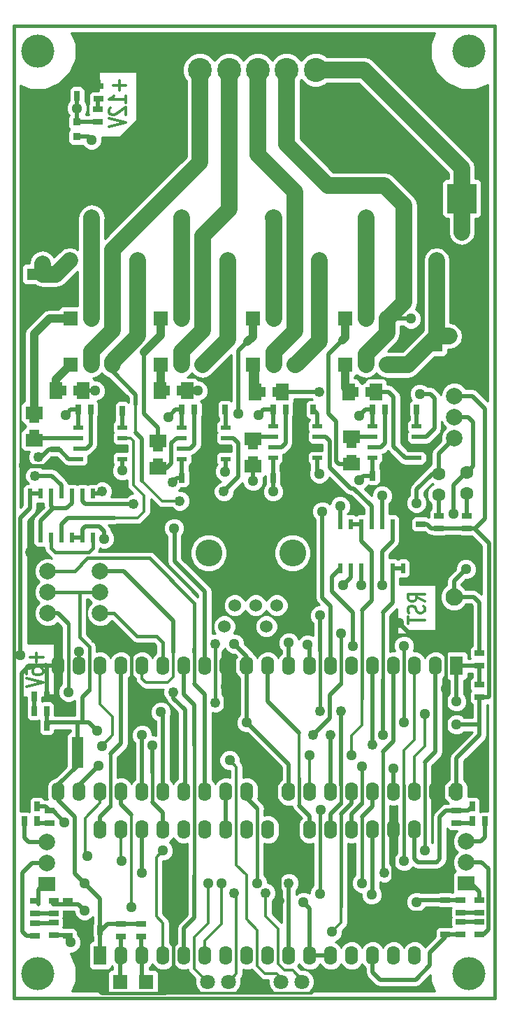
<source format=gbl>
G04 (created by PCBNEW-RS274X (2011-04-29 BZR 2986)-stable) date 29/01/2012 21:43:35*
G01*
G70*
G90*
%MOIN*%
G04 Gerber Fmt 3.4, Leading zero omitted, Abs format*
%FSLAX34Y34*%
G04 APERTURE LIST*
%ADD10C,0.006000*%
%ADD11C,0.012000*%
%ADD12C,0.015000*%
%ADD13C,0.063000*%
%ADD14R,0.062000X0.090000*%
%ADD15O,0.062000X0.090000*%
%ADD16R,0.082700X0.070900*%
%ADD17C,0.082700*%
%ADD18R,0.078700X0.070900*%
%ADD19C,0.078700*%
%ADD20R,0.025000X0.045000*%
%ADD21R,0.045000X0.025000*%
%ADD22R,0.150000X0.055000*%
%ADD23R,0.114200X0.114200*%
%ADD24C,0.114200*%
%ADD25R,0.020000X0.045000*%
%ADD26R,0.045000X0.020000*%
%ADD27R,0.055000X0.150000*%
%ADD28R,0.078700X0.078700*%
%ADD29C,0.070000*%
%ADD30R,0.070000X0.070000*%
%ADD31C,0.060000*%
%ADD32C,0.128000*%
%ADD33R,0.140000X0.140000*%
%ADD34C,0.140000*%
%ADD35R,0.060000X0.080000*%
%ADD36R,0.080000X0.060000*%
%ADD37C,0.157500*%
%ADD38R,0.036000X0.036000*%
%ADD39R,0.070900X0.070900*%
%ADD40C,0.070900*%
%ADD41C,0.051200*%
%ADD42C,0.049200*%
%ADD43C,0.019700*%
%ADD44C,0.078700*%
%ADD45C,0.013800*%
%ADD46C,0.015700*%
%ADD47C,0.039400*%
%ADD48C,0.010000*%
G04 APERTURE END LIST*
G54D10*
G54D11*
X08369Y-47404D02*
X08369Y-47861D01*
X08674Y-47632D02*
X08064Y-47632D01*
X07874Y-48433D02*
X07874Y-48147D01*
X08255Y-48118D01*
X08217Y-48147D01*
X08179Y-48204D01*
X08179Y-48347D01*
X08217Y-48404D01*
X08255Y-48433D01*
X08331Y-48461D01*
X08521Y-48461D01*
X08598Y-48433D01*
X08636Y-48404D01*
X08674Y-48347D01*
X08674Y-48204D01*
X08636Y-48147D01*
X08598Y-48118D01*
X07874Y-48632D02*
X08674Y-48832D01*
X07874Y-49032D01*
X12319Y-20169D02*
X12319Y-20626D01*
X12624Y-20397D02*
X12014Y-20397D01*
X12624Y-21226D02*
X12624Y-20883D01*
X12624Y-21055D02*
X11824Y-21055D01*
X11938Y-20998D01*
X12014Y-20940D01*
X12052Y-20883D01*
X11900Y-21454D02*
X11862Y-21483D01*
X11824Y-21540D01*
X11824Y-21683D01*
X11862Y-21740D01*
X11900Y-21769D01*
X11976Y-21797D01*
X12052Y-21797D01*
X12167Y-21769D01*
X12624Y-21426D01*
X12624Y-21797D01*
X11824Y-21968D02*
X12624Y-22168D01*
X11824Y-22368D01*
X26874Y-44947D02*
X26493Y-44747D01*
X26874Y-44604D02*
X26074Y-44604D01*
X26074Y-44832D01*
X26112Y-44890D01*
X26150Y-44918D01*
X26226Y-44947D01*
X26340Y-44947D01*
X26417Y-44918D01*
X26455Y-44890D01*
X26493Y-44832D01*
X26493Y-44604D01*
X26836Y-45175D02*
X26874Y-45261D01*
X26874Y-45404D01*
X26836Y-45461D01*
X26798Y-45490D01*
X26721Y-45518D01*
X26645Y-45518D01*
X26569Y-45490D01*
X26531Y-45461D01*
X26493Y-45404D01*
X26455Y-45290D01*
X26417Y-45232D01*
X26379Y-45204D01*
X26302Y-45175D01*
X26226Y-45175D01*
X26150Y-45204D01*
X26112Y-45232D01*
X26074Y-45290D01*
X26074Y-45432D01*
X26112Y-45518D01*
X26074Y-45689D02*
X26074Y-46032D01*
X26874Y-45861D02*
X26074Y-45861D01*
G54D12*
X07275Y-17550D02*
X30225Y-17550D01*
X30225Y-17550D02*
X30225Y-63850D01*
X30225Y-63850D02*
X07275Y-63850D01*
X07275Y-63850D02*
X07275Y-17550D01*
X07275Y-17550D02*
X07300Y-17550D01*
G54D13*
X27550Y-38875D03*
X27550Y-39875D03*
G54D14*
X11400Y-61825D03*
G54D15*
X12400Y-61825D03*
X13400Y-61825D03*
X14400Y-61825D03*
X15400Y-61825D03*
X16400Y-61825D03*
X17400Y-61825D03*
X18400Y-61825D03*
X19400Y-61825D03*
X20400Y-61825D03*
X21400Y-61825D03*
X22400Y-61825D03*
X23400Y-61825D03*
X24400Y-61825D03*
X25400Y-61825D03*
X26400Y-61825D03*
X26400Y-55825D03*
X25400Y-55825D03*
X24400Y-55825D03*
X23400Y-55825D03*
X22400Y-55825D03*
X21400Y-55825D03*
X20400Y-55825D03*
X19400Y-55825D03*
X18400Y-55825D03*
X17400Y-55825D03*
X16400Y-55825D03*
X15400Y-55825D03*
X14400Y-55825D03*
X13400Y-55825D03*
X12400Y-55825D03*
X11400Y-55825D03*
G54D14*
X28400Y-48025D03*
G54D15*
X27400Y-48025D03*
X26400Y-48025D03*
X25400Y-48025D03*
X24400Y-48025D03*
X23400Y-48025D03*
X22400Y-48025D03*
X21400Y-48025D03*
X20400Y-48025D03*
X19400Y-48025D03*
X18400Y-48025D03*
X17400Y-48025D03*
X16400Y-48025D03*
X15400Y-48025D03*
X14400Y-48025D03*
X13400Y-48025D03*
X12400Y-48025D03*
X11400Y-48025D03*
X10400Y-48025D03*
X09400Y-48025D03*
X09400Y-54025D03*
X10400Y-54025D03*
X11400Y-54025D03*
X12400Y-54025D03*
X13400Y-54025D03*
X14400Y-54025D03*
X15400Y-54025D03*
X16400Y-54025D03*
X17400Y-54025D03*
X18400Y-54025D03*
X19400Y-54025D03*
X20400Y-54025D03*
X21400Y-54025D03*
X22400Y-54025D03*
X23400Y-54025D03*
X24400Y-54025D03*
X25400Y-54025D03*
X26400Y-54025D03*
X27400Y-54025D03*
X28400Y-54025D03*
G54D16*
X28275Y-45750D03*
G54D17*
X28275Y-44750D03*
G54D18*
X08850Y-58425D03*
G54D19*
X08850Y-57425D03*
X08850Y-56425D03*
G54D18*
X28850Y-58375D03*
G54D19*
X28850Y-57375D03*
X28850Y-56375D03*
G54D20*
X26500Y-35825D03*
X25900Y-35825D03*
X23600Y-34975D03*
X24200Y-34975D03*
X19150Y-34975D03*
X19750Y-34975D03*
X21550Y-35825D03*
X20950Y-35825D03*
G54D21*
X23400Y-38125D03*
X23400Y-37525D03*
G54D20*
X17350Y-35825D03*
X16750Y-35825D03*
X14600Y-34925D03*
X15200Y-34925D03*
X09650Y-34925D03*
X10250Y-34925D03*
X12450Y-35875D03*
X11850Y-35875D03*
G54D21*
X14150Y-37675D03*
X14150Y-38275D03*
X08250Y-36325D03*
X08250Y-36925D03*
X27550Y-41475D03*
X27550Y-40875D03*
X28900Y-41475D03*
X28900Y-40875D03*
X29500Y-48025D03*
X29500Y-47425D03*
X29500Y-49525D03*
X29500Y-48925D03*
G54D20*
X24400Y-38975D03*
X25000Y-38975D03*
X19650Y-39075D03*
X20250Y-39075D03*
X24400Y-35825D03*
X25000Y-35825D03*
X19650Y-35825D03*
X20250Y-35825D03*
X15300Y-39075D03*
X15900Y-39075D03*
G54D21*
X09250Y-37725D03*
X09250Y-38325D03*
G54D20*
X15300Y-35825D03*
X15900Y-35825D03*
X10350Y-35825D03*
X10950Y-35825D03*
G54D22*
X08650Y-29375D03*
X08650Y-27575D03*
G54D23*
X14775Y-19650D03*
G54D24*
X16150Y-19650D03*
X17550Y-19650D03*
X18925Y-19650D03*
X20300Y-19650D03*
X21675Y-19650D03*
G54D25*
X11050Y-41925D03*
X10550Y-41925D03*
X10050Y-41925D03*
X09550Y-41925D03*
X09050Y-41925D03*
X08550Y-41925D03*
X08050Y-41925D03*
X08050Y-39825D03*
X08550Y-39825D03*
X09050Y-39825D03*
X09550Y-39825D03*
X10050Y-39825D03*
X10550Y-39825D03*
X11050Y-39825D03*
G54D26*
X12450Y-38175D03*
X10350Y-38175D03*
X12450Y-37675D03*
X12450Y-37175D03*
X12450Y-36675D03*
X10350Y-37675D03*
X10350Y-37175D03*
X10350Y-36675D03*
G54D25*
X22850Y-41275D03*
X23350Y-41275D03*
X23850Y-41275D03*
X24350Y-41275D03*
X24850Y-41275D03*
X25350Y-41275D03*
X25850Y-41275D03*
X25850Y-43375D03*
X25350Y-43375D03*
X24850Y-43375D03*
X24350Y-43375D03*
X23850Y-43375D03*
X23350Y-43375D03*
X22850Y-43375D03*
G54D26*
X21750Y-38125D03*
X19650Y-38125D03*
X21750Y-37625D03*
X21750Y-37125D03*
X21750Y-36625D03*
X19650Y-37625D03*
X19650Y-37125D03*
X19650Y-36625D03*
G54D21*
X18700Y-38175D03*
X18700Y-37575D03*
G54D26*
X26500Y-38125D03*
X24400Y-38125D03*
X26500Y-37625D03*
X26500Y-37125D03*
X26500Y-36625D03*
X24400Y-37625D03*
X24400Y-37125D03*
X24400Y-36625D03*
G54D27*
X27450Y-32325D03*
X29250Y-32325D03*
G54D26*
X17400Y-38175D03*
X15300Y-38175D03*
X17400Y-37675D03*
X17400Y-37175D03*
X17400Y-36675D03*
X15300Y-37675D03*
X15300Y-37175D03*
X15300Y-36675D03*
G54D28*
X28300Y-34175D03*
G54D19*
X28300Y-35175D03*
X28300Y-36175D03*
X28300Y-37175D03*
G54D13*
X28900Y-38825D03*
X28900Y-39825D03*
G54D20*
X11400Y-60625D03*
X10800Y-60625D03*
X08850Y-50875D03*
X08250Y-50875D03*
G54D21*
X26700Y-41275D03*
X26700Y-41875D03*
G54D20*
X18200Y-48025D03*
X17600Y-48025D03*
X20200Y-54025D03*
X19600Y-54025D03*
X28150Y-54025D03*
X27550Y-54025D03*
G54D29*
X25075Y-31500D03*
X24075Y-31500D03*
G54D30*
X23075Y-31500D03*
G54D29*
X25075Y-33700D03*
X24075Y-33700D03*
G54D30*
X23075Y-33700D03*
G54D29*
X11975Y-31500D03*
X10975Y-31500D03*
G54D30*
X09975Y-31500D03*
G54D29*
X16275Y-31500D03*
X15275Y-31500D03*
G54D30*
X14275Y-31500D03*
G54D29*
X11975Y-33700D03*
X10975Y-33700D03*
G54D30*
X09975Y-33700D03*
G54D29*
X16275Y-33700D03*
X15275Y-33700D03*
G54D30*
X14275Y-33700D03*
G54D29*
X20675Y-31500D03*
X19675Y-31500D03*
G54D30*
X18675Y-31500D03*
G54D29*
X20675Y-33700D03*
X19675Y-33700D03*
G54D30*
X18675Y-33700D03*
G54D31*
X18825Y-45150D03*
X17825Y-45150D03*
X19825Y-45150D03*
X17325Y-46150D03*
X18325Y-46150D03*
X19325Y-46150D03*
G54D32*
X20575Y-42650D03*
X16575Y-42650D03*
G54D20*
X08250Y-49475D03*
X08850Y-49475D03*
X08850Y-50175D03*
X08250Y-50175D03*
G54D27*
X10325Y-52150D03*
X08525Y-52150D03*
G54D33*
X28650Y-25775D03*
G54D34*
X08650Y-25775D03*
G54D20*
X08400Y-54725D03*
X07800Y-54725D03*
G54D21*
X09850Y-60875D03*
X09850Y-60275D03*
X09850Y-59225D03*
X09850Y-59825D03*
X09000Y-55525D03*
X09000Y-54925D03*
X09175Y-60250D03*
X09175Y-60850D03*
X09175Y-59825D03*
X09175Y-59225D03*
G54D20*
X29150Y-54725D03*
X29750Y-54725D03*
G54D21*
X27850Y-60825D03*
X27850Y-60225D03*
X27850Y-59175D03*
X27850Y-59775D03*
X28400Y-55525D03*
X28400Y-54925D03*
X28600Y-60225D03*
X28600Y-60825D03*
X28600Y-59775D03*
X28600Y-59175D03*
G54D20*
X07800Y-55425D03*
X08400Y-55425D03*
G54D21*
X08275Y-60875D03*
X08275Y-60275D03*
X08275Y-59225D03*
X08275Y-59825D03*
G54D20*
X29750Y-55425D03*
X29150Y-55425D03*
G54D21*
X29500Y-60825D03*
X29500Y-60225D03*
X29500Y-59175D03*
X29500Y-59775D03*
G54D35*
X23250Y-34975D03*
X24550Y-34975D03*
X18800Y-34975D03*
X20100Y-34975D03*
G54D36*
X23400Y-38425D03*
X23400Y-37125D03*
X18700Y-38525D03*
X18700Y-37225D03*
G54D35*
X14250Y-34925D03*
X15550Y-34925D03*
X09300Y-34925D03*
X10600Y-34925D03*
G54D36*
X14150Y-37325D03*
X14150Y-38625D03*
X08250Y-35975D03*
X08250Y-37275D03*
G54D37*
X08425Y-18750D03*
X28975Y-18750D03*
X28975Y-62700D03*
X08425Y-62700D03*
G54D20*
X10300Y-20875D03*
X09700Y-20875D03*
G54D38*
X10300Y-22825D03*
X10300Y-22125D03*
X09500Y-22475D03*
G54D21*
X13350Y-60325D03*
X13350Y-60925D03*
X12400Y-60325D03*
X12400Y-60925D03*
G54D28*
X08900Y-46525D03*
G54D19*
X08900Y-45525D03*
X08900Y-44525D03*
X08900Y-43525D03*
G54D39*
X13600Y-63075D03*
G54D40*
X14600Y-63075D03*
G54D39*
X12350Y-63075D03*
G54D40*
X11350Y-63075D03*
G54D21*
X11300Y-22125D03*
X11300Y-21525D03*
X11325Y-21025D03*
X11325Y-20425D03*
G54D28*
X11400Y-46525D03*
G54D19*
X11400Y-45525D03*
X11400Y-44525D03*
X11400Y-43525D03*
G54D40*
X22025Y-63075D03*
X21025Y-63075D03*
X20025Y-63075D03*
X18525Y-63075D03*
X17525Y-63075D03*
X16525Y-63075D03*
G54D41*
X23750Y-39175D03*
X19650Y-39725D03*
G54D42*
X08450Y-38075D03*
G54D41*
X10300Y-21475D03*
G54D42*
X14850Y-39275D03*
G54D41*
X28650Y-27375D03*
X19650Y-26675D03*
X11000Y-22975D03*
X24100Y-26675D03*
X15300Y-26675D03*
X11000Y-26675D03*
G54D42*
X17775Y-58850D03*
G54D41*
X11250Y-51125D03*
X18400Y-50725D03*
X28400Y-50825D03*
X25900Y-50725D03*
X25900Y-47075D03*
X23450Y-47075D03*
X17800Y-46975D03*
G54D42*
X11500Y-39725D03*
X19300Y-58850D03*
G54D41*
X10650Y-58375D03*
X13200Y-28725D03*
X17500Y-28725D03*
X09950Y-28725D03*
X22000Y-40675D03*
G54D42*
X15200Y-40175D03*
G54D41*
X27450Y-28725D03*
X21850Y-28725D03*
X10400Y-47350D03*
G54D42*
X08300Y-38975D03*
G54D41*
X11600Y-41975D03*
X14400Y-56825D03*
X26900Y-56825D03*
X12425Y-57325D03*
X25900Y-57325D03*
X13400Y-57875D03*
G54D42*
X24950Y-57875D03*
X24400Y-51775D03*
G54D41*
X13900Y-51825D03*
X26900Y-50325D03*
G54D42*
X22900Y-50175D03*
G54D41*
X25400Y-52925D03*
X23900Y-52825D03*
G54D42*
X20400Y-58375D03*
G54D41*
X23900Y-58375D03*
X21400Y-52275D03*
X23400Y-52275D03*
X22450Y-60700D03*
X21300Y-47025D03*
X20400Y-46925D03*
X11325Y-52800D03*
X07600Y-47525D03*
G54D42*
X22400Y-51325D03*
G54D41*
X24900Y-51325D03*
G54D42*
X16900Y-49775D03*
G54D41*
X28400Y-49725D03*
G54D42*
X16900Y-46975D03*
G54D41*
X12900Y-59525D03*
X21100Y-59275D03*
X17200Y-58375D03*
X18900Y-58375D03*
X25575Y-34575D03*
G54D42*
X14900Y-59275D03*
G54D41*
X11850Y-35025D03*
X25650Y-45975D03*
X21000Y-39125D03*
G54D42*
X19950Y-59225D03*
G54D41*
X28750Y-30525D03*
X16750Y-35025D03*
X27900Y-49125D03*
X09850Y-50025D03*
X08250Y-53925D03*
X17400Y-49025D03*
G54D42*
X12450Y-39725D03*
G54D41*
X25400Y-58475D03*
X14150Y-41275D03*
X07750Y-38475D03*
G54D42*
X08050Y-42625D03*
G54D41*
X27750Y-52675D03*
X29450Y-52675D03*
G54D42*
X13725Y-49725D03*
G54D41*
X17575Y-52525D03*
X11475Y-51850D03*
X10650Y-59675D03*
X21925Y-54900D03*
X24350Y-58925D03*
X21900Y-58875D03*
X09700Y-55475D03*
G54D42*
X14900Y-49275D03*
G54D41*
X09900Y-49275D03*
X28850Y-43425D03*
X14300Y-50225D03*
G54D42*
X21900Y-50175D03*
G54D41*
X26500Y-40275D03*
X21900Y-45625D03*
X26500Y-59275D03*
X14925Y-41475D03*
X28250Y-40775D03*
G54D42*
X21550Y-51325D03*
G54D41*
X13400Y-51325D03*
X22900Y-46475D03*
X10800Y-57075D03*
X16550Y-58400D03*
X10000Y-61200D03*
X16050Y-34925D03*
X17350Y-38775D03*
X26650Y-35075D03*
X23000Y-44175D03*
G54D42*
X17300Y-39725D03*
X13000Y-40325D03*
G54D41*
X11375Y-32600D03*
X09750Y-36075D03*
X11150Y-34925D03*
X12450Y-38725D03*
X21850Y-38875D03*
G54D42*
X21850Y-34975D03*
G54D41*
X18700Y-39225D03*
X18000Y-36025D03*
X15650Y-32675D03*
X14650Y-36175D03*
X24850Y-39925D03*
X22850Y-40425D03*
X23850Y-44175D03*
X24850Y-44175D03*
X20100Y-32675D03*
X18950Y-36075D03*
X23750Y-36125D03*
X26225Y-31500D03*
G54D43*
X10300Y-21475D02*
X10300Y-20875D01*
X14850Y-39275D02*
X15050Y-39075D01*
X09450Y-37725D02*
X09900Y-38175D01*
X09900Y-38175D02*
X10350Y-38175D01*
X09250Y-37725D02*
X09450Y-37725D01*
X23950Y-38975D02*
X23750Y-39175D01*
X24400Y-38975D02*
X23950Y-38975D01*
X15300Y-38175D02*
X15300Y-39075D01*
X15300Y-39075D02*
X15050Y-39075D01*
X09250Y-37725D02*
X08950Y-37725D01*
X10300Y-22125D02*
X10300Y-20875D01*
X10300Y-22125D02*
X11300Y-22125D01*
X24400Y-38125D02*
X24400Y-38975D01*
X19650Y-39075D02*
X19650Y-38125D01*
X08950Y-37725D02*
X08600Y-38075D01*
X08600Y-38075D02*
X08450Y-38075D01*
X15050Y-39075D02*
X14850Y-39275D01*
X19650Y-39725D02*
X19650Y-39075D01*
X10975Y-26700D02*
X11000Y-26675D01*
G54D44*
X24075Y-31500D02*
X24075Y-26700D01*
X19675Y-26700D02*
X19650Y-26675D01*
X19675Y-31500D02*
X19675Y-26700D01*
X15275Y-31500D02*
X15275Y-26700D01*
X23975Y-19650D02*
X21675Y-19650D01*
X28650Y-24325D02*
X23975Y-19650D01*
X28650Y-25775D02*
X28650Y-24325D01*
X28650Y-25775D02*
X28650Y-27375D01*
X15275Y-26700D02*
X15300Y-26675D01*
X24075Y-26700D02*
X24100Y-26675D01*
X10975Y-31500D02*
X10975Y-26700D01*
G54D43*
X28650Y-24325D02*
X23975Y-19650D01*
X23975Y-19650D02*
X21675Y-19650D01*
X19675Y-26700D02*
X19650Y-26675D01*
X10850Y-22825D02*
X11000Y-22975D01*
X10300Y-22825D02*
X10850Y-22825D01*
G54D44*
X10975Y-26700D02*
X11000Y-26675D01*
G54D43*
X15300Y-26675D02*
X15275Y-26700D01*
G54D45*
X20200Y-62525D02*
X19900Y-62225D01*
X19900Y-62225D02*
X19900Y-61275D01*
X17900Y-62700D02*
X17525Y-63075D01*
X17900Y-58975D02*
X17900Y-62700D01*
X17775Y-58850D02*
X17900Y-58975D01*
G54D43*
X09000Y-50725D02*
X08850Y-50875D01*
X09700Y-50725D02*
X09000Y-50725D01*
X11250Y-51125D02*
X10850Y-50725D01*
X10850Y-50725D02*
X10550Y-50725D01*
X11050Y-39825D02*
X11400Y-39825D01*
X11400Y-39825D02*
X11500Y-39725D01*
X09400Y-54025D02*
X09400Y-54425D01*
X09400Y-54425D02*
X10200Y-55225D01*
X10200Y-55225D02*
X10200Y-57925D01*
X10200Y-57925D02*
X10650Y-58375D01*
X11400Y-59125D02*
X11400Y-60625D01*
X10650Y-58375D02*
X11400Y-59125D01*
X10550Y-50725D02*
X10550Y-49525D01*
G54D46*
X10900Y-49175D02*
X10900Y-47500D01*
G54D43*
X10550Y-49525D02*
X10900Y-49175D01*
X08850Y-50175D02*
X08850Y-50875D01*
X10550Y-50725D02*
X10450Y-50725D01*
X10450Y-50725D02*
X09700Y-50725D01*
X09700Y-50725D02*
X09750Y-50725D01*
X09750Y-50725D02*
X09700Y-50725D01*
X18400Y-50725D02*
X18400Y-48025D01*
X22850Y-43375D02*
X22450Y-43775D01*
X28400Y-50825D02*
X29500Y-50825D01*
G54D46*
X25900Y-47075D02*
X25900Y-50725D01*
G54D43*
X23450Y-45475D02*
X23450Y-47075D01*
X22450Y-44475D02*
X23450Y-45475D01*
X22450Y-44275D02*
X22450Y-44475D01*
X22450Y-43775D02*
X22450Y-44275D01*
X12400Y-60325D02*
X13350Y-60325D01*
X11400Y-60625D02*
X11450Y-60625D01*
X11450Y-60625D02*
X11750Y-60325D01*
X11750Y-60325D02*
X12400Y-60325D01*
G54D45*
X21025Y-63075D02*
X21025Y-62975D01*
G54D43*
X28900Y-41475D02*
X29250Y-41475D01*
G54D45*
X20575Y-62525D02*
X20200Y-62525D01*
G54D43*
X29950Y-49475D02*
X29900Y-49525D01*
X29950Y-42175D02*
X29950Y-49475D01*
X29250Y-41475D02*
X29950Y-42175D01*
X26700Y-41275D02*
X27000Y-41275D01*
X27200Y-41475D02*
X27550Y-41475D01*
X27000Y-41275D02*
X27200Y-41475D01*
X28400Y-54025D02*
X28400Y-52425D01*
X29500Y-50825D02*
X29500Y-49525D01*
X28400Y-52425D02*
X29500Y-51325D01*
X29500Y-51325D02*
X29500Y-50825D01*
X18400Y-48025D02*
X18400Y-47575D01*
X18400Y-47575D02*
X17800Y-46975D01*
X28900Y-41475D02*
X29300Y-41475D01*
X29150Y-35175D02*
X28300Y-35175D01*
X29750Y-35775D02*
X29150Y-35175D01*
X29750Y-41025D02*
X29750Y-35775D01*
X29300Y-41475D02*
X29750Y-41025D01*
X28900Y-41475D02*
X27550Y-41475D01*
X11400Y-39825D02*
X11500Y-39725D01*
X20400Y-52725D02*
X18400Y-50725D01*
X20400Y-54025D02*
X20400Y-52725D01*
G54D46*
X10425Y-44525D02*
X11400Y-44525D01*
X08900Y-44525D02*
X10425Y-44525D01*
X10900Y-47125D02*
X10425Y-46650D01*
X10425Y-46650D02*
X10425Y-44525D01*
G54D45*
X19900Y-60550D02*
X19900Y-61275D01*
X19300Y-58850D02*
X19300Y-59950D01*
G54D46*
X10900Y-47500D02*
X10900Y-47125D01*
G54D43*
X09400Y-53700D02*
X10325Y-52775D01*
X10325Y-52775D02*
X10325Y-52150D01*
X09400Y-54025D02*
X09400Y-53700D01*
X10325Y-50725D02*
X10450Y-50725D01*
X10325Y-52150D02*
X10325Y-50725D01*
G54D45*
X19300Y-59950D02*
X19900Y-60550D01*
G54D43*
X11400Y-61825D02*
X11400Y-60625D01*
G54D45*
X21025Y-62975D02*
X20575Y-62525D01*
G54D43*
X29900Y-49525D02*
X29500Y-49525D01*
G54D44*
X11975Y-33550D02*
X13200Y-32325D01*
X08650Y-29375D02*
X08650Y-28875D01*
G54D43*
X08650Y-29375D02*
X08650Y-28875D01*
G54D44*
X09950Y-28725D02*
X09300Y-29375D01*
X09300Y-29375D02*
X08650Y-29375D01*
X11975Y-33700D02*
X11975Y-33550D01*
X16275Y-33700D02*
X17500Y-32475D01*
G54D43*
X11975Y-33550D02*
X13200Y-32325D01*
X17500Y-32475D02*
X17500Y-28725D01*
X13200Y-32325D02*
X13200Y-28725D01*
X22000Y-44775D02*
X22400Y-45175D01*
G54D45*
X13400Y-37225D02*
X13400Y-39225D01*
X13100Y-36925D02*
X13400Y-37225D01*
X13100Y-35575D02*
X13100Y-36925D01*
X14350Y-40175D02*
X15200Y-40175D01*
X13400Y-39225D02*
X14350Y-40175D01*
G54D43*
X11975Y-33700D02*
X11975Y-34000D01*
X13400Y-38575D02*
X13400Y-38775D01*
X11975Y-34000D02*
X13100Y-35125D01*
X13100Y-35125D02*
X13100Y-35575D01*
X13100Y-36925D02*
X13400Y-37225D01*
X13400Y-37225D02*
X13400Y-38575D01*
X13400Y-39225D02*
X13400Y-38775D01*
X22000Y-44075D02*
X22000Y-40675D01*
X22000Y-44075D02*
X22000Y-44775D01*
X22400Y-45175D02*
X22400Y-48025D01*
G54D44*
X17500Y-32475D02*
X17500Y-28725D01*
X13200Y-32325D02*
X13200Y-28725D01*
G54D43*
X09300Y-29375D02*
X08650Y-29375D01*
G54D44*
X26075Y-33700D02*
X27450Y-32325D01*
X27450Y-32325D02*
X27450Y-28725D01*
G54D43*
X27450Y-32325D02*
X27900Y-32325D01*
G54D44*
X27450Y-32325D02*
X28050Y-32325D01*
G54D43*
X21850Y-32575D02*
X21850Y-28725D01*
G54D44*
X20675Y-33700D02*
X20725Y-33700D01*
X20725Y-33700D02*
X21850Y-32575D01*
X21850Y-32575D02*
X21850Y-28725D01*
G54D43*
X20725Y-33700D02*
X21850Y-32575D01*
G54D44*
X25075Y-33700D02*
X26075Y-33700D01*
G54D43*
X10550Y-41925D02*
X10050Y-41925D01*
X09550Y-39425D02*
X09100Y-38975D01*
G54D46*
X10400Y-48025D02*
X10400Y-47350D01*
G54D43*
X09550Y-39825D02*
X09550Y-39425D01*
X11600Y-41625D02*
X11350Y-41375D01*
X11600Y-41975D02*
X11600Y-41625D01*
X10700Y-41375D02*
X10550Y-41525D01*
X11350Y-41375D02*
X10700Y-41375D01*
X09100Y-38975D02*
X08300Y-38975D01*
X10550Y-41525D02*
X10550Y-41925D01*
G54D45*
X14400Y-60275D02*
X14075Y-59950D01*
X14075Y-57150D02*
X14400Y-56825D01*
G54D46*
X26900Y-52625D02*
X26900Y-56825D01*
G54D43*
X27400Y-48025D02*
X27400Y-52125D01*
X27400Y-52125D02*
X26900Y-52625D01*
G54D45*
X14400Y-61825D02*
X14400Y-60275D01*
X14075Y-59950D02*
X14075Y-57150D01*
X25900Y-52050D02*
X26400Y-51550D01*
X26400Y-51550D02*
X26400Y-48025D01*
X12400Y-57300D02*
X12425Y-57325D01*
G54D46*
X25900Y-53725D02*
X25900Y-57325D01*
G54D45*
X25900Y-53725D02*
X25900Y-52050D01*
X12400Y-55825D02*
X12400Y-57300D01*
G54D46*
X24900Y-57825D02*
X24900Y-54125D01*
G54D43*
X24950Y-57875D02*
X24900Y-57825D01*
G54D46*
X24900Y-53925D02*
X24900Y-52125D01*
G54D43*
X13400Y-55825D02*
X13400Y-57875D01*
G54D46*
X24900Y-53925D02*
X24900Y-54125D01*
G54D43*
X25400Y-51625D02*
X25400Y-48025D01*
X24900Y-52125D02*
X25400Y-51625D01*
X14400Y-55825D02*
X14400Y-55025D01*
X13900Y-53125D02*
X13900Y-51825D01*
X24400Y-51775D02*
X24400Y-48025D01*
X14400Y-55025D02*
X13900Y-54525D01*
G54D46*
X13900Y-54525D02*
X13900Y-53125D01*
G54D45*
X20900Y-51225D02*
X20425Y-50750D01*
G54D43*
X20900Y-51225D02*
X20425Y-50750D01*
G54D46*
X20900Y-53400D02*
X20900Y-54675D01*
G54D43*
X20425Y-50750D02*
X19400Y-49725D01*
G54D45*
X20900Y-53400D02*
X20900Y-51225D01*
G54D43*
X19400Y-49725D02*
X19400Y-48025D01*
X21400Y-55175D02*
X21400Y-55825D01*
X20900Y-54675D02*
X21400Y-55175D01*
X22900Y-50175D02*
X22900Y-53725D01*
X22400Y-55075D02*
X22900Y-54575D01*
G54D45*
X26400Y-54025D02*
X26400Y-52350D01*
G54D46*
X22900Y-54575D02*
X22900Y-53725D01*
G54D43*
X22400Y-55825D02*
X22400Y-55075D01*
G54D45*
X26900Y-51850D02*
X26900Y-50325D01*
X26400Y-52350D02*
X26900Y-51850D01*
G54D43*
X25400Y-54025D02*
X25400Y-52925D01*
G54D46*
X23900Y-52825D02*
X23900Y-54575D01*
G54D43*
X23900Y-54575D02*
X23750Y-54725D01*
X23400Y-55825D02*
X23400Y-55075D01*
X23400Y-55075D02*
X23750Y-54725D01*
X24400Y-54725D02*
X23900Y-55225D01*
X20400Y-58375D02*
X20400Y-61825D01*
X24400Y-54025D02*
X24400Y-54725D01*
G54D46*
X23900Y-55225D02*
X23900Y-58375D01*
G54D43*
X23850Y-42075D02*
X23850Y-41275D01*
X23850Y-41275D02*
X23350Y-41275D01*
X24350Y-42575D02*
X23850Y-42075D01*
G54D45*
X23900Y-50850D02*
X23900Y-49600D01*
G54D43*
X24350Y-44925D02*
X23900Y-45375D01*
G54D45*
X23400Y-52275D02*
X23400Y-51350D01*
X23400Y-51350D02*
X23900Y-50850D01*
G54D46*
X23900Y-45375D02*
X23900Y-49600D01*
G54D43*
X24350Y-43375D02*
X24350Y-42575D01*
G54D45*
X21400Y-52275D02*
X21400Y-54025D01*
G54D43*
X24350Y-43375D02*
X24350Y-44925D01*
X12350Y-61875D02*
X12400Y-61825D01*
X12350Y-63075D02*
X12350Y-61875D01*
X12400Y-60925D02*
X12400Y-61825D01*
X13350Y-61775D02*
X13400Y-61825D01*
X13350Y-60925D02*
X13350Y-61775D01*
X13400Y-62875D02*
X13600Y-63075D01*
X13400Y-61825D02*
X13400Y-62875D01*
X22900Y-55075D02*
X23400Y-54575D01*
G54D46*
X22900Y-59475D02*
X22900Y-56725D01*
G54D45*
X22900Y-59475D02*
X22900Y-60250D01*
G54D46*
X22900Y-56725D02*
X22900Y-55075D01*
G54D45*
X22900Y-60250D02*
X22450Y-60700D01*
G54D43*
X23400Y-54575D02*
X23400Y-54025D01*
X15400Y-49375D02*
X15400Y-48025D01*
X15400Y-60525D02*
X15400Y-61825D01*
X15900Y-51825D02*
X15900Y-49875D01*
X15900Y-58025D02*
X15900Y-60025D01*
X15900Y-49875D02*
X15400Y-49375D01*
G54D46*
X15900Y-51825D02*
X15900Y-58025D01*
G54D43*
X15900Y-60025D02*
X15400Y-60525D01*
X21400Y-47125D02*
X21300Y-47025D01*
X21400Y-48025D02*
X21400Y-47125D01*
X20400Y-48025D02*
X20400Y-46925D01*
X08050Y-40525D02*
X07600Y-40975D01*
X08050Y-39825D02*
X08050Y-40525D01*
X07600Y-40975D02*
X07600Y-46575D01*
X10400Y-54025D02*
X10400Y-53725D01*
X10400Y-53725D02*
X11325Y-52800D01*
X07600Y-46575D02*
X07600Y-47525D01*
X08550Y-39825D02*
X08050Y-39825D01*
X25350Y-43375D02*
X25350Y-45025D01*
G54D46*
X24900Y-45475D02*
X24900Y-48675D01*
G54D43*
X25350Y-43375D02*
X25850Y-43375D01*
X24900Y-51325D02*
X24900Y-48675D01*
X25350Y-45025D02*
X24900Y-45475D01*
X22400Y-54025D02*
X22400Y-51325D01*
G54D46*
X16900Y-47875D02*
X16900Y-49775D01*
G54D43*
X28400Y-48025D02*
X29500Y-48025D01*
X28400Y-49725D02*
X28400Y-48025D01*
X29500Y-48025D02*
X29500Y-48925D01*
G54D46*
X16900Y-46975D02*
X16900Y-47875D01*
G54D43*
X21400Y-59575D02*
X21100Y-59275D01*
G54D45*
X12900Y-55125D02*
X12900Y-59525D01*
G54D43*
X12400Y-54025D02*
X12400Y-54625D01*
X12400Y-54625D02*
X12900Y-55125D01*
X21400Y-61825D02*
X22400Y-61825D01*
X21400Y-61825D02*
X21400Y-59575D01*
X18400Y-54325D02*
X18900Y-54825D01*
G54D45*
X16400Y-61125D02*
X17200Y-60325D01*
X17200Y-60325D02*
X17200Y-58375D01*
X16400Y-61825D02*
X16400Y-61125D01*
G54D43*
X18400Y-54025D02*
X18400Y-54325D01*
G54D46*
X18900Y-54825D02*
X18900Y-58375D01*
G54D43*
X17400Y-55825D02*
X17400Y-54025D01*
G54D46*
X11900Y-52225D02*
X11900Y-54725D01*
G54D43*
X11400Y-55225D02*
X11400Y-55825D01*
X11900Y-54725D02*
X11400Y-55225D01*
X12400Y-51725D02*
X11900Y-52225D01*
X12400Y-48025D02*
X12400Y-51725D01*
X27850Y-59775D02*
X25950Y-59775D01*
X25400Y-59225D02*
X25400Y-58475D01*
X25950Y-59775D02*
X25400Y-59225D01*
X27850Y-60225D02*
X27850Y-59775D01*
X09850Y-59825D02*
X09850Y-60275D01*
X10200Y-60275D02*
X10550Y-60625D01*
X14775Y-19650D02*
X14775Y-20950D01*
X25900Y-34900D02*
X25900Y-35525D01*
X15900Y-39075D02*
X15900Y-38275D01*
G54D45*
X18525Y-63075D02*
X18525Y-63625D01*
G54D43*
X14775Y-20950D02*
X11300Y-24425D01*
X09850Y-60275D02*
X10200Y-60275D01*
X25575Y-34575D02*
X25900Y-34900D01*
X25575Y-34575D02*
X26350Y-34575D01*
X28600Y-34175D02*
X29250Y-33525D01*
X29250Y-33525D02*
X29250Y-32325D01*
X28300Y-34175D02*
X28600Y-34175D01*
X08950Y-24425D02*
X08650Y-24725D01*
X20950Y-37325D02*
X21250Y-37625D01*
G54D46*
X14900Y-61725D02*
X14900Y-59275D01*
G54D43*
X20950Y-35825D02*
X20950Y-38625D01*
X08950Y-23025D02*
X09500Y-22475D01*
X17400Y-51025D02*
X17400Y-49025D01*
X08950Y-24425D02*
X08950Y-23025D01*
X26100Y-46425D02*
X27900Y-46425D01*
X19950Y-59225D02*
X19950Y-58025D01*
X20400Y-57575D02*
X20400Y-55825D01*
X19950Y-58025D02*
X20400Y-57575D01*
X20950Y-39075D02*
X21000Y-39125D01*
X26750Y-34175D02*
X28300Y-34175D01*
X20950Y-38625D02*
X20950Y-39075D01*
X20950Y-39075D02*
X21000Y-39125D01*
X20250Y-39075D02*
X20950Y-39075D01*
X11850Y-35025D02*
X11850Y-35875D01*
X11300Y-38625D02*
X11350Y-38625D01*
X11300Y-37975D02*
X11300Y-38625D01*
X11500Y-37775D02*
X11300Y-37975D01*
X11550Y-37775D02*
X11500Y-37775D01*
X11850Y-37475D02*
X11550Y-37775D01*
X11850Y-35875D02*
X11850Y-37475D01*
G54D44*
X14775Y-20950D02*
X14775Y-19650D01*
X11300Y-24425D02*
X14775Y-20950D01*
X08950Y-24425D02*
X11300Y-24425D01*
X08650Y-24725D02*
X08950Y-24425D01*
X08650Y-25775D02*
X08650Y-24725D01*
X08650Y-25775D02*
X08650Y-27575D01*
X29250Y-31025D02*
X28750Y-30525D01*
X29250Y-32325D02*
X29250Y-31025D01*
G54D43*
X16750Y-37475D02*
X16950Y-37675D01*
X25650Y-45975D02*
X26100Y-46425D01*
X11300Y-24425D02*
X10750Y-24425D01*
X26350Y-34575D02*
X26750Y-34175D01*
X08850Y-49475D02*
X08850Y-48025D01*
X08850Y-48025D02*
X08800Y-47975D01*
X10750Y-24425D02*
X08950Y-24425D01*
X08800Y-48025D02*
X08000Y-48025D01*
X08000Y-48025D02*
X07650Y-48375D01*
X07650Y-48375D02*
X07650Y-49850D01*
X19400Y-53025D02*
X17400Y-51025D01*
X25850Y-40575D02*
X25850Y-38975D01*
X26500Y-37625D02*
X27000Y-37625D01*
X27000Y-37625D02*
X27150Y-37775D01*
X27150Y-37775D02*
X27150Y-38225D01*
X27150Y-38225D02*
X26400Y-38975D01*
X26400Y-38975D02*
X25850Y-38975D01*
X25850Y-38975D02*
X25000Y-38975D01*
X14600Y-63075D02*
X14600Y-63525D01*
X11350Y-63475D02*
X11350Y-63075D01*
X11500Y-63625D02*
X11350Y-63475D01*
G54D46*
X14500Y-63625D02*
X14475Y-63625D01*
X14475Y-63625D02*
X11500Y-63625D01*
G54D43*
X14600Y-63525D02*
X14500Y-63625D01*
X09500Y-21075D02*
X09700Y-20875D01*
X09850Y-50025D02*
X09300Y-49475D01*
X09300Y-49475D02*
X08850Y-49475D01*
X11350Y-63075D02*
X10950Y-63075D01*
X10950Y-63075D02*
X10550Y-62675D01*
X10550Y-62675D02*
X10550Y-60625D01*
G54D46*
X14900Y-62525D02*
X14900Y-61725D01*
G54D43*
X10800Y-60625D02*
X10550Y-60625D01*
X09350Y-38325D02*
X09650Y-38625D01*
X09650Y-38625D02*
X11200Y-38625D01*
X11850Y-37475D02*
X11850Y-37425D01*
X09400Y-48025D02*
X09400Y-47025D01*
X09400Y-47025D02*
X08900Y-46525D01*
X08050Y-41925D02*
X08050Y-42625D01*
X08050Y-42625D02*
X08050Y-46125D01*
X08050Y-46125D02*
X08450Y-46525D01*
X08450Y-46525D02*
X08900Y-46525D01*
X11325Y-20425D02*
X11325Y-20150D01*
X09700Y-20325D02*
X09700Y-20875D01*
X10100Y-19925D02*
X09700Y-20325D01*
X11100Y-19925D02*
X10100Y-19925D01*
X11325Y-20150D02*
X11100Y-19925D01*
X09500Y-22475D02*
X09500Y-21075D01*
X25850Y-40575D02*
X25850Y-41275D01*
X08250Y-50875D02*
X08050Y-50875D01*
X07650Y-50475D02*
X07650Y-49850D01*
X08050Y-50875D02*
X07650Y-50475D01*
X07800Y-54725D02*
X07800Y-54375D01*
X07800Y-54375D02*
X08250Y-53925D01*
X08250Y-52425D02*
X08525Y-52150D01*
X26100Y-37625D02*
X26500Y-37625D01*
X21250Y-37625D02*
X21750Y-37625D01*
X20950Y-35825D02*
X20950Y-37325D01*
X25900Y-35525D02*
X25900Y-35825D01*
X19400Y-54025D02*
X19400Y-53025D01*
G54D46*
X13725Y-49725D02*
X13450Y-49725D01*
X12225Y-46525D02*
X11400Y-46525D01*
X12900Y-47200D02*
X12225Y-46525D01*
X12900Y-49175D02*
X12900Y-47200D01*
X13450Y-49725D02*
X12900Y-49175D01*
G54D43*
X09250Y-38325D02*
X09350Y-38325D01*
X11850Y-37475D02*
X11550Y-37775D01*
X08250Y-50875D02*
X08250Y-51875D01*
X08250Y-51875D02*
X08525Y-52150D01*
X08250Y-53925D02*
X08250Y-52425D01*
X14600Y-62825D02*
X14900Y-62525D01*
X14600Y-63075D02*
X14600Y-62825D01*
X11350Y-38625D02*
X11200Y-38625D01*
X11350Y-38625D02*
X11350Y-38625D01*
X12450Y-39725D02*
X11350Y-38625D01*
X25900Y-35825D02*
X25900Y-37425D01*
X08750Y-38525D02*
X07800Y-38525D01*
X12450Y-37675D02*
X12100Y-37675D01*
X07800Y-38525D02*
X07750Y-38475D01*
X11850Y-37425D02*
X11850Y-35875D01*
X12100Y-37675D02*
X11850Y-37425D01*
X16750Y-35825D02*
X16750Y-35025D01*
G54D45*
X15900Y-40575D02*
X15900Y-39075D01*
X15650Y-40825D02*
X15900Y-40575D01*
X14600Y-40825D02*
X15650Y-40825D01*
X14150Y-41275D02*
X14600Y-40825D01*
G54D43*
X17400Y-49025D02*
X17400Y-48025D01*
X20400Y-55325D02*
X20400Y-55825D01*
X19400Y-54325D02*
X20400Y-55325D01*
X19400Y-54025D02*
X19400Y-54325D01*
X08950Y-38325D02*
X08750Y-38525D01*
X25900Y-37425D02*
X26100Y-37625D01*
X15900Y-38275D02*
X16750Y-37425D01*
X09250Y-38325D02*
X08950Y-38325D01*
X25400Y-55825D02*
X25400Y-58475D01*
X27750Y-52675D02*
X27400Y-53025D01*
X27400Y-53025D02*
X27400Y-54025D01*
X29750Y-52975D02*
X29450Y-52675D01*
X29750Y-54725D02*
X29750Y-52975D01*
X27900Y-49125D02*
X27900Y-52525D01*
X27900Y-52525D02*
X27750Y-52675D01*
G54D46*
X27900Y-46425D02*
X27900Y-49125D01*
G54D43*
X28275Y-45900D02*
X27900Y-46275D01*
X27900Y-46275D02*
X27900Y-46425D01*
X28275Y-45750D02*
X28275Y-45900D01*
X26050Y-41875D02*
X26700Y-41875D01*
X25850Y-41675D02*
X26050Y-41875D01*
X25850Y-41275D02*
X25850Y-41675D01*
G54D45*
X21475Y-63625D02*
X22025Y-63075D01*
X18525Y-63625D02*
X21475Y-63625D01*
X14475Y-63625D02*
X18525Y-63625D01*
G54D43*
X16950Y-37675D02*
X17400Y-37675D01*
X09400Y-48025D02*
X08800Y-48025D01*
X16750Y-35825D02*
X16750Y-37425D01*
X08800Y-47975D02*
X08800Y-48025D01*
X16750Y-37425D02*
X16750Y-37475D01*
G54D46*
X14100Y-46625D02*
X14400Y-46925D01*
X13150Y-46625D02*
X14100Y-46625D01*
X11400Y-45525D02*
X12050Y-45525D01*
X12050Y-45525D02*
X13150Y-46625D01*
X14400Y-46925D02*
X14400Y-48025D01*
G54D45*
X12000Y-51325D02*
X11475Y-51850D01*
X12000Y-50450D02*
X12000Y-51325D01*
X11400Y-49850D02*
X12000Y-50450D01*
X20025Y-63075D02*
X20025Y-62875D01*
X17575Y-52525D02*
X17900Y-52850D01*
X18900Y-62325D02*
X18900Y-61175D01*
X19250Y-62675D02*
X18900Y-62325D01*
X19825Y-62675D02*
X19250Y-62675D01*
X20025Y-62875D02*
X19825Y-62675D01*
X18900Y-60625D02*
X18900Y-61175D01*
X17900Y-56550D02*
X17900Y-56800D01*
X17900Y-57525D02*
X18375Y-58000D01*
X18375Y-60100D02*
X18900Y-60625D01*
X17900Y-56800D02*
X17900Y-57525D01*
X18375Y-58000D02*
X18375Y-60100D01*
X11400Y-48025D02*
X11400Y-49850D01*
X17900Y-52850D02*
X17900Y-56175D01*
X17900Y-56550D02*
X17900Y-56175D01*
G54D43*
X28600Y-60225D02*
X29500Y-60225D01*
X27850Y-60825D02*
X27850Y-60950D01*
X26450Y-62975D02*
X25100Y-62975D01*
X27125Y-62300D02*
X26450Y-62975D01*
X27125Y-61675D02*
X27125Y-62300D01*
X27850Y-60950D02*
X27125Y-61675D01*
X25100Y-62975D02*
X24750Y-62975D01*
X24400Y-62625D02*
X24400Y-61825D01*
X24750Y-62975D02*
X24400Y-62625D01*
X27850Y-60825D02*
X28600Y-60825D01*
X29500Y-58775D02*
X29500Y-59175D01*
X29100Y-58375D02*
X29500Y-58775D01*
X28850Y-58375D02*
X29100Y-58375D01*
X29750Y-56175D02*
X29550Y-56375D01*
X29550Y-56375D02*
X28850Y-56375D01*
X29750Y-55425D02*
X29750Y-56175D01*
X07875Y-60875D02*
X07700Y-60700D01*
X08275Y-60875D02*
X07875Y-60875D01*
X07700Y-57875D02*
X07700Y-60400D01*
X08850Y-57425D02*
X08150Y-57425D01*
X08150Y-57425D02*
X07700Y-57875D01*
X07700Y-60700D02*
X07700Y-60400D01*
X09850Y-59375D02*
X09150Y-59375D01*
X09850Y-59375D02*
X10350Y-59375D01*
X10350Y-59375D02*
X10650Y-59675D01*
X08800Y-54725D02*
X09000Y-54925D01*
X09150Y-54925D02*
X09700Y-55475D01*
X08400Y-54725D02*
X08800Y-54725D01*
X24350Y-58925D02*
X24400Y-58875D01*
X24400Y-58875D02*
X24400Y-55825D01*
X09000Y-54925D02*
X09150Y-54925D01*
G54D46*
X21900Y-54900D02*
X21900Y-58875D01*
G54D45*
X21925Y-54900D02*
X21900Y-54900D01*
G54D43*
X09150Y-60275D02*
X09175Y-60250D01*
X08275Y-60275D02*
X09150Y-60275D01*
X08900Y-45525D02*
X09400Y-45525D01*
X15450Y-53975D02*
X15400Y-54025D01*
X15450Y-52275D02*
X15450Y-50125D01*
G54D46*
X09900Y-46025D02*
X09900Y-49275D01*
G54D43*
X09400Y-45525D02*
X09900Y-46025D01*
X15450Y-52275D02*
X15450Y-53975D01*
X14900Y-49575D02*
X14900Y-49275D01*
X15450Y-50125D02*
X14900Y-49575D01*
X16400Y-49375D02*
X15900Y-48875D01*
X16400Y-54025D02*
X16400Y-49375D01*
G54D46*
X15900Y-45050D02*
X13750Y-42900D01*
X10175Y-43525D02*
X10800Y-42900D01*
X10800Y-42900D02*
X11775Y-42900D01*
X08900Y-43525D02*
X10175Y-43525D01*
X15900Y-48875D02*
X15900Y-47375D01*
X15900Y-47225D02*
X15900Y-45050D01*
X13750Y-42900D02*
X11775Y-42900D01*
G54D43*
X15900Y-47375D02*
X15900Y-47225D01*
X08500Y-55525D02*
X08400Y-55425D01*
X09000Y-55525D02*
X08500Y-55525D01*
X08275Y-59825D02*
X09175Y-59825D01*
X29225Y-44750D02*
X28275Y-44750D01*
X29500Y-45025D02*
X29225Y-44750D01*
X28850Y-43425D02*
X28275Y-44000D01*
X28275Y-44000D02*
X28275Y-44750D01*
X29500Y-47425D02*
X29500Y-45025D01*
X28900Y-40875D02*
X28900Y-39825D01*
X27250Y-38875D02*
X26500Y-39625D01*
G54D46*
X21900Y-47325D02*
X21900Y-50175D01*
G54D43*
X21900Y-47325D02*
X21900Y-45625D01*
X14300Y-50225D02*
X14400Y-50325D01*
X27550Y-38875D02*
X27250Y-38875D01*
X26500Y-39625D02*
X26500Y-40275D01*
X28300Y-37175D02*
X27550Y-37925D01*
X27550Y-37925D02*
X27550Y-38875D01*
X14400Y-50325D02*
X14400Y-54025D01*
X29925Y-57700D02*
X29600Y-57375D01*
X29925Y-60600D02*
X29925Y-57700D01*
X29500Y-60825D02*
X29700Y-60825D01*
X29700Y-60825D02*
X29925Y-60600D01*
X29600Y-57375D02*
X28850Y-57375D01*
X27850Y-59175D02*
X26600Y-59175D01*
X26600Y-59175D02*
X26500Y-59275D01*
X28600Y-59175D02*
X27850Y-59175D01*
X27450Y-57375D02*
X27600Y-57225D01*
X26550Y-57375D02*
X27450Y-57375D01*
X26400Y-57225D02*
X26550Y-57375D01*
X28950Y-54925D02*
X29150Y-54725D01*
X26400Y-55825D02*
X26400Y-57225D01*
X27900Y-54925D02*
X28400Y-54925D01*
X28400Y-54925D02*
X28950Y-54925D01*
X27600Y-57225D02*
X27600Y-55225D01*
X27600Y-55225D02*
X27900Y-54925D01*
X28400Y-55525D02*
X29050Y-55525D01*
X29050Y-55525D02*
X29150Y-55425D01*
X28600Y-59775D02*
X29500Y-59775D01*
X08250Y-50175D02*
X08250Y-49475D01*
X14950Y-43050D02*
X16400Y-44500D01*
X16400Y-44500D02*
X16400Y-48025D01*
X14925Y-41475D02*
X14950Y-41500D01*
X14950Y-41500D02*
X14950Y-43050D01*
X28300Y-36175D02*
X28950Y-36175D01*
X29200Y-38525D02*
X28900Y-38825D01*
X29200Y-36425D02*
X29200Y-38525D01*
X28950Y-36175D02*
X29200Y-36425D01*
X22350Y-50225D02*
X22350Y-50525D01*
G54D46*
X22900Y-46475D02*
X22900Y-48875D01*
G54D43*
X22900Y-48875D02*
X22350Y-49425D01*
X22350Y-50525D02*
X21550Y-51325D01*
X28900Y-38825D02*
X28850Y-38825D01*
X28850Y-38825D02*
X28250Y-39425D01*
X13400Y-51325D02*
X13400Y-54025D01*
X28250Y-39425D02*
X28250Y-40775D01*
X22350Y-49425D02*
X22350Y-50225D01*
X27550Y-40875D02*
X27550Y-39875D01*
G54D45*
X15900Y-62450D02*
X16525Y-63075D01*
X15900Y-60950D02*
X15900Y-62450D01*
X16550Y-60300D02*
X15900Y-60950D01*
X16550Y-58400D02*
X16550Y-60300D01*
X10675Y-56950D02*
X10675Y-55275D01*
X10675Y-55275D02*
X11400Y-54550D01*
G54D43*
X11400Y-54025D02*
X11400Y-54425D01*
G54D45*
X11400Y-54550D02*
X11400Y-54025D01*
X10800Y-57075D02*
X10675Y-56950D01*
G54D43*
X11400Y-54425D02*
X11400Y-54025D01*
X11400Y-43525D02*
X12525Y-43525D01*
X14900Y-45900D02*
X14900Y-47400D01*
G54D45*
X14900Y-47400D02*
X14900Y-48550D01*
X14900Y-48550D02*
X14625Y-48825D01*
X14625Y-48825D02*
X13575Y-48825D01*
X13575Y-48825D02*
X13400Y-48650D01*
X13400Y-48650D02*
X13400Y-48025D01*
G54D43*
X12525Y-43525D02*
X14900Y-45900D01*
X08850Y-58425D02*
X08700Y-58425D01*
X08700Y-58425D02*
X08450Y-58675D01*
X08450Y-58675D02*
X08450Y-59375D01*
X08000Y-56425D02*
X08850Y-56425D01*
X07800Y-56225D02*
X08000Y-56425D01*
X07800Y-55425D02*
X07800Y-56225D01*
X09850Y-60875D02*
X09850Y-61050D01*
X09850Y-61050D02*
X10000Y-61200D01*
X09850Y-61050D02*
X10000Y-61200D01*
X09175Y-60850D02*
X09825Y-60850D01*
X09825Y-60850D02*
X09850Y-60875D01*
X14800Y-38375D02*
X14550Y-38625D01*
X14550Y-38625D02*
X14150Y-38625D01*
X15300Y-37175D02*
X15050Y-37175D01*
X14800Y-37425D02*
X14800Y-38375D01*
X15050Y-37175D02*
X14800Y-37425D01*
X14150Y-38625D02*
X14150Y-38275D01*
X17400Y-35875D02*
X17350Y-35825D01*
X17400Y-36675D02*
X17400Y-35875D01*
X15700Y-37675D02*
X15300Y-37675D01*
X15900Y-37475D02*
X15700Y-37675D01*
X15900Y-35825D02*
X15900Y-37475D01*
X17400Y-38725D02*
X17350Y-38775D01*
X15550Y-34925D02*
X16050Y-34925D01*
X17400Y-38175D02*
X17400Y-38725D01*
X15550Y-34925D02*
X15200Y-34925D01*
X26950Y-37125D02*
X26500Y-37125D01*
X27150Y-35075D02*
X27350Y-35275D01*
X26650Y-35075D02*
X27150Y-35075D01*
X27350Y-35275D02*
X27350Y-36725D01*
X23350Y-43375D02*
X23350Y-43825D01*
X23350Y-43825D02*
X23000Y-44175D01*
X27350Y-36725D02*
X26950Y-37125D01*
X17750Y-37175D02*
X18000Y-37425D01*
X17750Y-37175D02*
X18000Y-37425D01*
X18000Y-37425D02*
X18000Y-38875D01*
X17400Y-37175D02*
X17750Y-37175D01*
X18000Y-39025D02*
X17300Y-39725D01*
X18000Y-38875D02*
X18000Y-39025D01*
X11350Y-40325D02*
X10700Y-40325D01*
X13000Y-40325D02*
X11350Y-40325D01*
X10700Y-40325D02*
X10550Y-40175D01*
X10550Y-40175D02*
X10550Y-39825D01*
X16150Y-19650D02*
X16150Y-22375D01*
X11975Y-32050D02*
X11975Y-31500D01*
X10975Y-33000D02*
X11375Y-32600D01*
X10975Y-33050D02*
X11200Y-32825D01*
X11975Y-32050D02*
X11975Y-31500D01*
X10000Y-35825D02*
X09750Y-36075D01*
X10350Y-35825D02*
X10000Y-35825D01*
X10350Y-36675D02*
X10350Y-35825D01*
G54D44*
X11975Y-32050D02*
X11975Y-31500D01*
X10975Y-33050D02*
X11975Y-32050D01*
X10975Y-33700D02*
X10975Y-33050D01*
G54D43*
X10975Y-33050D02*
X11975Y-32050D01*
X10975Y-33050D02*
X10975Y-33000D01*
X09750Y-36075D02*
X10000Y-35825D01*
G54D44*
X16150Y-19650D02*
X16150Y-24050D01*
X11975Y-28225D02*
X11975Y-31500D01*
X16150Y-24050D02*
X11975Y-28225D01*
G54D43*
X11200Y-32825D02*
X11975Y-32050D01*
G54D44*
X16150Y-22375D02*
X16150Y-19650D01*
G54D43*
X12450Y-38725D02*
X12450Y-38175D01*
X10600Y-34925D02*
X10250Y-34925D01*
X10600Y-34925D02*
X11150Y-34925D01*
X10950Y-35825D02*
X10950Y-37475D01*
X10750Y-37675D02*
X10350Y-37675D01*
X10950Y-37475D02*
X10750Y-37675D01*
X10950Y-37475D02*
X10750Y-37675D01*
X10750Y-37675D02*
X10350Y-37675D01*
X09800Y-40525D02*
X09150Y-40525D01*
X09050Y-40425D02*
X09150Y-40525D01*
X09050Y-39825D02*
X09050Y-40425D01*
X10050Y-39825D02*
X10050Y-40275D01*
X08550Y-41125D02*
X08550Y-41925D01*
X10050Y-40275D02*
X09800Y-40525D01*
X09150Y-40525D02*
X08550Y-41125D01*
G54D46*
X09250Y-42625D02*
X10850Y-42625D01*
X09050Y-41925D02*
X09050Y-42425D01*
X09050Y-42425D02*
X09250Y-42625D01*
X10850Y-42625D02*
X11050Y-42425D01*
X11050Y-42425D02*
X11050Y-41925D01*
G54D43*
X12450Y-36675D02*
X12450Y-35875D01*
X13500Y-33075D02*
X13500Y-35275D01*
X14150Y-37675D02*
X14150Y-37325D01*
X14150Y-36675D02*
X13500Y-36025D01*
G54D47*
X14275Y-31500D02*
X14275Y-32300D01*
X14275Y-32300D02*
X13500Y-33075D01*
G54D43*
X14275Y-32300D02*
X13500Y-33075D01*
X14150Y-37325D02*
X14150Y-36675D01*
X13500Y-36025D02*
X13500Y-35275D01*
G54D47*
X14275Y-33700D02*
X14275Y-34900D01*
X14275Y-34900D02*
X14250Y-34925D01*
G54D43*
X14275Y-34900D02*
X14250Y-34925D01*
X14250Y-34925D02*
X14600Y-34925D01*
X23400Y-37525D02*
X23400Y-37125D01*
X23400Y-37125D02*
X24400Y-37125D01*
G54D47*
X23075Y-33700D02*
X23075Y-34800D01*
X23075Y-34800D02*
X23250Y-34975D01*
G54D43*
X23250Y-34975D02*
X23600Y-34975D01*
X21750Y-38775D02*
X21750Y-38125D01*
X20100Y-34975D02*
X21850Y-34975D01*
X20100Y-34975D02*
X19750Y-34975D01*
X21850Y-38875D02*
X21750Y-38775D01*
G54D47*
X18675Y-32350D02*
X18425Y-32600D01*
G54D43*
X18675Y-32350D02*
X18425Y-32600D01*
X18700Y-38525D02*
X18700Y-38175D01*
X18700Y-38525D02*
X18700Y-39225D01*
X18425Y-32600D02*
X18000Y-33025D01*
X18000Y-33025D02*
X18000Y-36025D01*
G54D47*
X18675Y-31500D02*
X18675Y-32350D01*
G54D44*
X16275Y-27550D02*
X17550Y-26275D01*
X16275Y-32050D02*
X16275Y-31500D01*
X15275Y-33700D02*
X15275Y-33050D01*
X15275Y-33050D02*
X16275Y-32050D01*
X16275Y-32050D02*
X16275Y-31500D01*
G54D43*
X16275Y-32050D02*
X16275Y-31500D01*
X15275Y-33050D02*
X15650Y-32675D01*
X15550Y-32675D02*
X15650Y-32675D01*
X15650Y-32675D02*
X15550Y-32675D01*
X15650Y-32675D02*
X16275Y-32050D01*
X15300Y-35825D02*
X15300Y-36675D01*
X15650Y-32675D02*
X16275Y-32050D01*
X15275Y-33050D02*
X15650Y-32675D01*
X14650Y-36175D02*
X15000Y-35825D01*
X15000Y-35825D02*
X15300Y-35825D01*
X17550Y-26275D02*
X16275Y-27550D01*
X17550Y-19650D02*
X17550Y-26275D01*
X16275Y-32050D02*
X16275Y-31500D01*
G54D44*
X15275Y-33050D02*
X16275Y-32050D01*
X17550Y-26275D02*
X17550Y-19650D01*
X16275Y-31500D02*
X16275Y-27550D01*
G54D45*
X12450Y-37175D02*
X12850Y-37175D01*
G54D43*
X11650Y-40975D02*
X09850Y-40975D01*
X09850Y-40975D02*
X09550Y-41275D01*
X09550Y-41275D02*
X09550Y-41925D01*
X12075Y-40975D02*
X11650Y-40975D01*
G54D45*
X13000Y-39425D02*
X13500Y-39925D01*
X13000Y-37325D02*
X13000Y-38925D01*
X12850Y-37175D02*
X13000Y-37325D01*
X13500Y-40675D02*
X13200Y-40975D01*
X13500Y-39925D02*
X13500Y-40675D01*
X13000Y-39425D02*
X13500Y-39925D01*
X13000Y-38925D02*
X13000Y-39425D01*
X13200Y-40975D02*
X12075Y-40975D01*
G54D43*
X23500Y-39575D02*
X23350Y-39575D01*
X24350Y-40425D02*
X23500Y-39575D01*
X24350Y-41275D02*
X24350Y-40425D01*
X22150Y-37125D02*
X21750Y-37125D01*
X22350Y-37325D02*
X22150Y-37125D01*
X22350Y-38575D02*
X22350Y-37325D01*
X23350Y-39575D02*
X22350Y-38575D01*
X10350Y-37175D02*
X08350Y-37175D01*
X08350Y-37175D02*
X08250Y-37275D01*
X08250Y-36925D02*
X08250Y-37275D01*
X24850Y-41275D02*
X24850Y-39925D01*
X22850Y-40425D02*
X22850Y-41275D01*
X24850Y-42575D02*
X25350Y-42075D01*
X24850Y-43375D02*
X24850Y-44175D01*
X25350Y-42075D02*
X25350Y-41275D01*
X23850Y-44175D02*
X23850Y-43375D01*
X24850Y-43375D02*
X24850Y-42575D01*
X11300Y-21525D02*
X11300Y-21050D01*
X11300Y-21050D02*
X11325Y-21025D01*
X18800Y-37125D02*
X18700Y-37225D01*
X18700Y-37575D02*
X18700Y-37225D01*
X19650Y-37125D02*
X18800Y-37125D01*
G54D47*
X18675Y-33700D02*
X18675Y-34850D01*
X18800Y-34975D02*
X18800Y-33825D01*
X18675Y-34850D02*
X18800Y-34975D01*
X18800Y-33825D02*
X18675Y-33700D01*
G54D43*
X18800Y-34975D02*
X19150Y-34975D01*
X18800Y-33825D02*
X18675Y-33700D01*
X26500Y-38125D02*
X25950Y-38125D01*
X24550Y-34975D02*
X25150Y-34975D01*
X25950Y-38125D02*
X25400Y-37575D01*
X25150Y-34975D02*
X24550Y-34975D01*
X24550Y-34975D02*
X24200Y-34975D01*
X25400Y-37575D02*
X25400Y-35225D01*
X25400Y-35225D02*
X25150Y-34975D01*
G54D47*
X23075Y-31500D02*
X23075Y-32400D01*
G54D43*
X22650Y-38275D02*
X22650Y-36375D01*
X22800Y-38425D02*
X22650Y-38275D01*
X23400Y-38425D02*
X23400Y-38125D01*
X22300Y-36025D02*
X22650Y-36375D01*
X23400Y-38425D02*
X22800Y-38425D01*
G54D47*
X23075Y-32400D02*
X22950Y-32525D01*
G54D43*
X22950Y-32525D02*
X22300Y-33175D01*
X23075Y-32400D02*
X22950Y-32525D01*
X22300Y-33175D02*
X22300Y-36025D01*
X09300Y-34925D02*
X09650Y-34925D01*
G54D47*
X09300Y-34925D02*
X09300Y-34375D01*
X09300Y-34375D02*
X09975Y-33700D01*
X08975Y-31500D02*
X08250Y-32225D01*
X08250Y-32225D02*
X08250Y-35975D01*
G54D43*
X08250Y-35975D02*
X08250Y-36325D01*
G54D47*
X09975Y-31500D02*
X08975Y-31500D01*
G54D43*
X26500Y-36625D02*
X26500Y-35825D01*
G54D44*
X20675Y-32100D02*
X20675Y-31500D01*
X20100Y-32675D02*
X20675Y-32100D01*
X19675Y-33100D02*
X20100Y-32675D01*
G54D43*
X19200Y-35825D02*
X19650Y-35825D01*
G54D44*
X19675Y-33700D02*
X19675Y-33100D01*
G54D43*
X18950Y-36075D02*
X19200Y-35825D01*
X18925Y-23700D02*
X20675Y-25450D01*
X19675Y-33700D02*
X19675Y-33250D01*
X19675Y-33250D02*
X20675Y-32250D01*
X20675Y-32250D02*
X20675Y-31500D01*
X20675Y-32250D02*
X20675Y-31500D01*
X19675Y-33250D02*
X20675Y-32250D01*
X19650Y-36625D02*
X19650Y-35825D01*
X18925Y-19650D02*
X18925Y-23700D01*
G54D44*
X18925Y-23700D02*
X18925Y-19650D01*
X20675Y-25450D02*
X18925Y-23700D01*
X20675Y-31500D02*
X20675Y-25450D01*
G54D43*
X21750Y-36025D02*
X21550Y-35825D01*
X21750Y-36625D02*
X21750Y-36025D01*
X20050Y-37625D02*
X19650Y-37625D01*
X20250Y-37425D02*
X20050Y-37625D01*
X20250Y-35825D02*
X20250Y-37425D01*
G54D44*
X25075Y-31500D02*
X25075Y-32200D01*
X25075Y-32200D02*
X24075Y-33200D01*
X24075Y-33200D02*
X24075Y-33700D01*
X24075Y-33700D02*
X24075Y-33200D01*
X25075Y-31500D02*
X25125Y-31500D01*
X25125Y-31500D02*
X25900Y-30725D01*
X25900Y-30725D02*
X25900Y-28275D01*
X20300Y-21925D02*
X20300Y-19650D01*
G54D43*
X20300Y-21925D02*
X20300Y-19650D01*
X23750Y-36125D02*
X24050Y-35825D01*
X24050Y-35825D02*
X24400Y-35825D01*
X24075Y-33200D02*
X25075Y-32200D01*
X25075Y-32200D02*
X25075Y-31500D01*
X24075Y-33200D02*
X25075Y-32200D01*
X25075Y-31500D02*
X26225Y-31500D01*
G54D44*
X25900Y-28275D02*
X25900Y-26100D01*
G54D43*
X25125Y-31500D02*
X25900Y-30725D01*
G54D44*
X20300Y-23200D02*
X20300Y-19650D01*
X24950Y-25150D02*
X22250Y-25150D01*
X22250Y-25150D02*
X20300Y-23200D01*
X25900Y-26100D02*
X24950Y-25150D01*
G54D43*
X24400Y-35825D02*
X24400Y-36625D01*
X25000Y-35825D02*
X25000Y-37425D01*
X25000Y-37425D02*
X24800Y-37625D01*
X24800Y-37625D02*
X24400Y-37625D01*
G54D10*
G36*
X09977Y-51160D02*
X09909Y-51189D01*
X09839Y-51259D01*
X09801Y-51350D01*
X09801Y-51449D01*
X09801Y-52807D01*
X09280Y-53327D01*
X09089Y-53407D01*
X08935Y-53561D01*
X08851Y-53763D01*
X08851Y-53981D01*
X08851Y-54287D01*
X08896Y-54395D01*
X08800Y-54377D01*
X08743Y-54377D01*
X08736Y-54359D01*
X08666Y-54289D01*
X08575Y-54251D01*
X08476Y-54251D01*
X08226Y-54251D01*
X08134Y-54289D01*
X08064Y-54359D01*
X08026Y-54450D01*
X08026Y-54549D01*
X08026Y-54972D01*
X07975Y-54951D01*
X07876Y-54951D01*
X07626Y-54951D01*
X07600Y-54961D01*
X07600Y-49519D01*
X07876Y-49519D01*
X07876Y-49749D01*
X07902Y-49811D01*
X07902Y-49837D01*
X07876Y-49900D01*
X07876Y-49999D01*
X07876Y-50449D01*
X07914Y-50541D01*
X07984Y-50611D01*
X08075Y-50649D01*
X08174Y-50649D01*
X08424Y-50649D01*
X08476Y-50627D01*
X08476Y-50699D01*
X08476Y-51149D01*
X08514Y-51241D01*
X08584Y-51311D01*
X08675Y-51349D01*
X08774Y-51349D01*
X09024Y-51349D01*
X09116Y-51311D01*
X09186Y-51241D01*
X09224Y-51150D01*
X09224Y-51073D01*
X09700Y-51073D01*
X09750Y-51073D01*
X09977Y-51073D01*
X09977Y-51160D01*
X09977Y-51160D01*
G37*
G54D48*
X09977Y-51160D02*
X09909Y-51189D01*
X09839Y-51259D01*
X09801Y-51350D01*
X09801Y-51449D01*
X09801Y-52807D01*
X09280Y-53327D01*
X09089Y-53407D01*
X08935Y-53561D01*
X08851Y-53763D01*
X08851Y-53981D01*
X08851Y-54287D01*
X08896Y-54395D01*
X08800Y-54377D01*
X08743Y-54377D01*
X08736Y-54359D01*
X08666Y-54289D01*
X08575Y-54251D01*
X08476Y-54251D01*
X08226Y-54251D01*
X08134Y-54289D01*
X08064Y-54359D01*
X08026Y-54450D01*
X08026Y-54549D01*
X08026Y-54972D01*
X07975Y-54951D01*
X07876Y-54951D01*
X07626Y-54951D01*
X07600Y-54961D01*
X07600Y-49519D01*
X07876Y-49519D01*
X07876Y-49749D01*
X07902Y-49811D01*
X07902Y-49837D01*
X07876Y-49900D01*
X07876Y-49999D01*
X07876Y-50449D01*
X07914Y-50541D01*
X07984Y-50611D01*
X08075Y-50649D01*
X08174Y-50649D01*
X08424Y-50649D01*
X08476Y-50627D01*
X08476Y-50699D01*
X08476Y-51149D01*
X08514Y-51241D01*
X08584Y-51311D01*
X08675Y-51349D01*
X08774Y-51349D01*
X09024Y-51349D01*
X09116Y-51311D01*
X09186Y-51241D01*
X09224Y-51150D01*
X09224Y-51073D01*
X09700Y-51073D01*
X09750Y-51073D01*
X09977Y-51073D01*
X09977Y-51160D01*
G54D10*
G36*
X10202Y-50377D02*
X09750Y-50377D01*
X09700Y-50377D01*
X09224Y-50377D01*
X09224Y-50351D01*
X09224Y-49901D01*
X09186Y-49809D01*
X09116Y-49739D01*
X09025Y-49701D01*
X08926Y-49701D01*
X08676Y-49701D01*
X08624Y-49722D01*
X08624Y-49651D01*
X08624Y-49519D01*
X09220Y-49519D01*
X09220Y-46951D01*
X07948Y-46951D01*
X07948Y-46575D01*
X07948Y-41119D01*
X08296Y-40771D01*
X08371Y-40659D01*
X08372Y-40658D01*
X08398Y-40525D01*
X08398Y-40298D01*
X08400Y-40299D01*
X08499Y-40299D01*
X08699Y-40299D01*
X08702Y-40297D01*
X08702Y-40425D01*
X08711Y-40471D01*
X08304Y-40879D01*
X08228Y-40991D01*
X08202Y-41125D01*
X08202Y-41647D01*
X08201Y-41650D01*
X08201Y-41749D01*
X08201Y-42199D01*
X08239Y-42291D01*
X08309Y-42361D01*
X08400Y-42399D01*
X08499Y-42399D01*
X08699Y-42399D01*
X08722Y-42389D01*
X08722Y-42425D01*
X08747Y-42551D01*
X08818Y-42657D01*
X09017Y-42856D01*
X09018Y-42857D01*
X09099Y-42911D01*
X09029Y-42882D01*
X08773Y-42882D01*
X08537Y-42980D01*
X08356Y-43160D01*
X08257Y-43396D01*
X08257Y-43652D01*
X08355Y-43888D01*
X08491Y-44025D01*
X08356Y-44160D01*
X08257Y-44396D01*
X08257Y-44652D01*
X08355Y-44888D01*
X08491Y-45025D01*
X08356Y-45160D01*
X08257Y-45396D01*
X08257Y-45652D01*
X08355Y-45888D01*
X08535Y-46069D01*
X08771Y-46168D01*
X09027Y-46168D01*
X09263Y-46070D01*
X09358Y-45975D01*
X09572Y-46189D01*
X09572Y-48889D01*
X09472Y-48989D01*
X09395Y-49174D01*
X09395Y-49375D01*
X09472Y-49561D01*
X09614Y-49703D01*
X09799Y-49780D01*
X10000Y-49780D01*
X10186Y-49703D01*
X10202Y-49687D01*
X10202Y-50377D01*
X10202Y-50377D01*
G37*
G54D48*
X10202Y-50377D02*
X09750Y-50377D01*
X09700Y-50377D01*
X09224Y-50377D01*
X09224Y-50351D01*
X09224Y-49901D01*
X09186Y-49809D01*
X09116Y-49739D01*
X09025Y-49701D01*
X08926Y-49701D01*
X08676Y-49701D01*
X08624Y-49722D01*
X08624Y-49651D01*
X08624Y-49519D01*
X09220Y-49519D01*
X09220Y-46951D01*
X07948Y-46951D01*
X07948Y-46575D01*
X07948Y-41119D01*
X08296Y-40771D01*
X08371Y-40659D01*
X08372Y-40658D01*
X08398Y-40525D01*
X08398Y-40298D01*
X08400Y-40299D01*
X08499Y-40299D01*
X08699Y-40299D01*
X08702Y-40297D01*
X08702Y-40425D01*
X08711Y-40471D01*
X08304Y-40879D01*
X08228Y-40991D01*
X08202Y-41125D01*
X08202Y-41647D01*
X08201Y-41650D01*
X08201Y-41749D01*
X08201Y-42199D01*
X08239Y-42291D01*
X08309Y-42361D01*
X08400Y-42399D01*
X08499Y-42399D01*
X08699Y-42399D01*
X08722Y-42389D01*
X08722Y-42425D01*
X08747Y-42551D01*
X08818Y-42657D01*
X09017Y-42856D01*
X09018Y-42857D01*
X09099Y-42911D01*
X09029Y-42882D01*
X08773Y-42882D01*
X08537Y-42980D01*
X08356Y-43160D01*
X08257Y-43396D01*
X08257Y-43652D01*
X08355Y-43888D01*
X08491Y-44025D01*
X08356Y-44160D01*
X08257Y-44396D01*
X08257Y-44652D01*
X08355Y-44888D01*
X08491Y-45025D01*
X08356Y-45160D01*
X08257Y-45396D01*
X08257Y-45652D01*
X08355Y-45888D01*
X08535Y-46069D01*
X08771Y-46168D01*
X09027Y-46168D01*
X09263Y-46070D01*
X09358Y-45975D01*
X09572Y-46189D01*
X09572Y-48889D01*
X09472Y-48989D01*
X09395Y-49174D01*
X09395Y-49375D01*
X09472Y-49561D01*
X09614Y-49703D01*
X09799Y-49780D01*
X10000Y-49780D01*
X10186Y-49703D01*
X10202Y-49687D01*
X10202Y-50377D01*
G54D10*
G36*
X12002Y-62472D02*
X11947Y-62472D01*
X11855Y-62510D01*
X11785Y-62580D01*
X11747Y-62671D01*
X11747Y-62770D01*
X11747Y-63478D01*
X11766Y-63525D01*
X10058Y-63525D01*
X10249Y-63065D01*
X10250Y-62339D01*
X09988Y-61705D01*
X10100Y-61705D01*
X10286Y-61628D01*
X10428Y-61486D01*
X10505Y-61301D01*
X10505Y-61100D01*
X10428Y-60914D01*
X10324Y-60810D01*
X10324Y-60701D01*
X10286Y-60609D01*
X10216Y-60539D01*
X10125Y-60501D01*
X10026Y-60501D01*
X09617Y-60501D01*
X09649Y-60425D01*
X09649Y-60326D01*
X09649Y-60076D01*
X09633Y-60037D01*
X09649Y-60000D01*
X09649Y-59901D01*
X09649Y-59723D01*
X09850Y-59723D01*
X10145Y-59723D01*
X10145Y-59775D01*
X10222Y-59961D01*
X10364Y-60103D01*
X10549Y-60180D01*
X10750Y-60180D01*
X10936Y-60103D01*
X11052Y-59987D01*
X11052Y-60287D01*
X11026Y-60350D01*
X11026Y-60449D01*
X11026Y-60899D01*
X11052Y-60961D01*
X11052Y-61126D01*
X11041Y-61126D01*
X10949Y-61164D01*
X10879Y-61234D01*
X10841Y-61325D01*
X10841Y-61424D01*
X10841Y-62324D01*
X10879Y-62416D01*
X10949Y-62486D01*
X11040Y-62524D01*
X11139Y-62524D01*
X11759Y-62524D01*
X11851Y-62486D01*
X11921Y-62416D01*
X11959Y-62325D01*
X11959Y-62313D01*
X12002Y-62356D01*
X12002Y-62472D01*
X12002Y-62472D01*
G37*
G54D48*
X12002Y-62472D02*
X11947Y-62472D01*
X11855Y-62510D01*
X11785Y-62580D01*
X11747Y-62671D01*
X11747Y-62770D01*
X11747Y-63478D01*
X11766Y-63525D01*
X10058Y-63525D01*
X10249Y-63065D01*
X10250Y-62339D01*
X09988Y-61705D01*
X10100Y-61705D01*
X10286Y-61628D01*
X10428Y-61486D01*
X10505Y-61301D01*
X10505Y-61100D01*
X10428Y-60914D01*
X10324Y-60810D01*
X10324Y-60701D01*
X10286Y-60609D01*
X10216Y-60539D01*
X10125Y-60501D01*
X10026Y-60501D01*
X09617Y-60501D01*
X09649Y-60425D01*
X09649Y-60326D01*
X09649Y-60076D01*
X09633Y-60037D01*
X09649Y-60000D01*
X09649Y-59901D01*
X09649Y-59723D01*
X09850Y-59723D01*
X10145Y-59723D01*
X10145Y-59775D01*
X10222Y-59961D01*
X10364Y-60103D01*
X10549Y-60180D01*
X10750Y-60180D01*
X10936Y-60103D01*
X11052Y-59987D01*
X11052Y-60287D01*
X11026Y-60350D01*
X11026Y-60449D01*
X11026Y-60899D01*
X11052Y-60961D01*
X11052Y-61126D01*
X11041Y-61126D01*
X10949Y-61164D01*
X10879Y-61234D01*
X10841Y-61325D01*
X10841Y-61424D01*
X10841Y-62324D01*
X10879Y-62416D01*
X10949Y-62486D01*
X11040Y-62524D01*
X11139Y-62524D01*
X11759Y-62524D01*
X11851Y-62486D01*
X11921Y-62416D01*
X11959Y-62325D01*
X11959Y-62313D01*
X12002Y-62356D01*
X12002Y-62472D01*
G54D10*
G36*
X12953Y-39830D02*
X12902Y-39830D01*
X12720Y-39905D01*
X12648Y-39977D01*
X11931Y-39977D01*
X11995Y-39824D01*
X11995Y-39627D01*
X11920Y-39445D01*
X11781Y-39306D01*
X11599Y-39230D01*
X11402Y-39230D01*
X11220Y-39305D01*
X11174Y-39351D01*
X11101Y-39351D01*
X10901Y-39351D01*
X10809Y-39389D01*
X10800Y-39398D01*
X10791Y-39389D01*
X10700Y-39351D01*
X10601Y-39351D01*
X10401Y-39351D01*
X10309Y-39389D01*
X10300Y-39398D01*
X10291Y-39389D01*
X10200Y-39351D01*
X10101Y-39351D01*
X09901Y-39351D01*
X09884Y-39357D01*
X09872Y-39292D01*
X09871Y-39291D01*
X09796Y-39179D01*
X09346Y-38729D01*
X09234Y-38653D01*
X09100Y-38627D01*
X08652Y-38627D01*
X08581Y-38556D01*
X08730Y-38495D01*
X08869Y-38356D01*
X08910Y-38256D01*
X09068Y-38099D01*
X09074Y-38099D01*
X09332Y-38099D01*
X09654Y-38421D01*
X09766Y-38496D01*
X09767Y-38497D01*
X09900Y-38523D01*
X10072Y-38523D01*
X10075Y-38524D01*
X10174Y-38524D01*
X10624Y-38524D01*
X10716Y-38486D01*
X10786Y-38416D01*
X10824Y-38325D01*
X10824Y-38226D01*
X10824Y-38026D01*
X10817Y-38009D01*
X10883Y-37997D01*
X10884Y-37997D01*
X10996Y-37921D01*
X11195Y-37722D01*
X11195Y-37721D01*
X11196Y-37721D01*
X11271Y-37609D01*
X11272Y-37608D01*
X11297Y-37476D01*
X11298Y-37475D01*
X11298Y-36162D01*
X11324Y-36100D01*
X11324Y-36001D01*
X11324Y-35551D01*
X11286Y-35459D01*
X11254Y-35427D01*
X11436Y-35353D01*
X11578Y-35211D01*
X11655Y-35026D01*
X11655Y-34825D01*
X11578Y-34639D01*
X11436Y-34497D01*
X11251Y-34420D01*
X11125Y-34420D01*
X11111Y-34384D01*
X11054Y-34327D01*
X11221Y-34294D01*
X11430Y-34155D01*
X11475Y-34087D01*
X11520Y-34155D01*
X11729Y-34294D01*
X11788Y-34305D01*
X12752Y-35269D01*
X12752Y-35475D01*
X12716Y-35439D01*
X12625Y-35401D01*
X12526Y-35401D01*
X12276Y-35401D01*
X12184Y-35439D01*
X12114Y-35509D01*
X12076Y-35600D01*
X12076Y-35699D01*
X12076Y-36149D01*
X12102Y-36211D01*
X12102Y-36356D01*
X12084Y-36364D01*
X12014Y-36434D01*
X11976Y-36525D01*
X11976Y-36624D01*
X11976Y-36824D01*
X12014Y-36916D01*
X12023Y-36925D01*
X12014Y-36934D01*
X11976Y-37025D01*
X11976Y-37124D01*
X11976Y-37324D01*
X12014Y-37416D01*
X12084Y-37486D01*
X12175Y-37524D01*
X12274Y-37524D01*
X12681Y-37524D01*
X12681Y-37826D01*
X12626Y-37826D01*
X12176Y-37826D01*
X12084Y-37864D01*
X12014Y-37934D01*
X11976Y-38025D01*
X11976Y-38124D01*
X11976Y-38324D01*
X12014Y-38416D01*
X12029Y-38431D01*
X12022Y-38439D01*
X11945Y-38624D01*
X11945Y-38825D01*
X12022Y-39011D01*
X12164Y-39153D01*
X12349Y-39230D01*
X12550Y-39230D01*
X12681Y-39175D01*
X12681Y-39420D01*
X12680Y-39425D01*
X12705Y-39547D01*
X12774Y-39651D01*
X12953Y-39830D01*
X12953Y-39830D01*
G37*
G54D48*
X12953Y-39830D02*
X12902Y-39830D01*
X12720Y-39905D01*
X12648Y-39977D01*
X11931Y-39977D01*
X11995Y-39824D01*
X11995Y-39627D01*
X11920Y-39445D01*
X11781Y-39306D01*
X11599Y-39230D01*
X11402Y-39230D01*
X11220Y-39305D01*
X11174Y-39351D01*
X11101Y-39351D01*
X10901Y-39351D01*
X10809Y-39389D01*
X10800Y-39398D01*
X10791Y-39389D01*
X10700Y-39351D01*
X10601Y-39351D01*
X10401Y-39351D01*
X10309Y-39389D01*
X10300Y-39398D01*
X10291Y-39389D01*
X10200Y-39351D01*
X10101Y-39351D01*
X09901Y-39351D01*
X09884Y-39357D01*
X09872Y-39292D01*
X09871Y-39291D01*
X09796Y-39179D01*
X09346Y-38729D01*
X09234Y-38653D01*
X09100Y-38627D01*
X08652Y-38627D01*
X08581Y-38556D01*
X08730Y-38495D01*
X08869Y-38356D01*
X08910Y-38256D01*
X09068Y-38099D01*
X09074Y-38099D01*
X09332Y-38099D01*
X09654Y-38421D01*
X09766Y-38496D01*
X09767Y-38497D01*
X09900Y-38523D01*
X10072Y-38523D01*
X10075Y-38524D01*
X10174Y-38524D01*
X10624Y-38524D01*
X10716Y-38486D01*
X10786Y-38416D01*
X10824Y-38325D01*
X10824Y-38226D01*
X10824Y-38026D01*
X10817Y-38009D01*
X10883Y-37997D01*
X10884Y-37997D01*
X10996Y-37921D01*
X11195Y-37722D01*
X11195Y-37721D01*
X11196Y-37721D01*
X11271Y-37609D01*
X11272Y-37608D01*
X11297Y-37476D01*
X11298Y-37475D01*
X11298Y-36162D01*
X11324Y-36100D01*
X11324Y-36001D01*
X11324Y-35551D01*
X11286Y-35459D01*
X11254Y-35427D01*
X11436Y-35353D01*
X11578Y-35211D01*
X11655Y-35026D01*
X11655Y-34825D01*
X11578Y-34639D01*
X11436Y-34497D01*
X11251Y-34420D01*
X11125Y-34420D01*
X11111Y-34384D01*
X11054Y-34327D01*
X11221Y-34294D01*
X11430Y-34155D01*
X11475Y-34087D01*
X11520Y-34155D01*
X11729Y-34294D01*
X11788Y-34305D01*
X12752Y-35269D01*
X12752Y-35475D01*
X12716Y-35439D01*
X12625Y-35401D01*
X12526Y-35401D01*
X12276Y-35401D01*
X12184Y-35439D01*
X12114Y-35509D01*
X12076Y-35600D01*
X12076Y-35699D01*
X12076Y-36149D01*
X12102Y-36211D01*
X12102Y-36356D01*
X12084Y-36364D01*
X12014Y-36434D01*
X11976Y-36525D01*
X11976Y-36624D01*
X11976Y-36824D01*
X12014Y-36916D01*
X12023Y-36925D01*
X12014Y-36934D01*
X11976Y-37025D01*
X11976Y-37124D01*
X11976Y-37324D01*
X12014Y-37416D01*
X12084Y-37486D01*
X12175Y-37524D01*
X12274Y-37524D01*
X12681Y-37524D01*
X12681Y-37826D01*
X12626Y-37826D01*
X12176Y-37826D01*
X12084Y-37864D01*
X12014Y-37934D01*
X11976Y-38025D01*
X11976Y-38124D01*
X11976Y-38324D01*
X12014Y-38416D01*
X12029Y-38431D01*
X12022Y-38439D01*
X11945Y-38624D01*
X11945Y-38825D01*
X12022Y-39011D01*
X12164Y-39153D01*
X12349Y-39230D01*
X12550Y-39230D01*
X12681Y-39175D01*
X12681Y-39420D01*
X12680Y-39425D01*
X12705Y-39547D01*
X12774Y-39651D01*
X12953Y-39830D01*
G54D10*
G36*
X14072Y-47424D02*
X13935Y-47561D01*
X13900Y-47645D01*
X13865Y-47561D01*
X13711Y-47407D01*
X13509Y-47323D01*
X13291Y-47323D01*
X13089Y-47407D01*
X12935Y-47561D01*
X12900Y-47645D01*
X12865Y-47561D01*
X12711Y-47407D01*
X12509Y-47323D01*
X12291Y-47323D01*
X12089Y-47407D01*
X11935Y-47561D01*
X11900Y-47645D01*
X11865Y-47561D01*
X11711Y-47407D01*
X11509Y-47323D01*
X11291Y-47323D01*
X11228Y-47349D01*
X11228Y-47125D01*
X11227Y-47124D01*
X11228Y-47124D01*
X11203Y-46999D01*
X11132Y-46893D01*
X11128Y-46890D01*
X10753Y-46514D01*
X10753Y-44853D01*
X10840Y-44853D01*
X10855Y-44888D01*
X10991Y-45025D01*
X10856Y-45160D01*
X10757Y-45396D01*
X10757Y-45652D01*
X10855Y-45888D01*
X11035Y-46069D01*
X11271Y-46168D01*
X11527Y-46168D01*
X11763Y-46070D01*
X11944Y-45890D01*
X11946Y-45884D01*
X12915Y-46853D01*
X12918Y-46857D01*
X13024Y-46928D01*
X13150Y-46953D01*
X13964Y-46953D01*
X14072Y-47061D01*
X14072Y-47424D01*
X14072Y-47424D01*
G37*
G54D48*
X14072Y-47424D02*
X13935Y-47561D01*
X13900Y-47645D01*
X13865Y-47561D01*
X13711Y-47407D01*
X13509Y-47323D01*
X13291Y-47323D01*
X13089Y-47407D01*
X12935Y-47561D01*
X12900Y-47645D01*
X12865Y-47561D01*
X12711Y-47407D01*
X12509Y-47323D01*
X12291Y-47323D01*
X12089Y-47407D01*
X11935Y-47561D01*
X11900Y-47645D01*
X11865Y-47561D01*
X11711Y-47407D01*
X11509Y-47323D01*
X11291Y-47323D01*
X11228Y-47349D01*
X11228Y-47125D01*
X11227Y-47124D01*
X11228Y-47124D01*
X11203Y-46999D01*
X11132Y-46893D01*
X11128Y-46890D01*
X10753Y-46514D01*
X10753Y-44853D01*
X10840Y-44853D01*
X10855Y-44888D01*
X10991Y-45025D01*
X10856Y-45160D01*
X10757Y-45396D01*
X10757Y-45652D01*
X10855Y-45888D01*
X11035Y-46069D01*
X11271Y-46168D01*
X11527Y-46168D01*
X11763Y-46070D01*
X11944Y-45890D01*
X11946Y-45884D01*
X12915Y-46853D01*
X12918Y-46857D01*
X13024Y-46928D01*
X13150Y-46953D01*
X13964Y-46953D01*
X14072Y-47061D01*
X14072Y-47424D01*
G54D10*
G36*
X15102Y-53401D02*
X15089Y-53407D01*
X14935Y-53561D01*
X14900Y-53645D01*
X14865Y-53561D01*
X14748Y-53444D01*
X14748Y-50462D01*
X14805Y-50326D01*
X14805Y-50125D01*
X14728Y-49939D01*
X14586Y-49797D01*
X14401Y-49720D01*
X14200Y-49720D01*
X14014Y-49797D01*
X13872Y-49939D01*
X13795Y-50124D01*
X13795Y-50325D01*
X13872Y-50511D01*
X14014Y-50653D01*
X14052Y-50668D01*
X14052Y-51341D01*
X14001Y-51320D01*
X13905Y-51320D01*
X13905Y-51225D01*
X13828Y-51039D01*
X13686Y-50897D01*
X13501Y-50820D01*
X13300Y-50820D01*
X13114Y-50897D01*
X12972Y-51039D01*
X12895Y-51224D01*
X12895Y-51425D01*
X12972Y-51611D01*
X13052Y-51691D01*
X13052Y-53444D01*
X12935Y-53561D01*
X12900Y-53645D01*
X12865Y-53561D01*
X12711Y-53407D01*
X12509Y-53323D01*
X12291Y-53323D01*
X12228Y-53349D01*
X12228Y-52389D01*
X12646Y-51971D01*
X12722Y-51859D01*
X12722Y-51858D01*
X12748Y-51725D01*
X12748Y-48606D01*
X12865Y-48489D01*
X12900Y-48404D01*
X12935Y-48489D01*
X13081Y-48635D01*
X13081Y-48645D01*
X13080Y-48650D01*
X13105Y-48772D01*
X13174Y-48876D01*
X13347Y-49048D01*
X13349Y-49051D01*
X13410Y-49092D01*
X13452Y-49120D01*
X13453Y-49120D01*
X13575Y-49144D01*
X14418Y-49144D01*
X14405Y-49176D01*
X14405Y-49373D01*
X14480Y-49555D01*
X14564Y-49639D01*
X14578Y-49709D01*
X14654Y-49821D01*
X15102Y-50269D01*
X15102Y-52275D01*
X15102Y-53401D01*
X15102Y-53401D01*
G37*
G54D48*
X15102Y-53401D02*
X15089Y-53407D01*
X14935Y-53561D01*
X14900Y-53645D01*
X14865Y-53561D01*
X14748Y-53444D01*
X14748Y-50462D01*
X14805Y-50326D01*
X14805Y-50125D01*
X14728Y-49939D01*
X14586Y-49797D01*
X14401Y-49720D01*
X14200Y-49720D01*
X14014Y-49797D01*
X13872Y-49939D01*
X13795Y-50124D01*
X13795Y-50325D01*
X13872Y-50511D01*
X14014Y-50653D01*
X14052Y-50668D01*
X14052Y-51341D01*
X14001Y-51320D01*
X13905Y-51320D01*
X13905Y-51225D01*
X13828Y-51039D01*
X13686Y-50897D01*
X13501Y-50820D01*
X13300Y-50820D01*
X13114Y-50897D01*
X12972Y-51039D01*
X12895Y-51224D01*
X12895Y-51425D01*
X12972Y-51611D01*
X13052Y-51691D01*
X13052Y-53444D01*
X12935Y-53561D01*
X12900Y-53645D01*
X12865Y-53561D01*
X12711Y-53407D01*
X12509Y-53323D01*
X12291Y-53323D01*
X12228Y-53349D01*
X12228Y-52389D01*
X12646Y-51971D01*
X12722Y-51859D01*
X12722Y-51858D01*
X12748Y-51725D01*
X12748Y-48606D01*
X12865Y-48489D01*
X12900Y-48404D01*
X12935Y-48489D01*
X13081Y-48635D01*
X13081Y-48645D01*
X13080Y-48650D01*
X13105Y-48772D01*
X13174Y-48876D01*
X13347Y-49048D01*
X13349Y-49051D01*
X13410Y-49092D01*
X13452Y-49120D01*
X13453Y-49120D01*
X13575Y-49144D01*
X14418Y-49144D01*
X14405Y-49176D01*
X14405Y-49373D01*
X14480Y-49555D01*
X14564Y-49639D01*
X14578Y-49709D01*
X14654Y-49821D01*
X15102Y-50269D01*
X15102Y-52275D01*
X15102Y-53401D01*
G54D10*
G36*
X15572Y-57922D02*
X15552Y-58025D01*
X15552Y-59881D01*
X15154Y-60279D01*
X15078Y-60391D01*
X15052Y-60525D01*
X15052Y-61244D01*
X14935Y-61361D01*
X14900Y-61445D01*
X14865Y-61361D01*
X14719Y-61215D01*
X14719Y-60275D01*
X14695Y-60153D01*
X14694Y-60152D01*
X14626Y-60049D01*
X14623Y-60047D01*
X14394Y-59817D01*
X14394Y-57330D01*
X14500Y-57330D01*
X14686Y-57253D01*
X14828Y-57111D01*
X14905Y-56926D01*
X14905Y-56725D01*
X14828Y-56539D01*
X14721Y-56432D01*
X14865Y-56289D01*
X14900Y-56204D01*
X14935Y-56289D01*
X15089Y-56443D01*
X15291Y-56527D01*
X15509Y-56527D01*
X15572Y-56500D01*
X15572Y-57922D01*
X15572Y-57922D01*
G37*
G54D48*
X15572Y-57922D02*
X15552Y-58025D01*
X15552Y-59881D01*
X15154Y-60279D01*
X15078Y-60391D01*
X15052Y-60525D01*
X15052Y-61244D01*
X14935Y-61361D01*
X14900Y-61445D01*
X14865Y-61361D01*
X14719Y-61215D01*
X14719Y-60275D01*
X14695Y-60153D01*
X14694Y-60152D01*
X14626Y-60049D01*
X14623Y-60047D01*
X14394Y-59817D01*
X14394Y-57330D01*
X14500Y-57330D01*
X14686Y-57253D01*
X14828Y-57111D01*
X14905Y-56926D01*
X14905Y-56725D01*
X14828Y-56539D01*
X14721Y-56432D01*
X14865Y-56289D01*
X14900Y-56204D01*
X14935Y-56289D01*
X15089Y-56443D01*
X15291Y-56527D01*
X15509Y-56527D01*
X15572Y-56500D01*
X15572Y-57922D01*
G54D10*
G36*
X16122Y-63525D02*
X14183Y-63525D01*
X14203Y-63479D01*
X14203Y-63380D01*
X14203Y-62672D01*
X14165Y-62580D01*
X14095Y-62510D01*
X14004Y-62472D01*
X13905Y-62472D01*
X13748Y-62472D01*
X13748Y-62406D01*
X13865Y-62289D01*
X13900Y-62204D01*
X13935Y-62289D01*
X14089Y-62443D01*
X14291Y-62527D01*
X14509Y-62527D01*
X14711Y-62443D01*
X14865Y-62289D01*
X14900Y-62204D01*
X14935Y-62289D01*
X15089Y-62443D01*
X15291Y-62527D01*
X15509Y-62527D01*
X15588Y-62493D01*
X15589Y-62493D01*
X15605Y-62572D01*
X15674Y-62676D01*
X15930Y-62932D01*
X15922Y-62954D01*
X15922Y-63194D01*
X16013Y-63416D01*
X16122Y-63525D01*
X16122Y-63525D01*
G37*
G54D48*
X16122Y-63525D02*
X14183Y-63525D01*
X14203Y-63479D01*
X14203Y-63380D01*
X14203Y-62672D01*
X14165Y-62580D01*
X14095Y-62510D01*
X14004Y-62472D01*
X13905Y-62472D01*
X13748Y-62472D01*
X13748Y-62406D01*
X13865Y-62289D01*
X13900Y-62204D01*
X13935Y-62289D01*
X14089Y-62443D01*
X14291Y-62527D01*
X14509Y-62527D01*
X14711Y-62443D01*
X14865Y-62289D01*
X14900Y-62204D01*
X14935Y-62289D01*
X15089Y-62443D01*
X15291Y-62527D01*
X15509Y-62527D01*
X15588Y-62493D01*
X15589Y-62493D01*
X15605Y-62572D01*
X15674Y-62676D01*
X15930Y-62932D01*
X15922Y-62954D01*
X15922Y-63194D01*
X16013Y-63416D01*
X16122Y-63525D01*
G54D10*
G36*
X19622Y-63525D02*
X17928Y-63525D01*
X18036Y-63417D01*
X18128Y-63196D01*
X18128Y-62956D01*
X18118Y-62932D01*
X18123Y-62927D01*
X18125Y-62926D01*
X18126Y-62926D01*
X18167Y-62864D01*
X18195Y-62823D01*
X18195Y-62822D01*
X18219Y-62700D01*
X18219Y-62497D01*
X18291Y-62527D01*
X18509Y-62527D01*
X18625Y-62478D01*
X18674Y-62551D01*
X19022Y-62898D01*
X19024Y-62901D01*
X19127Y-62969D01*
X19128Y-62970D01*
X19225Y-62989D01*
X19249Y-62994D01*
X19249Y-62993D01*
X19250Y-62994D01*
X19422Y-62994D01*
X19422Y-63194D01*
X19513Y-63416D01*
X19622Y-63525D01*
X19622Y-63525D01*
G37*
G54D48*
X19622Y-63525D02*
X17928Y-63525D01*
X18036Y-63417D01*
X18128Y-63196D01*
X18128Y-62956D01*
X18118Y-62932D01*
X18123Y-62927D01*
X18125Y-62926D01*
X18126Y-62926D01*
X18167Y-62864D01*
X18195Y-62823D01*
X18195Y-62822D01*
X18219Y-62700D01*
X18219Y-62497D01*
X18291Y-62527D01*
X18509Y-62527D01*
X18625Y-62478D01*
X18674Y-62551D01*
X19022Y-62898D01*
X19024Y-62901D01*
X19127Y-62969D01*
X19128Y-62970D01*
X19225Y-62989D01*
X19249Y-62994D01*
X19249Y-62993D01*
X19250Y-62994D01*
X19422Y-62994D01*
X19422Y-63194D01*
X19513Y-63416D01*
X19622Y-63525D01*
G54D10*
G36*
X21572Y-58489D02*
X21472Y-58589D01*
X21395Y-58774D01*
X21395Y-58856D01*
X21386Y-58847D01*
X21201Y-58770D01*
X21000Y-58770D01*
X20814Y-58847D01*
X20748Y-58913D01*
X20748Y-58727D01*
X20819Y-58656D01*
X20895Y-58474D01*
X20895Y-58277D01*
X20820Y-58095D01*
X20681Y-57956D01*
X20499Y-57880D01*
X20302Y-57880D01*
X20120Y-57955D01*
X19981Y-58094D01*
X19905Y-58276D01*
X19905Y-58473D01*
X19980Y-58655D01*
X20052Y-58727D01*
X20052Y-60250D01*
X19619Y-59817D01*
X19619Y-59231D01*
X19719Y-59131D01*
X19795Y-58949D01*
X19795Y-58752D01*
X19720Y-58570D01*
X19581Y-58431D01*
X19405Y-58357D01*
X19405Y-58275D01*
X19328Y-58089D01*
X19228Y-57989D01*
X19228Y-56500D01*
X19291Y-56527D01*
X19509Y-56527D01*
X19711Y-56443D01*
X19865Y-56289D01*
X19949Y-56087D01*
X19949Y-55869D01*
X19949Y-55563D01*
X19865Y-55361D01*
X19711Y-55207D01*
X19509Y-55123D01*
X19291Y-55123D01*
X19228Y-55149D01*
X19228Y-54928D01*
X19248Y-54825D01*
X19222Y-54691D01*
X19146Y-54579D01*
X18921Y-54354D01*
X18949Y-54287D01*
X18949Y-54069D01*
X18949Y-53763D01*
X18865Y-53561D01*
X18711Y-53407D01*
X18509Y-53323D01*
X18291Y-53323D01*
X18219Y-53352D01*
X18219Y-52850D01*
X18195Y-52728D01*
X18194Y-52727D01*
X18126Y-52624D01*
X18123Y-52622D01*
X18080Y-52578D01*
X18080Y-52425D01*
X18003Y-52239D01*
X17861Y-52097D01*
X17676Y-52020D01*
X17475Y-52020D01*
X17289Y-52097D01*
X17147Y-52239D01*
X17070Y-52424D01*
X17070Y-52625D01*
X17147Y-52811D01*
X17289Y-52953D01*
X17474Y-53030D01*
X17581Y-53030D01*
X17581Y-53352D01*
X17509Y-53323D01*
X17291Y-53323D01*
X17089Y-53407D01*
X16935Y-53561D01*
X16900Y-53645D01*
X16865Y-53561D01*
X16748Y-53444D01*
X16748Y-50247D01*
X16801Y-50270D01*
X16998Y-50270D01*
X17180Y-50195D01*
X17319Y-50056D01*
X17395Y-49874D01*
X17395Y-49677D01*
X17320Y-49495D01*
X17228Y-49403D01*
X17228Y-47875D01*
X17228Y-47347D01*
X17319Y-47256D01*
X17344Y-47194D01*
X17372Y-47261D01*
X17514Y-47403D01*
X17699Y-47480D01*
X17813Y-47480D01*
X17922Y-47589D01*
X17915Y-47607D01*
X17864Y-47659D01*
X17826Y-47750D01*
X17826Y-47849D01*
X17826Y-48299D01*
X17864Y-48391D01*
X17915Y-48442D01*
X17935Y-48489D01*
X18052Y-48606D01*
X18052Y-50359D01*
X17972Y-50439D01*
X17895Y-50624D01*
X17895Y-50825D01*
X17972Y-51011D01*
X18114Y-51153D01*
X18299Y-51230D01*
X18413Y-51230D01*
X20052Y-52869D01*
X20052Y-53444D01*
X19935Y-53561D01*
X19915Y-53607D01*
X19864Y-53659D01*
X19826Y-53750D01*
X19826Y-53849D01*
X19826Y-54299D01*
X19864Y-54391D01*
X19915Y-54442D01*
X19935Y-54489D01*
X20089Y-54643D01*
X20291Y-54727D01*
X20509Y-54727D01*
X20558Y-54706D01*
X20578Y-54809D01*
X20654Y-54921D01*
X21014Y-55281D01*
X20935Y-55361D01*
X20851Y-55563D01*
X20851Y-55781D01*
X20851Y-56087D01*
X20935Y-56289D01*
X21089Y-56443D01*
X21291Y-56527D01*
X21509Y-56527D01*
X21572Y-56500D01*
X21572Y-58489D01*
X21572Y-58489D01*
G37*
G54D48*
X21572Y-58489D02*
X21472Y-58589D01*
X21395Y-58774D01*
X21395Y-58856D01*
X21386Y-58847D01*
X21201Y-58770D01*
X21000Y-58770D01*
X20814Y-58847D01*
X20748Y-58913D01*
X20748Y-58727D01*
X20819Y-58656D01*
X20895Y-58474D01*
X20895Y-58277D01*
X20820Y-58095D01*
X20681Y-57956D01*
X20499Y-57880D01*
X20302Y-57880D01*
X20120Y-57955D01*
X19981Y-58094D01*
X19905Y-58276D01*
X19905Y-58473D01*
X19980Y-58655D01*
X20052Y-58727D01*
X20052Y-60250D01*
X19619Y-59817D01*
X19619Y-59231D01*
X19719Y-59131D01*
X19795Y-58949D01*
X19795Y-58752D01*
X19720Y-58570D01*
X19581Y-58431D01*
X19405Y-58357D01*
X19405Y-58275D01*
X19328Y-58089D01*
X19228Y-57989D01*
X19228Y-56500D01*
X19291Y-56527D01*
X19509Y-56527D01*
X19711Y-56443D01*
X19865Y-56289D01*
X19949Y-56087D01*
X19949Y-55869D01*
X19949Y-55563D01*
X19865Y-55361D01*
X19711Y-55207D01*
X19509Y-55123D01*
X19291Y-55123D01*
X19228Y-55149D01*
X19228Y-54928D01*
X19248Y-54825D01*
X19222Y-54691D01*
X19146Y-54579D01*
X18921Y-54354D01*
X18949Y-54287D01*
X18949Y-54069D01*
X18949Y-53763D01*
X18865Y-53561D01*
X18711Y-53407D01*
X18509Y-53323D01*
X18291Y-53323D01*
X18219Y-53352D01*
X18219Y-52850D01*
X18195Y-52728D01*
X18194Y-52727D01*
X18126Y-52624D01*
X18123Y-52622D01*
X18080Y-52578D01*
X18080Y-52425D01*
X18003Y-52239D01*
X17861Y-52097D01*
X17676Y-52020D01*
X17475Y-52020D01*
X17289Y-52097D01*
X17147Y-52239D01*
X17070Y-52424D01*
X17070Y-52625D01*
X17147Y-52811D01*
X17289Y-52953D01*
X17474Y-53030D01*
X17581Y-53030D01*
X17581Y-53352D01*
X17509Y-53323D01*
X17291Y-53323D01*
X17089Y-53407D01*
X16935Y-53561D01*
X16900Y-53645D01*
X16865Y-53561D01*
X16748Y-53444D01*
X16748Y-50247D01*
X16801Y-50270D01*
X16998Y-50270D01*
X17180Y-50195D01*
X17319Y-50056D01*
X17395Y-49874D01*
X17395Y-49677D01*
X17320Y-49495D01*
X17228Y-49403D01*
X17228Y-47875D01*
X17228Y-47347D01*
X17319Y-47256D01*
X17344Y-47194D01*
X17372Y-47261D01*
X17514Y-47403D01*
X17699Y-47480D01*
X17813Y-47480D01*
X17922Y-47589D01*
X17915Y-47607D01*
X17864Y-47659D01*
X17826Y-47750D01*
X17826Y-47849D01*
X17826Y-48299D01*
X17864Y-48391D01*
X17915Y-48442D01*
X17935Y-48489D01*
X18052Y-48606D01*
X18052Y-50359D01*
X17972Y-50439D01*
X17895Y-50624D01*
X17895Y-50825D01*
X17972Y-51011D01*
X18114Y-51153D01*
X18299Y-51230D01*
X18413Y-51230D01*
X20052Y-52869D01*
X20052Y-53444D01*
X19935Y-53561D01*
X19915Y-53607D01*
X19864Y-53659D01*
X19826Y-53750D01*
X19826Y-53849D01*
X19826Y-54299D01*
X19864Y-54391D01*
X19915Y-54442D01*
X19935Y-54489D01*
X20089Y-54643D01*
X20291Y-54727D01*
X20509Y-54727D01*
X20558Y-54706D01*
X20578Y-54809D01*
X20654Y-54921D01*
X21014Y-55281D01*
X20935Y-55361D01*
X20851Y-55563D01*
X20851Y-55781D01*
X20851Y-56087D01*
X20935Y-56289D01*
X21089Y-56443D01*
X21291Y-56527D01*
X21509Y-56527D01*
X21572Y-56500D01*
X21572Y-58489D01*
G54D10*
G36*
X24002Y-40801D02*
X24000Y-40801D01*
X23901Y-40801D01*
X23701Y-40801D01*
X23609Y-40839D01*
X23600Y-40848D01*
X23591Y-40839D01*
X23500Y-40801D01*
X23401Y-40801D01*
X23201Y-40801D01*
X23198Y-40802D01*
X23198Y-40791D01*
X23278Y-40711D01*
X23355Y-40526D01*
X23355Y-40325D01*
X23278Y-40139D01*
X23136Y-39997D01*
X22951Y-39920D01*
X22750Y-39920D01*
X22564Y-39997D01*
X22422Y-40139D01*
X22350Y-40311D01*
X22286Y-40247D01*
X22101Y-40170D01*
X21900Y-40170D01*
X21714Y-40247D01*
X21572Y-40389D01*
X21495Y-40574D01*
X21495Y-40775D01*
X21572Y-40961D01*
X21652Y-41041D01*
X21652Y-44075D01*
X21652Y-44775D01*
X21678Y-44909D01*
X21754Y-45021D01*
X21852Y-45120D01*
X21800Y-45120D01*
X21614Y-45197D01*
X21472Y-45339D01*
X21465Y-45355D01*
X21465Y-42828D01*
X21465Y-42474D01*
X21330Y-42147D01*
X21080Y-41896D01*
X20753Y-41760D01*
X20399Y-41760D01*
X20072Y-41895D01*
X19821Y-42145D01*
X19685Y-42472D01*
X19685Y-42826D01*
X19820Y-43153D01*
X20070Y-43404D01*
X20397Y-43540D01*
X20751Y-43540D01*
X21078Y-43405D01*
X21329Y-43155D01*
X21465Y-42828D01*
X21465Y-45355D01*
X21395Y-45524D01*
X21395Y-45725D01*
X21472Y-45911D01*
X21552Y-45991D01*
X21552Y-46582D01*
X21401Y-46520D01*
X21200Y-46520D01*
X21014Y-46597D01*
X20872Y-46739D01*
X20870Y-46742D01*
X20828Y-46639D01*
X20686Y-46497D01*
X20501Y-46420D01*
X20374Y-46420D01*
X20374Y-45259D01*
X20374Y-45041D01*
X20290Y-44839D01*
X20136Y-44685D01*
X19934Y-44601D01*
X19716Y-44601D01*
X19514Y-44685D01*
X19360Y-44839D01*
X19325Y-44923D01*
X19290Y-44839D01*
X19136Y-44685D01*
X18934Y-44601D01*
X18716Y-44601D01*
X18514Y-44685D01*
X18360Y-44839D01*
X18325Y-44923D01*
X18290Y-44839D01*
X18136Y-44685D01*
X17934Y-44601D01*
X17716Y-44601D01*
X17514Y-44685D01*
X17465Y-44734D01*
X17465Y-42828D01*
X17465Y-42474D01*
X17330Y-42147D01*
X17080Y-41896D01*
X16753Y-41760D01*
X16399Y-41760D01*
X16072Y-41895D01*
X15821Y-42145D01*
X15685Y-42472D01*
X15685Y-42826D01*
X15820Y-43153D01*
X16070Y-43404D01*
X16397Y-43540D01*
X16751Y-43540D01*
X17078Y-43405D01*
X17329Y-43155D01*
X17465Y-42828D01*
X17465Y-44734D01*
X17360Y-44839D01*
X17276Y-45041D01*
X17276Y-45259D01*
X17360Y-45461D01*
X17514Y-45615D01*
X17716Y-45699D01*
X17934Y-45699D01*
X18136Y-45615D01*
X18290Y-45461D01*
X18325Y-45376D01*
X18360Y-45461D01*
X18514Y-45615D01*
X18716Y-45699D01*
X18934Y-45699D01*
X19136Y-45615D01*
X19290Y-45461D01*
X19325Y-45376D01*
X19360Y-45461D01*
X19514Y-45615D01*
X19716Y-45699D01*
X19934Y-45699D01*
X20136Y-45615D01*
X20290Y-45461D01*
X20374Y-45259D01*
X20374Y-46420D01*
X20300Y-46420D01*
X20114Y-46497D01*
X19972Y-46639D01*
X19895Y-46824D01*
X19895Y-47025D01*
X19972Y-47211D01*
X20052Y-47291D01*
X20052Y-47444D01*
X19935Y-47561D01*
X19900Y-47645D01*
X19874Y-47582D01*
X19874Y-46259D01*
X19874Y-46041D01*
X19790Y-45839D01*
X19636Y-45685D01*
X19434Y-45601D01*
X19216Y-45601D01*
X19014Y-45685D01*
X18860Y-45839D01*
X18776Y-46041D01*
X18776Y-46259D01*
X18860Y-46461D01*
X19014Y-46615D01*
X19216Y-46699D01*
X19434Y-46699D01*
X19636Y-46615D01*
X19790Y-46461D01*
X19874Y-46259D01*
X19874Y-47582D01*
X19865Y-47561D01*
X19711Y-47407D01*
X19509Y-47323D01*
X19291Y-47323D01*
X19089Y-47407D01*
X18935Y-47561D01*
X18900Y-47645D01*
X18865Y-47561D01*
X18711Y-47407D01*
X18693Y-47399D01*
X18646Y-47329D01*
X18305Y-46988D01*
X18305Y-46875D01*
X18228Y-46689D01*
X18086Y-46547D01*
X17901Y-46470D01*
X17781Y-46470D01*
X17790Y-46461D01*
X17874Y-46259D01*
X17874Y-46041D01*
X17790Y-45839D01*
X17636Y-45685D01*
X17434Y-45601D01*
X17216Y-45601D01*
X17014Y-45685D01*
X16860Y-45839D01*
X16776Y-46041D01*
X16776Y-46259D01*
X16860Y-46461D01*
X16879Y-46480D01*
X16802Y-46480D01*
X16748Y-46502D01*
X16748Y-44500D01*
X16722Y-44367D01*
X16721Y-44366D01*
X16696Y-44329D01*
X16646Y-44254D01*
X16646Y-44253D01*
X15298Y-42905D01*
X15298Y-41816D01*
X15353Y-41761D01*
X15430Y-41576D01*
X15430Y-41375D01*
X15353Y-41189D01*
X15211Y-41047D01*
X15026Y-40970D01*
X14825Y-40970D01*
X14639Y-41047D01*
X14497Y-41189D01*
X14420Y-41374D01*
X14420Y-41575D01*
X14497Y-41761D01*
X14602Y-41866D01*
X14602Y-43050D01*
X14628Y-43184D01*
X14704Y-43296D01*
X16052Y-44644D01*
X16052Y-44738D01*
X13982Y-42668D01*
X13876Y-42597D01*
X13750Y-42572D01*
X11775Y-42572D01*
X11338Y-42572D01*
X11353Y-42551D01*
X11377Y-42429D01*
X11499Y-42480D01*
X11700Y-42480D01*
X11886Y-42403D01*
X12028Y-42261D01*
X12105Y-42076D01*
X12105Y-41875D01*
X12028Y-41689D01*
X11944Y-41605D01*
X11943Y-41604D01*
X11922Y-41492D01*
X11921Y-41491D01*
X11846Y-41379D01*
X11790Y-41323D01*
X12075Y-41323D01*
X12208Y-41297D01*
X12212Y-41294D01*
X13195Y-41294D01*
X13200Y-41295D01*
X13200Y-41294D01*
X13322Y-41270D01*
X13426Y-41201D01*
X13723Y-40902D01*
X13725Y-40901D01*
X13726Y-40901D01*
X13767Y-40839D01*
X13795Y-40798D01*
X13795Y-40797D01*
X13819Y-40675D01*
X13819Y-40095D01*
X14122Y-40398D01*
X14124Y-40401D01*
X14185Y-40442D01*
X14227Y-40470D01*
X14228Y-40470D01*
X14350Y-40494D01*
X14819Y-40494D01*
X14919Y-40594D01*
X15101Y-40670D01*
X15298Y-40670D01*
X15480Y-40595D01*
X15619Y-40456D01*
X15695Y-40274D01*
X15695Y-40077D01*
X15620Y-39895D01*
X15481Y-39756D01*
X15299Y-39680D01*
X15145Y-39680D01*
X15269Y-39556D01*
X15271Y-39549D01*
X15474Y-39549D01*
X15566Y-39511D01*
X15636Y-39441D01*
X15674Y-39350D01*
X15674Y-39251D01*
X15674Y-38801D01*
X15648Y-38738D01*
X15648Y-38493D01*
X15666Y-38486D01*
X15736Y-38416D01*
X15774Y-38325D01*
X15774Y-38226D01*
X15774Y-38026D01*
X15767Y-38009D01*
X15833Y-37997D01*
X15834Y-37997D01*
X15946Y-37921D01*
X16145Y-37722D01*
X16145Y-37721D01*
X16146Y-37721D01*
X16221Y-37609D01*
X16222Y-37608D01*
X16247Y-37476D01*
X16248Y-37475D01*
X16248Y-36162D01*
X16274Y-36100D01*
X16274Y-36001D01*
X16274Y-35551D01*
X16236Y-35459D01*
X16190Y-35413D01*
X16336Y-35353D01*
X16478Y-35211D01*
X16555Y-35026D01*
X16555Y-34825D01*
X16478Y-34639D01*
X16336Y-34497D01*
X16151Y-34420D01*
X16075Y-34420D01*
X16061Y-34384D01*
X15991Y-34314D01*
X15900Y-34276D01*
X15801Y-34276D01*
X15548Y-34276D01*
X15730Y-34155D01*
X15775Y-34087D01*
X15820Y-34155D01*
X16029Y-34294D01*
X16275Y-34343D01*
X16521Y-34294D01*
X16730Y-34155D01*
X17652Y-33232D01*
X17652Y-35425D01*
X17616Y-35389D01*
X17525Y-35351D01*
X17426Y-35351D01*
X17176Y-35351D01*
X17084Y-35389D01*
X17014Y-35459D01*
X16976Y-35550D01*
X16976Y-35649D01*
X16976Y-36099D01*
X17014Y-36191D01*
X17052Y-36229D01*
X17052Y-36356D01*
X17034Y-36364D01*
X16964Y-36434D01*
X16926Y-36525D01*
X16926Y-36624D01*
X16926Y-36824D01*
X16964Y-36916D01*
X16973Y-36925D01*
X16964Y-36934D01*
X16926Y-37025D01*
X16926Y-37124D01*
X16926Y-37324D01*
X16964Y-37416D01*
X17034Y-37486D01*
X17125Y-37524D01*
X17224Y-37524D01*
X17607Y-37524D01*
X17652Y-37569D01*
X17652Y-37826D01*
X17576Y-37826D01*
X17126Y-37826D01*
X17034Y-37864D01*
X16964Y-37934D01*
X16926Y-38025D01*
X16926Y-38124D01*
X16926Y-38324D01*
X16964Y-38416D01*
X16979Y-38431D01*
X16922Y-38489D01*
X16845Y-38674D01*
X16845Y-38875D01*
X16922Y-39061D01*
X17064Y-39203D01*
X17165Y-39245D01*
X17020Y-39305D01*
X16881Y-39444D01*
X16805Y-39626D01*
X16805Y-39823D01*
X16880Y-40005D01*
X17019Y-40144D01*
X17201Y-40220D01*
X17398Y-40220D01*
X17580Y-40145D01*
X17719Y-40006D01*
X17795Y-39824D01*
X17795Y-39722D01*
X18195Y-39322D01*
X18195Y-39325D01*
X18272Y-39511D01*
X18414Y-39653D01*
X18599Y-39730D01*
X18800Y-39730D01*
X18986Y-39653D01*
X19128Y-39511D01*
X19205Y-39326D01*
X19205Y-39125D01*
X19178Y-39061D01*
X19241Y-39036D01*
X19276Y-39001D01*
X19276Y-39349D01*
X19286Y-39374D01*
X19222Y-39439D01*
X19145Y-39624D01*
X19145Y-39825D01*
X19222Y-40011D01*
X19364Y-40153D01*
X19549Y-40230D01*
X19750Y-40230D01*
X19936Y-40153D01*
X20078Y-40011D01*
X20155Y-39826D01*
X20155Y-39625D01*
X20078Y-39439D01*
X20013Y-39374D01*
X20024Y-39350D01*
X20024Y-39251D01*
X20024Y-38801D01*
X19998Y-38738D01*
X19998Y-38443D01*
X20016Y-38436D01*
X20086Y-38366D01*
X20124Y-38275D01*
X20124Y-38176D01*
X20124Y-37976D01*
X20117Y-37959D01*
X20183Y-37947D01*
X20184Y-37947D01*
X20296Y-37871D01*
X20495Y-37672D01*
X20495Y-37671D01*
X20496Y-37671D01*
X20571Y-37559D01*
X20572Y-37558D01*
X20597Y-37426D01*
X20598Y-37425D01*
X20598Y-36162D01*
X20624Y-36100D01*
X20624Y-36001D01*
X20624Y-35551D01*
X20609Y-35517D01*
X20611Y-35516D01*
X20649Y-35425D01*
X20649Y-35326D01*
X20649Y-35323D01*
X21498Y-35323D01*
X21526Y-35351D01*
X21376Y-35351D01*
X21284Y-35389D01*
X21214Y-35459D01*
X21176Y-35550D01*
X21176Y-35649D01*
X21176Y-36099D01*
X21214Y-36191D01*
X21284Y-36261D01*
X21375Y-36299D01*
X21402Y-36299D01*
X21402Y-36306D01*
X21384Y-36314D01*
X21314Y-36384D01*
X21276Y-36475D01*
X21276Y-36574D01*
X21276Y-36774D01*
X21314Y-36866D01*
X21323Y-36875D01*
X21314Y-36884D01*
X21276Y-36975D01*
X21276Y-37074D01*
X21276Y-37274D01*
X21314Y-37366D01*
X21384Y-37436D01*
X21475Y-37474D01*
X21574Y-37474D01*
X22002Y-37474D01*
X22002Y-37776D01*
X21926Y-37776D01*
X21476Y-37776D01*
X21384Y-37814D01*
X21314Y-37884D01*
X21276Y-37975D01*
X21276Y-38074D01*
X21276Y-38274D01*
X21314Y-38366D01*
X21384Y-38436D01*
X21402Y-38443D01*
X21402Y-38637D01*
X21345Y-38774D01*
X21345Y-38975D01*
X21422Y-39161D01*
X21564Y-39303D01*
X21749Y-39380D01*
X21950Y-39380D01*
X22136Y-39303D01*
X22278Y-39161D01*
X22326Y-39043D01*
X23104Y-39821D01*
X23216Y-39897D01*
X23217Y-39897D01*
X23350Y-39923D01*
X23356Y-39923D01*
X24002Y-40569D01*
X24002Y-40801D01*
X24002Y-40801D01*
G37*
G54D48*
X24002Y-40801D02*
X24000Y-40801D01*
X23901Y-40801D01*
X23701Y-40801D01*
X23609Y-40839D01*
X23600Y-40848D01*
X23591Y-40839D01*
X23500Y-40801D01*
X23401Y-40801D01*
X23201Y-40801D01*
X23198Y-40802D01*
X23198Y-40791D01*
X23278Y-40711D01*
X23355Y-40526D01*
X23355Y-40325D01*
X23278Y-40139D01*
X23136Y-39997D01*
X22951Y-39920D01*
X22750Y-39920D01*
X22564Y-39997D01*
X22422Y-40139D01*
X22350Y-40311D01*
X22286Y-40247D01*
X22101Y-40170D01*
X21900Y-40170D01*
X21714Y-40247D01*
X21572Y-40389D01*
X21495Y-40574D01*
X21495Y-40775D01*
X21572Y-40961D01*
X21652Y-41041D01*
X21652Y-44075D01*
X21652Y-44775D01*
X21678Y-44909D01*
X21754Y-45021D01*
X21852Y-45120D01*
X21800Y-45120D01*
X21614Y-45197D01*
X21472Y-45339D01*
X21465Y-45355D01*
X21465Y-42828D01*
X21465Y-42474D01*
X21330Y-42147D01*
X21080Y-41896D01*
X20753Y-41760D01*
X20399Y-41760D01*
X20072Y-41895D01*
X19821Y-42145D01*
X19685Y-42472D01*
X19685Y-42826D01*
X19820Y-43153D01*
X20070Y-43404D01*
X20397Y-43540D01*
X20751Y-43540D01*
X21078Y-43405D01*
X21329Y-43155D01*
X21465Y-42828D01*
X21465Y-45355D01*
X21395Y-45524D01*
X21395Y-45725D01*
X21472Y-45911D01*
X21552Y-45991D01*
X21552Y-46582D01*
X21401Y-46520D01*
X21200Y-46520D01*
X21014Y-46597D01*
X20872Y-46739D01*
X20870Y-46742D01*
X20828Y-46639D01*
X20686Y-46497D01*
X20501Y-46420D01*
X20374Y-46420D01*
X20374Y-45259D01*
X20374Y-45041D01*
X20290Y-44839D01*
X20136Y-44685D01*
X19934Y-44601D01*
X19716Y-44601D01*
X19514Y-44685D01*
X19360Y-44839D01*
X19325Y-44923D01*
X19290Y-44839D01*
X19136Y-44685D01*
X18934Y-44601D01*
X18716Y-44601D01*
X18514Y-44685D01*
X18360Y-44839D01*
X18325Y-44923D01*
X18290Y-44839D01*
X18136Y-44685D01*
X17934Y-44601D01*
X17716Y-44601D01*
X17514Y-44685D01*
X17465Y-44734D01*
X17465Y-42828D01*
X17465Y-42474D01*
X17330Y-42147D01*
X17080Y-41896D01*
X16753Y-41760D01*
X16399Y-41760D01*
X16072Y-41895D01*
X15821Y-42145D01*
X15685Y-42472D01*
X15685Y-42826D01*
X15820Y-43153D01*
X16070Y-43404D01*
X16397Y-43540D01*
X16751Y-43540D01*
X17078Y-43405D01*
X17329Y-43155D01*
X17465Y-42828D01*
X17465Y-44734D01*
X17360Y-44839D01*
X17276Y-45041D01*
X17276Y-45259D01*
X17360Y-45461D01*
X17514Y-45615D01*
X17716Y-45699D01*
X17934Y-45699D01*
X18136Y-45615D01*
X18290Y-45461D01*
X18325Y-45376D01*
X18360Y-45461D01*
X18514Y-45615D01*
X18716Y-45699D01*
X18934Y-45699D01*
X19136Y-45615D01*
X19290Y-45461D01*
X19325Y-45376D01*
X19360Y-45461D01*
X19514Y-45615D01*
X19716Y-45699D01*
X19934Y-45699D01*
X20136Y-45615D01*
X20290Y-45461D01*
X20374Y-45259D01*
X20374Y-46420D01*
X20300Y-46420D01*
X20114Y-46497D01*
X19972Y-46639D01*
X19895Y-46824D01*
X19895Y-47025D01*
X19972Y-47211D01*
X20052Y-47291D01*
X20052Y-47444D01*
X19935Y-47561D01*
X19900Y-47645D01*
X19874Y-47582D01*
X19874Y-46259D01*
X19874Y-46041D01*
X19790Y-45839D01*
X19636Y-45685D01*
X19434Y-45601D01*
X19216Y-45601D01*
X19014Y-45685D01*
X18860Y-45839D01*
X18776Y-46041D01*
X18776Y-46259D01*
X18860Y-46461D01*
X19014Y-46615D01*
X19216Y-46699D01*
X19434Y-46699D01*
X19636Y-46615D01*
X19790Y-46461D01*
X19874Y-46259D01*
X19874Y-47582D01*
X19865Y-47561D01*
X19711Y-47407D01*
X19509Y-47323D01*
X19291Y-47323D01*
X19089Y-47407D01*
X18935Y-47561D01*
X18900Y-47645D01*
X18865Y-47561D01*
X18711Y-47407D01*
X18693Y-47399D01*
X18646Y-47329D01*
X18305Y-46988D01*
X18305Y-46875D01*
X18228Y-46689D01*
X18086Y-46547D01*
X17901Y-46470D01*
X17781Y-46470D01*
X17790Y-46461D01*
X17874Y-46259D01*
X17874Y-46041D01*
X17790Y-45839D01*
X17636Y-45685D01*
X17434Y-45601D01*
X17216Y-45601D01*
X17014Y-45685D01*
X16860Y-45839D01*
X16776Y-46041D01*
X16776Y-46259D01*
X16860Y-46461D01*
X16879Y-46480D01*
X16802Y-46480D01*
X16748Y-46502D01*
X16748Y-44500D01*
X16722Y-44367D01*
X16721Y-44366D01*
X16696Y-44329D01*
X16646Y-44254D01*
X16646Y-44253D01*
X15298Y-42905D01*
X15298Y-41816D01*
X15353Y-41761D01*
X15430Y-41576D01*
X15430Y-41375D01*
X15353Y-41189D01*
X15211Y-41047D01*
X15026Y-40970D01*
X14825Y-40970D01*
X14639Y-41047D01*
X14497Y-41189D01*
X14420Y-41374D01*
X14420Y-41575D01*
X14497Y-41761D01*
X14602Y-41866D01*
X14602Y-43050D01*
X14628Y-43184D01*
X14704Y-43296D01*
X16052Y-44644D01*
X16052Y-44738D01*
X13982Y-42668D01*
X13876Y-42597D01*
X13750Y-42572D01*
X11775Y-42572D01*
X11338Y-42572D01*
X11353Y-42551D01*
X11377Y-42429D01*
X11499Y-42480D01*
X11700Y-42480D01*
X11886Y-42403D01*
X12028Y-42261D01*
X12105Y-42076D01*
X12105Y-41875D01*
X12028Y-41689D01*
X11944Y-41605D01*
X11943Y-41604D01*
X11922Y-41492D01*
X11921Y-41491D01*
X11846Y-41379D01*
X11790Y-41323D01*
X12075Y-41323D01*
X12208Y-41297D01*
X12212Y-41294D01*
X13195Y-41294D01*
X13200Y-41295D01*
X13200Y-41294D01*
X13322Y-41270D01*
X13426Y-41201D01*
X13723Y-40902D01*
X13725Y-40901D01*
X13726Y-40901D01*
X13767Y-40839D01*
X13795Y-40798D01*
X13795Y-40797D01*
X13819Y-40675D01*
X13819Y-40095D01*
X14122Y-40398D01*
X14124Y-40401D01*
X14185Y-40442D01*
X14227Y-40470D01*
X14228Y-40470D01*
X14350Y-40494D01*
X14819Y-40494D01*
X14919Y-40594D01*
X15101Y-40670D01*
X15298Y-40670D01*
X15480Y-40595D01*
X15619Y-40456D01*
X15695Y-40274D01*
X15695Y-40077D01*
X15620Y-39895D01*
X15481Y-39756D01*
X15299Y-39680D01*
X15145Y-39680D01*
X15269Y-39556D01*
X15271Y-39549D01*
X15474Y-39549D01*
X15566Y-39511D01*
X15636Y-39441D01*
X15674Y-39350D01*
X15674Y-39251D01*
X15674Y-38801D01*
X15648Y-38738D01*
X15648Y-38493D01*
X15666Y-38486D01*
X15736Y-38416D01*
X15774Y-38325D01*
X15774Y-38226D01*
X15774Y-38026D01*
X15767Y-38009D01*
X15833Y-37997D01*
X15834Y-37997D01*
X15946Y-37921D01*
X16145Y-37722D01*
X16145Y-37721D01*
X16146Y-37721D01*
X16221Y-37609D01*
X16222Y-37608D01*
X16247Y-37476D01*
X16248Y-37475D01*
X16248Y-36162D01*
X16274Y-36100D01*
X16274Y-36001D01*
X16274Y-35551D01*
X16236Y-35459D01*
X16190Y-35413D01*
X16336Y-35353D01*
X16478Y-35211D01*
X16555Y-35026D01*
X16555Y-34825D01*
X16478Y-34639D01*
X16336Y-34497D01*
X16151Y-34420D01*
X16075Y-34420D01*
X16061Y-34384D01*
X15991Y-34314D01*
X15900Y-34276D01*
X15801Y-34276D01*
X15548Y-34276D01*
X15730Y-34155D01*
X15775Y-34087D01*
X15820Y-34155D01*
X16029Y-34294D01*
X16275Y-34343D01*
X16521Y-34294D01*
X16730Y-34155D01*
X17652Y-33232D01*
X17652Y-35425D01*
X17616Y-35389D01*
X17525Y-35351D01*
X17426Y-35351D01*
X17176Y-35351D01*
X17084Y-35389D01*
X17014Y-35459D01*
X16976Y-35550D01*
X16976Y-35649D01*
X16976Y-36099D01*
X17014Y-36191D01*
X17052Y-36229D01*
X17052Y-36356D01*
X17034Y-36364D01*
X16964Y-36434D01*
X16926Y-36525D01*
X16926Y-36624D01*
X16926Y-36824D01*
X16964Y-36916D01*
X16973Y-36925D01*
X16964Y-36934D01*
X16926Y-37025D01*
X16926Y-37124D01*
X16926Y-37324D01*
X16964Y-37416D01*
X17034Y-37486D01*
X17125Y-37524D01*
X17224Y-37524D01*
X17607Y-37524D01*
X17652Y-37569D01*
X17652Y-37826D01*
X17576Y-37826D01*
X17126Y-37826D01*
X17034Y-37864D01*
X16964Y-37934D01*
X16926Y-38025D01*
X16926Y-38124D01*
X16926Y-38324D01*
X16964Y-38416D01*
X16979Y-38431D01*
X16922Y-38489D01*
X16845Y-38674D01*
X16845Y-38875D01*
X16922Y-39061D01*
X17064Y-39203D01*
X17165Y-39245D01*
X17020Y-39305D01*
X16881Y-39444D01*
X16805Y-39626D01*
X16805Y-39823D01*
X16880Y-40005D01*
X17019Y-40144D01*
X17201Y-40220D01*
X17398Y-40220D01*
X17580Y-40145D01*
X17719Y-40006D01*
X17795Y-39824D01*
X17795Y-39722D01*
X18195Y-39322D01*
X18195Y-39325D01*
X18272Y-39511D01*
X18414Y-39653D01*
X18599Y-39730D01*
X18800Y-39730D01*
X18986Y-39653D01*
X19128Y-39511D01*
X19205Y-39326D01*
X19205Y-39125D01*
X19178Y-39061D01*
X19241Y-39036D01*
X19276Y-39001D01*
X19276Y-39349D01*
X19286Y-39374D01*
X19222Y-39439D01*
X19145Y-39624D01*
X19145Y-39825D01*
X19222Y-40011D01*
X19364Y-40153D01*
X19549Y-40230D01*
X19750Y-40230D01*
X19936Y-40153D01*
X20078Y-40011D01*
X20155Y-39826D01*
X20155Y-39625D01*
X20078Y-39439D01*
X20013Y-39374D01*
X20024Y-39350D01*
X20024Y-39251D01*
X20024Y-38801D01*
X19998Y-38738D01*
X19998Y-38443D01*
X20016Y-38436D01*
X20086Y-38366D01*
X20124Y-38275D01*
X20124Y-38176D01*
X20124Y-37976D01*
X20117Y-37959D01*
X20183Y-37947D01*
X20184Y-37947D01*
X20296Y-37871D01*
X20495Y-37672D01*
X20495Y-37671D01*
X20496Y-37671D01*
X20571Y-37559D01*
X20572Y-37558D01*
X20597Y-37426D01*
X20598Y-37425D01*
X20598Y-36162D01*
X20624Y-36100D01*
X20624Y-36001D01*
X20624Y-35551D01*
X20609Y-35517D01*
X20611Y-35516D01*
X20649Y-35425D01*
X20649Y-35326D01*
X20649Y-35323D01*
X21498Y-35323D01*
X21526Y-35351D01*
X21376Y-35351D01*
X21284Y-35389D01*
X21214Y-35459D01*
X21176Y-35550D01*
X21176Y-35649D01*
X21176Y-36099D01*
X21214Y-36191D01*
X21284Y-36261D01*
X21375Y-36299D01*
X21402Y-36299D01*
X21402Y-36306D01*
X21384Y-36314D01*
X21314Y-36384D01*
X21276Y-36475D01*
X21276Y-36574D01*
X21276Y-36774D01*
X21314Y-36866D01*
X21323Y-36875D01*
X21314Y-36884D01*
X21276Y-36975D01*
X21276Y-37074D01*
X21276Y-37274D01*
X21314Y-37366D01*
X21384Y-37436D01*
X21475Y-37474D01*
X21574Y-37474D01*
X22002Y-37474D01*
X22002Y-37776D01*
X21926Y-37776D01*
X21476Y-37776D01*
X21384Y-37814D01*
X21314Y-37884D01*
X21276Y-37975D01*
X21276Y-38074D01*
X21276Y-38274D01*
X21314Y-38366D01*
X21384Y-38436D01*
X21402Y-38443D01*
X21402Y-38637D01*
X21345Y-38774D01*
X21345Y-38975D01*
X21422Y-39161D01*
X21564Y-39303D01*
X21749Y-39380D01*
X21950Y-39380D01*
X22136Y-39303D01*
X22278Y-39161D01*
X22326Y-39043D01*
X23104Y-39821D01*
X23216Y-39897D01*
X23217Y-39897D01*
X23350Y-39923D01*
X23356Y-39923D01*
X24002Y-40569D01*
X24002Y-40801D01*
G54D10*
G36*
X27341Y-63525D02*
X21428Y-63525D01*
X21536Y-63417D01*
X21628Y-63196D01*
X21628Y-62956D01*
X21537Y-62734D01*
X21367Y-62564D01*
X21146Y-62472D01*
X20973Y-62472D01*
X20827Y-62326D01*
X20865Y-62289D01*
X20900Y-62204D01*
X20935Y-62289D01*
X21089Y-62443D01*
X21291Y-62527D01*
X21509Y-62527D01*
X21711Y-62443D01*
X21865Y-62289D01*
X21900Y-62204D01*
X21935Y-62289D01*
X22089Y-62443D01*
X22291Y-62527D01*
X22509Y-62527D01*
X22711Y-62443D01*
X22865Y-62289D01*
X22900Y-62204D01*
X22935Y-62289D01*
X23089Y-62443D01*
X23291Y-62527D01*
X23509Y-62527D01*
X23711Y-62443D01*
X23865Y-62289D01*
X23900Y-62204D01*
X23935Y-62289D01*
X24052Y-62406D01*
X24052Y-62625D01*
X24078Y-62759D01*
X24154Y-62871D01*
X24503Y-63220D01*
X24504Y-63221D01*
X24616Y-63296D01*
X24617Y-63297D01*
X24749Y-63322D01*
X24750Y-63323D01*
X25100Y-63323D01*
X26450Y-63323D01*
X26583Y-63297D01*
X26584Y-63297D01*
X26696Y-63221D01*
X27150Y-62766D01*
X27150Y-63061D01*
X27341Y-63525D01*
X27341Y-63525D01*
G37*
G54D48*
X27341Y-63525D02*
X21428Y-63525D01*
X21536Y-63417D01*
X21628Y-63196D01*
X21628Y-62956D01*
X21537Y-62734D01*
X21367Y-62564D01*
X21146Y-62472D01*
X20973Y-62472D01*
X20827Y-62326D01*
X20865Y-62289D01*
X20900Y-62204D01*
X20935Y-62289D01*
X21089Y-62443D01*
X21291Y-62527D01*
X21509Y-62527D01*
X21711Y-62443D01*
X21865Y-62289D01*
X21900Y-62204D01*
X21935Y-62289D01*
X22089Y-62443D01*
X22291Y-62527D01*
X22509Y-62527D01*
X22711Y-62443D01*
X22865Y-62289D01*
X22900Y-62204D01*
X22935Y-62289D01*
X23089Y-62443D01*
X23291Y-62527D01*
X23509Y-62527D01*
X23711Y-62443D01*
X23865Y-62289D01*
X23900Y-62204D01*
X23935Y-62289D01*
X24052Y-62406D01*
X24052Y-62625D01*
X24078Y-62759D01*
X24154Y-62871D01*
X24503Y-63220D01*
X24504Y-63221D01*
X24616Y-63296D01*
X24617Y-63297D01*
X24749Y-63322D01*
X24750Y-63323D01*
X25100Y-63323D01*
X26450Y-63323D01*
X26583Y-63297D01*
X26584Y-63297D01*
X26696Y-63221D01*
X27150Y-62766D01*
X27150Y-63061D01*
X27341Y-63525D01*
G54D10*
G36*
X28441Y-56875D02*
X28306Y-57010D01*
X28207Y-57246D01*
X28207Y-57502D01*
X28305Y-57738D01*
X28358Y-57792D01*
X28316Y-57810D01*
X28246Y-57880D01*
X28208Y-57971D01*
X28208Y-58070D01*
X28208Y-58778D01*
X28228Y-58827D01*
X28187Y-58827D01*
X28125Y-58801D01*
X28026Y-58801D01*
X27576Y-58801D01*
X27513Y-58827D01*
X26737Y-58827D01*
X26601Y-58770D01*
X26400Y-58770D01*
X26214Y-58847D01*
X26072Y-58989D01*
X25995Y-59174D01*
X25995Y-59375D01*
X26072Y-59561D01*
X26214Y-59703D01*
X26399Y-59780D01*
X26600Y-59780D01*
X26786Y-59703D01*
X26928Y-59561D01*
X26943Y-59523D01*
X27512Y-59523D01*
X27575Y-59549D01*
X27674Y-59549D01*
X28124Y-59549D01*
X28152Y-59537D01*
X28126Y-59600D01*
X28126Y-59699D01*
X28126Y-59949D01*
X28146Y-59999D01*
X28126Y-60050D01*
X28126Y-60149D01*
X28126Y-60399D01*
X28152Y-60462D01*
X28125Y-60451D01*
X28026Y-60451D01*
X27576Y-60451D01*
X27484Y-60489D01*
X27414Y-60559D01*
X27376Y-60650D01*
X27376Y-60749D01*
X27376Y-60932D01*
X26889Y-61418D01*
X26865Y-61361D01*
X26711Y-61207D01*
X26509Y-61123D01*
X26291Y-61123D01*
X26089Y-61207D01*
X25935Y-61361D01*
X25900Y-61445D01*
X25865Y-61361D01*
X25711Y-61207D01*
X25509Y-61123D01*
X25291Y-61123D01*
X25089Y-61207D01*
X24935Y-61361D01*
X24900Y-61445D01*
X24865Y-61361D01*
X24711Y-61207D01*
X24509Y-61123D01*
X24291Y-61123D01*
X24089Y-61207D01*
X23935Y-61361D01*
X23900Y-61445D01*
X23865Y-61361D01*
X23711Y-61207D01*
X23509Y-61123D01*
X23291Y-61123D01*
X23089Y-61207D01*
X22935Y-61361D01*
X22900Y-61445D01*
X22865Y-61361D01*
X22711Y-61207D01*
X22628Y-61172D01*
X22736Y-61128D01*
X22878Y-60986D01*
X22955Y-60801D01*
X22955Y-60646D01*
X23123Y-60477D01*
X23125Y-60476D01*
X23126Y-60476D01*
X23167Y-60414D01*
X23195Y-60373D01*
X23195Y-60372D01*
X23219Y-60250D01*
X23219Y-59520D01*
X23228Y-59475D01*
X23228Y-56725D01*
X23228Y-56500D01*
X23291Y-56527D01*
X23509Y-56527D01*
X23572Y-56500D01*
X23572Y-57989D01*
X23472Y-58089D01*
X23395Y-58274D01*
X23395Y-58475D01*
X23472Y-58661D01*
X23614Y-58803D01*
X23799Y-58880D01*
X23845Y-58880D01*
X23845Y-59025D01*
X23922Y-59211D01*
X24064Y-59353D01*
X24249Y-59430D01*
X24450Y-59430D01*
X24636Y-59353D01*
X24778Y-59211D01*
X24855Y-59026D01*
X24855Y-58825D01*
X24778Y-58639D01*
X24748Y-58609D01*
X24748Y-58326D01*
X24851Y-58370D01*
X25048Y-58370D01*
X25230Y-58295D01*
X25369Y-58156D01*
X25445Y-57974D01*
X25445Y-57777D01*
X25370Y-57595D01*
X25231Y-57456D01*
X25228Y-57454D01*
X25228Y-54700D01*
X25291Y-54727D01*
X25509Y-54727D01*
X25572Y-54700D01*
X25572Y-56939D01*
X25472Y-57039D01*
X25395Y-57224D01*
X25395Y-57425D01*
X25472Y-57611D01*
X25614Y-57753D01*
X25799Y-57830D01*
X26000Y-57830D01*
X26186Y-57753D01*
X26312Y-57626D01*
X26416Y-57697D01*
X26417Y-57697D01*
X26550Y-57723D01*
X27450Y-57723D01*
X27583Y-57697D01*
X27584Y-57697D01*
X27696Y-57621D01*
X27846Y-57471D01*
X27922Y-57359D01*
X27922Y-57358D01*
X27948Y-57225D01*
X27948Y-55752D01*
X27964Y-55791D01*
X28034Y-55861D01*
X28125Y-55899D01*
X28224Y-55899D01*
X28417Y-55899D01*
X28306Y-56010D01*
X28207Y-56246D01*
X28207Y-56502D01*
X28305Y-56738D01*
X28441Y-56875D01*
X28441Y-56875D01*
G37*
G54D48*
X28441Y-56875D02*
X28306Y-57010D01*
X28207Y-57246D01*
X28207Y-57502D01*
X28305Y-57738D01*
X28358Y-57792D01*
X28316Y-57810D01*
X28246Y-57880D01*
X28208Y-57971D01*
X28208Y-58070D01*
X28208Y-58778D01*
X28228Y-58827D01*
X28187Y-58827D01*
X28125Y-58801D01*
X28026Y-58801D01*
X27576Y-58801D01*
X27513Y-58827D01*
X26737Y-58827D01*
X26601Y-58770D01*
X26400Y-58770D01*
X26214Y-58847D01*
X26072Y-58989D01*
X25995Y-59174D01*
X25995Y-59375D01*
X26072Y-59561D01*
X26214Y-59703D01*
X26399Y-59780D01*
X26600Y-59780D01*
X26786Y-59703D01*
X26928Y-59561D01*
X26943Y-59523D01*
X27512Y-59523D01*
X27575Y-59549D01*
X27674Y-59549D01*
X28124Y-59549D01*
X28152Y-59537D01*
X28126Y-59600D01*
X28126Y-59699D01*
X28126Y-59949D01*
X28146Y-59999D01*
X28126Y-60050D01*
X28126Y-60149D01*
X28126Y-60399D01*
X28152Y-60462D01*
X28125Y-60451D01*
X28026Y-60451D01*
X27576Y-60451D01*
X27484Y-60489D01*
X27414Y-60559D01*
X27376Y-60650D01*
X27376Y-60749D01*
X27376Y-60932D01*
X26889Y-61418D01*
X26865Y-61361D01*
X26711Y-61207D01*
X26509Y-61123D01*
X26291Y-61123D01*
X26089Y-61207D01*
X25935Y-61361D01*
X25900Y-61445D01*
X25865Y-61361D01*
X25711Y-61207D01*
X25509Y-61123D01*
X25291Y-61123D01*
X25089Y-61207D01*
X24935Y-61361D01*
X24900Y-61445D01*
X24865Y-61361D01*
X24711Y-61207D01*
X24509Y-61123D01*
X24291Y-61123D01*
X24089Y-61207D01*
X23935Y-61361D01*
X23900Y-61445D01*
X23865Y-61361D01*
X23711Y-61207D01*
X23509Y-61123D01*
X23291Y-61123D01*
X23089Y-61207D01*
X22935Y-61361D01*
X22900Y-61445D01*
X22865Y-61361D01*
X22711Y-61207D01*
X22628Y-61172D01*
X22736Y-61128D01*
X22878Y-60986D01*
X22955Y-60801D01*
X22955Y-60646D01*
X23123Y-60477D01*
X23125Y-60476D01*
X23126Y-60476D01*
X23167Y-60414D01*
X23195Y-60373D01*
X23195Y-60372D01*
X23219Y-60250D01*
X23219Y-59520D01*
X23228Y-59475D01*
X23228Y-56725D01*
X23228Y-56500D01*
X23291Y-56527D01*
X23509Y-56527D01*
X23572Y-56500D01*
X23572Y-57989D01*
X23472Y-58089D01*
X23395Y-58274D01*
X23395Y-58475D01*
X23472Y-58661D01*
X23614Y-58803D01*
X23799Y-58880D01*
X23845Y-58880D01*
X23845Y-59025D01*
X23922Y-59211D01*
X24064Y-59353D01*
X24249Y-59430D01*
X24450Y-59430D01*
X24636Y-59353D01*
X24778Y-59211D01*
X24855Y-59026D01*
X24855Y-58825D01*
X24778Y-58639D01*
X24748Y-58609D01*
X24748Y-58326D01*
X24851Y-58370D01*
X25048Y-58370D01*
X25230Y-58295D01*
X25369Y-58156D01*
X25445Y-57974D01*
X25445Y-57777D01*
X25370Y-57595D01*
X25231Y-57456D01*
X25228Y-57454D01*
X25228Y-54700D01*
X25291Y-54727D01*
X25509Y-54727D01*
X25572Y-54700D01*
X25572Y-56939D01*
X25472Y-57039D01*
X25395Y-57224D01*
X25395Y-57425D01*
X25472Y-57611D01*
X25614Y-57753D01*
X25799Y-57830D01*
X26000Y-57830D01*
X26186Y-57753D01*
X26312Y-57626D01*
X26416Y-57697D01*
X26417Y-57697D01*
X26550Y-57723D01*
X27450Y-57723D01*
X27583Y-57697D01*
X27584Y-57697D01*
X27696Y-57621D01*
X27846Y-57471D01*
X27922Y-57359D01*
X27922Y-57358D01*
X27948Y-57225D01*
X27948Y-55752D01*
X27964Y-55791D01*
X28034Y-55861D01*
X28125Y-55899D01*
X28224Y-55899D01*
X28417Y-55899D01*
X28306Y-56010D01*
X28207Y-56246D01*
X28207Y-56502D01*
X28305Y-56738D01*
X28441Y-56875D01*
G54D10*
G36*
X29152Y-51180D02*
X28154Y-52179D01*
X28078Y-52291D01*
X28052Y-52425D01*
X28052Y-53444D01*
X27935Y-53561D01*
X27931Y-53569D01*
X27884Y-53589D01*
X27814Y-53659D01*
X27776Y-53750D01*
X27776Y-53849D01*
X27776Y-54299D01*
X27814Y-54391D01*
X27884Y-54461D01*
X27931Y-54480D01*
X27935Y-54489D01*
X28023Y-54577D01*
X27900Y-54577D01*
X27766Y-54603D01*
X27654Y-54679D01*
X27354Y-54979D01*
X27278Y-55091D01*
X27252Y-55225D01*
X27252Y-56463D01*
X27228Y-56439D01*
X27228Y-52789D01*
X27646Y-52371D01*
X27722Y-52259D01*
X27722Y-52258D01*
X27748Y-52125D01*
X27748Y-48606D01*
X27841Y-48513D01*
X27841Y-48524D01*
X27879Y-48616D01*
X27949Y-48686D01*
X28040Y-48724D01*
X28052Y-48724D01*
X28052Y-49359D01*
X27972Y-49439D01*
X27895Y-49624D01*
X27895Y-49825D01*
X27972Y-50011D01*
X28114Y-50153D01*
X28299Y-50230D01*
X28500Y-50230D01*
X28686Y-50153D01*
X28828Y-50011D01*
X28905Y-49826D01*
X28905Y-49625D01*
X28828Y-49439D01*
X28748Y-49359D01*
X28748Y-48724D01*
X28759Y-48724D01*
X28851Y-48686D01*
X28921Y-48616D01*
X28959Y-48525D01*
X28959Y-48426D01*
X28959Y-48373D01*
X29152Y-48373D01*
X29152Y-48581D01*
X29134Y-48589D01*
X29064Y-48659D01*
X29026Y-48750D01*
X29026Y-48849D01*
X29026Y-49099D01*
X29064Y-49191D01*
X29098Y-49225D01*
X29064Y-49259D01*
X29026Y-49350D01*
X29026Y-49449D01*
X29026Y-49699D01*
X29064Y-49791D01*
X29134Y-49861D01*
X29152Y-49868D01*
X29152Y-50477D01*
X28766Y-50477D01*
X28686Y-50397D01*
X28501Y-50320D01*
X28300Y-50320D01*
X28114Y-50397D01*
X27972Y-50539D01*
X27895Y-50724D01*
X27895Y-50925D01*
X27972Y-51111D01*
X28114Y-51253D01*
X28299Y-51330D01*
X28500Y-51330D01*
X28686Y-51253D01*
X28766Y-51173D01*
X29152Y-51173D01*
X29152Y-51180D01*
X29152Y-51180D01*
G37*
G54D48*
X29152Y-51180D02*
X28154Y-52179D01*
X28078Y-52291D01*
X28052Y-52425D01*
X28052Y-53444D01*
X27935Y-53561D01*
X27931Y-53569D01*
X27884Y-53589D01*
X27814Y-53659D01*
X27776Y-53750D01*
X27776Y-53849D01*
X27776Y-54299D01*
X27814Y-54391D01*
X27884Y-54461D01*
X27931Y-54480D01*
X27935Y-54489D01*
X28023Y-54577D01*
X27900Y-54577D01*
X27766Y-54603D01*
X27654Y-54679D01*
X27354Y-54979D01*
X27278Y-55091D01*
X27252Y-55225D01*
X27252Y-56463D01*
X27228Y-56439D01*
X27228Y-52789D01*
X27646Y-52371D01*
X27722Y-52259D01*
X27722Y-52258D01*
X27748Y-52125D01*
X27748Y-48606D01*
X27841Y-48513D01*
X27841Y-48524D01*
X27879Y-48616D01*
X27949Y-48686D01*
X28040Y-48724D01*
X28052Y-48724D01*
X28052Y-49359D01*
X27972Y-49439D01*
X27895Y-49624D01*
X27895Y-49825D01*
X27972Y-50011D01*
X28114Y-50153D01*
X28299Y-50230D01*
X28500Y-50230D01*
X28686Y-50153D01*
X28828Y-50011D01*
X28905Y-49826D01*
X28905Y-49625D01*
X28828Y-49439D01*
X28748Y-49359D01*
X28748Y-48724D01*
X28759Y-48724D01*
X28851Y-48686D01*
X28921Y-48616D01*
X28959Y-48525D01*
X28959Y-48426D01*
X28959Y-48373D01*
X29152Y-48373D01*
X29152Y-48581D01*
X29134Y-48589D01*
X29064Y-48659D01*
X29026Y-48750D01*
X29026Y-48849D01*
X29026Y-49099D01*
X29064Y-49191D01*
X29098Y-49225D01*
X29064Y-49259D01*
X29026Y-49350D01*
X29026Y-49449D01*
X29026Y-49699D01*
X29064Y-49791D01*
X29134Y-49861D01*
X29152Y-49868D01*
X29152Y-50477D01*
X28766Y-50477D01*
X28686Y-50397D01*
X28501Y-50320D01*
X28300Y-50320D01*
X28114Y-50397D01*
X27972Y-50539D01*
X27895Y-50724D01*
X27895Y-50925D01*
X27972Y-51111D01*
X28114Y-51253D01*
X28299Y-51330D01*
X28500Y-51330D01*
X28686Y-51253D01*
X28766Y-51173D01*
X29152Y-51173D01*
X29152Y-51180D01*
G54D10*
G36*
X29900Y-35433D02*
X29396Y-34929D01*
X29284Y-34853D01*
X29150Y-34827D01*
X28851Y-34827D01*
X28845Y-34812D01*
X28665Y-34631D01*
X28429Y-34532D01*
X28173Y-34532D01*
X27937Y-34630D01*
X27756Y-34810D01*
X27657Y-35046D01*
X27657Y-35119D01*
X27596Y-35029D01*
X27595Y-35028D01*
X27396Y-34829D01*
X27284Y-34753D01*
X27150Y-34727D01*
X27016Y-34727D01*
X26936Y-34647D01*
X26751Y-34570D01*
X26550Y-34570D01*
X26364Y-34647D01*
X26222Y-34789D01*
X26145Y-34974D01*
X26145Y-35175D01*
X26222Y-35361D01*
X26245Y-35384D01*
X26234Y-35389D01*
X26164Y-35459D01*
X26126Y-35550D01*
X26126Y-35649D01*
X26126Y-36099D01*
X26152Y-36161D01*
X26152Y-36306D01*
X26134Y-36314D01*
X26064Y-36384D01*
X26026Y-36475D01*
X26026Y-36574D01*
X26026Y-36774D01*
X26064Y-36866D01*
X26073Y-36875D01*
X26064Y-36884D01*
X26026Y-36975D01*
X26026Y-37074D01*
X26026Y-37274D01*
X26064Y-37366D01*
X26134Y-37436D01*
X26225Y-37474D01*
X26324Y-37474D01*
X26774Y-37474D01*
X26776Y-37473D01*
X26950Y-37473D01*
X27083Y-37447D01*
X27084Y-37447D01*
X27196Y-37371D01*
X27596Y-36972D01*
X27596Y-36971D01*
X27646Y-36896D01*
X27671Y-36859D01*
X27672Y-36858D01*
X27697Y-36725D01*
X27698Y-36725D01*
X27698Y-36400D01*
X27755Y-36538D01*
X27891Y-36675D01*
X27756Y-36810D01*
X27657Y-37046D01*
X27657Y-37302D01*
X27663Y-37318D01*
X27304Y-37679D01*
X27228Y-37791D01*
X27202Y-37925D01*
X27202Y-38424D01*
X27071Y-38555D01*
X27054Y-38594D01*
X27054Y-38595D01*
X27003Y-38629D01*
X26254Y-39379D01*
X26178Y-39491D01*
X26152Y-39625D01*
X26152Y-39909D01*
X26072Y-39989D01*
X25995Y-40174D01*
X25995Y-40375D01*
X26072Y-40561D01*
X26214Y-40703D01*
X26399Y-40780D01*
X26600Y-40780D01*
X26786Y-40703D01*
X26928Y-40561D01*
X27005Y-40376D01*
X27005Y-40175D01*
X26928Y-39989D01*
X26848Y-39909D01*
X26848Y-39769D01*
X27253Y-39363D01*
X27280Y-39375D01*
X27230Y-39396D01*
X27071Y-39555D01*
X26985Y-39762D01*
X26985Y-39987D01*
X27071Y-40195D01*
X27202Y-40326D01*
X27202Y-40531D01*
X27184Y-40539D01*
X27114Y-40609D01*
X27076Y-40700D01*
X27076Y-40799D01*
X27076Y-40941D01*
X27067Y-40940D01*
X27066Y-40939D01*
X26975Y-40901D01*
X26876Y-40901D01*
X26426Y-40901D01*
X26334Y-40939D01*
X26264Y-41009D01*
X26226Y-41100D01*
X26226Y-41199D01*
X26226Y-41449D01*
X26264Y-41541D01*
X26334Y-41611D01*
X26425Y-41649D01*
X26524Y-41649D01*
X26882Y-41649D01*
X26953Y-41720D01*
X26954Y-41721D01*
X27066Y-41796D01*
X27067Y-41797D01*
X27199Y-41822D01*
X27200Y-41823D01*
X27212Y-41823D01*
X27275Y-41849D01*
X27374Y-41849D01*
X27824Y-41849D01*
X27886Y-41823D01*
X28562Y-41823D01*
X28625Y-41849D01*
X28724Y-41849D01*
X29132Y-41849D01*
X29602Y-42319D01*
X29602Y-44635D01*
X29471Y-44504D01*
X29359Y-44428D01*
X29225Y-44402D01*
X28846Y-44402D01*
X28836Y-44376D01*
X28650Y-44189D01*
X28623Y-44177D01*
X28623Y-44144D01*
X28837Y-43930D01*
X28950Y-43930D01*
X29136Y-43853D01*
X29278Y-43711D01*
X29355Y-43526D01*
X29355Y-43325D01*
X29278Y-43139D01*
X29136Y-42997D01*
X28951Y-42920D01*
X28750Y-42920D01*
X28564Y-42997D01*
X28422Y-43139D01*
X28345Y-43324D01*
X28345Y-43438D01*
X28029Y-43754D01*
X27953Y-43866D01*
X27927Y-44000D01*
X27927Y-44178D01*
X27901Y-44189D01*
X27714Y-44375D01*
X27613Y-44618D01*
X27613Y-44881D01*
X27714Y-45124D01*
X27900Y-45311D01*
X28143Y-45412D01*
X28406Y-45412D01*
X28649Y-45311D01*
X28836Y-45125D01*
X28847Y-45098D01*
X29081Y-45098D01*
X29152Y-45169D01*
X29152Y-47081D01*
X29134Y-47089D01*
X29064Y-47159D01*
X29026Y-47250D01*
X29026Y-47349D01*
X29026Y-47599D01*
X29058Y-47677D01*
X28959Y-47677D01*
X28959Y-47526D01*
X28921Y-47434D01*
X28851Y-47364D01*
X28760Y-47326D01*
X28661Y-47326D01*
X28041Y-47326D01*
X27949Y-47364D01*
X27879Y-47434D01*
X27841Y-47525D01*
X27841Y-47537D01*
X27711Y-47407D01*
X27509Y-47323D01*
X27291Y-47323D01*
X27089Y-47407D01*
X26935Y-47561D01*
X26900Y-47645D01*
X26865Y-47561D01*
X26711Y-47407D01*
X26509Y-47323D01*
X26343Y-47323D01*
X26405Y-47176D01*
X26405Y-46975D01*
X26328Y-46789D01*
X26186Y-46647D01*
X26001Y-46570D01*
X25800Y-46570D01*
X25614Y-46647D01*
X25472Y-46789D01*
X25395Y-46974D01*
X25395Y-47175D01*
X25456Y-47323D01*
X25291Y-47323D01*
X25228Y-47349D01*
X25228Y-45639D01*
X25560Y-45307D01*
X25560Y-46519D01*
X27420Y-46519D01*
X27420Y-44151D01*
X25698Y-44151D01*
X25698Y-43848D01*
X25700Y-43849D01*
X25799Y-43849D01*
X25999Y-43849D01*
X26091Y-43811D01*
X26161Y-43741D01*
X26199Y-43650D01*
X26199Y-43551D01*
X26199Y-43101D01*
X26161Y-43009D01*
X26091Y-42939D01*
X26000Y-42901D01*
X25901Y-42901D01*
X25701Y-42901D01*
X25609Y-42939D01*
X25600Y-42948D01*
X25591Y-42939D01*
X25500Y-42901D01*
X25401Y-42901D01*
X25201Y-42901D01*
X25198Y-42902D01*
X25198Y-42719D01*
X25596Y-42321D01*
X25672Y-42209D01*
X25672Y-42208D01*
X25698Y-42075D01*
X25698Y-41552D01*
X25699Y-41550D01*
X25699Y-41451D01*
X25699Y-41001D01*
X25661Y-40909D01*
X25591Y-40839D01*
X25500Y-40801D01*
X25401Y-40801D01*
X25201Y-40801D01*
X25198Y-40802D01*
X25198Y-40291D01*
X25278Y-40211D01*
X25355Y-40026D01*
X25355Y-39825D01*
X25278Y-39639D01*
X25136Y-39497D01*
X24951Y-39420D01*
X24750Y-39420D01*
X24564Y-39497D01*
X24422Y-39639D01*
X24345Y-39824D01*
X24345Y-39928D01*
X24024Y-39607D01*
X24036Y-39603D01*
X24178Y-39461D01*
X24189Y-39434D01*
X24225Y-39449D01*
X24324Y-39449D01*
X24574Y-39449D01*
X24666Y-39411D01*
X24736Y-39341D01*
X24774Y-39250D01*
X24774Y-39151D01*
X24774Y-38701D01*
X24748Y-38638D01*
X24748Y-38443D01*
X24766Y-38436D01*
X24836Y-38366D01*
X24874Y-38275D01*
X24874Y-38176D01*
X24874Y-37976D01*
X24867Y-37959D01*
X24933Y-37947D01*
X24934Y-37947D01*
X25046Y-37871D01*
X25130Y-37786D01*
X25154Y-37821D01*
X25703Y-38370D01*
X25704Y-38371D01*
X25816Y-38446D01*
X25817Y-38447D01*
X25949Y-38472D01*
X25950Y-38473D01*
X26222Y-38473D01*
X26225Y-38474D01*
X26324Y-38474D01*
X26774Y-38474D01*
X26866Y-38436D01*
X26936Y-38366D01*
X26974Y-38275D01*
X26974Y-38176D01*
X26974Y-37976D01*
X26936Y-37884D01*
X26866Y-37814D01*
X26775Y-37776D01*
X26676Y-37776D01*
X26226Y-37776D01*
X26223Y-37777D01*
X26094Y-37777D01*
X25748Y-37431D01*
X25748Y-35225D01*
X25722Y-35092D01*
X25721Y-35091D01*
X25646Y-34979D01*
X25396Y-34729D01*
X25284Y-34653D01*
X25150Y-34627D01*
X25099Y-34627D01*
X25099Y-34526D01*
X25061Y-34434D01*
X24991Y-34364D01*
X24900Y-34326D01*
X24801Y-34326D01*
X24201Y-34326D01*
X24109Y-34364D01*
X24039Y-34434D01*
X24007Y-34508D01*
X23934Y-34539D01*
X23900Y-34573D01*
X23866Y-34539D01*
X23791Y-34507D01*
X23761Y-34434D01*
X23691Y-34364D01*
X23600Y-34326D01*
X23522Y-34326D01*
X23522Y-34279D01*
X23566Y-34261D01*
X23636Y-34191D01*
X23644Y-34171D01*
X23829Y-34294D01*
X24075Y-34343D01*
X24321Y-34294D01*
X24530Y-34155D01*
X24575Y-34087D01*
X24620Y-34155D01*
X24829Y-34294D01*
X25075Y-34343D01*
X26075Y-34343D01*
X26321Y-34294D01*
X26530Y-34155D01*
X27360Y-33324D01*
X27774Y-33324D01*
X27866Y-33286D01*
X27936Y-33216D01*
X27974Y-33125D01*
X27974Y-33026D01*
X27974Y-32968D01*
X28050Y-32968D01*
X28296Y-32919D01*
X28505Y-32780D01*
X28644Y-32571D01*
X28693Y-32325D01*
X28644Y-32079D01*
X28505Y-31870D01*
X28296Y-31731D01*
X28093Y-31690D01*
X28093Y-28725D01*
X28044Y-28479D01*
X27905Y-28270D01*
X27696Y-28131D01*
X27450Y-28082D01*
X27204Y-28131D01*
X26995Y-28270D01*
X26856Y-28479D01*
X26807Y-28725D01*
X26807Y-32058D01*
X25808Y-33057D01*
X25128Y-33057D01*
X25530Y-32655D01*
X25669Y-32446D01*
X25718Y-32200D01*
X25718Y-31848D01*
X25859Y-31848D01*
X25939Y-31928D01*
X26124Y-32005D01*
X26325Y-32005D01*
X26511Y-31928D01*
X26653Y-31786D01*
X26730Y-31601D01*
X26730Y-31400D01*
X26653Y-31214D01*
X26511Y-31072D01*
X26445Y-31044D01*
X26494Y-30971D01*
X26543Y-30725D01*
X26543Y-28275D01*
X26543Y-26100D01*
X26494Y-25854D01*
X26355Y-25645D01*
X26352Y-25643D01*
X25405Y-24695D01*
X25196Y-24556D01*
X24950Y-24507D01*
X22516Y-24507D01*
X20943Y-22933D01*
X20943Y-21925D01*
X20943Y-20168D01*
X20987Y-20123D01*
X21210Y-20346D01*
X21511Y-20471D01*
X21838Y-20471D01*
X22140Y-20346D01*
X22193Y-20293D01*
X23708Y-20293D01*
X28007Y-24591D01*
X28007Y-24826D01*
X27901Y-24826D01*
X27809Y-24864D01*
X27739Y-24934D01*
X27701Y-25025D01*
X27701Y-25124D01*
X27701Y-26524D01*
X27739Y-26616D01*
X27809Y-26686D01*
X27900Y-26724D01*
X27999Y-26724D01*
X28007Y-26724D01*
X28007Y-27375D01*
X28056Y-27621D01*
X28195Y-27830D01*
X28404Y-27969D01*
X28650Y-28018D01*
X28896Y-27969D01*
X29105Y-27830D01*
X29244Y-27621D01*
X29293Y-27375D01*
X29293Y-26724D01*
X29399Y-26724D01*
X29491Y-26686D01*
X29561Y-26616D01*
X29599Y-26525D01*
X29599Y-26426D01*
X29599Y-25026D01*
X29561Y-24934D01*
X29491Y-24864D01*
X29400Y-24826D01*
X29301Y-24826D01*
X29293Y-24826D01*
X29293Y-24325D01*
X29244Y-24079D01*
X29105Y-23870D01*
X29102Y-23868D01*
X24430Y-19195D01*
X24221Y-19056D01*
X23975Y-19007D01*
X22193Y-19007D01*
X22140Y-18954D01*
X21839Y-18829D01*
X21512Y-18829D01*
X21210Y-18954D01*
X20987Y-19176D01*
X20765Y-18954D01*
X20464Y-18829D01*
X20137Y-18829D01*
X19835Y-18954D01*
X19612Y-19176D01*
X19390Y-18954D01*
X19089Y-18829D01*
X18762Y-18829D01*
X18460Y-18954D01*
X18237Y-19176D01*
X18015Y-18954D01*
X17714Y-18829D01*
X17387Y-18829D01*
X17085Y-18954D01*
X16854Y-19185D01*
X16849Y-19194D01*
X16846Y-19185D01*
X16615Y-18954D01*
X16314Y-18829D01*
X15987Y-18829D01*
X15685Y-18954D01*
X15454Y-19185D01*
X15329Y-19486D01*
X15329Y-19813D01*
X15454Y-20115D01*
X15507Y-20168D01*
X15507Y-22375D01*
X15507Y-23783D01*
X13170Y-26120D01*
X13170Y-22854D01*
X13170Y-19715D01*
X11310Y-19715D01*
X11310Y-20651D01*
X11051Y-20651D01*
X10959Y-20689D01*
X10889Y-20759D01*
X10851Y-20850D01*
X10851Y-20949D01*
X10851Y-21199D01*
X10872Y-21250D01*
X10864Y-21259D01*
X10826Y-21350D01*
X10826Y-21449D01*
X10826Y-21699D01*
X10858Y-21777D01*
X10712Y-21777D01*
X10728Y-21761D01*
X10805Y-21576D01*
X10805Y-21375D01*
X10728Y-21189D01*
X10674Y-21135D01*
X10674Y-21051D01*
X10674Y-20601D01*
X10636Y-20509D01*
X10566Y-20439D01*
X10475Y-20401D01*
X10376Y-20401D01*
X10126Y-20401D01*
X10034Y-20439D01*
X09964Y-20509D01*
X09926Y-20600D01*
X09926Y-20699D01*
X09926Y-21135D01*
X09872Y-21189D01*
X09795Y-21374D01*
X09795Y-21575D01*
X09872Y-21761D01*
X09912Y-21801D01*
X09909Y-21804D01*
X09871Y-21895D01*
X09871Y-21994D01*
X09871Y-22354D01*
X09909Y-22446D01*
X09938Y-22475D01*
X09909Y-22504D01*
X09871Y-22595D01*
X09871Y-22694D01*
X09871Y-23054D01*
X09909Y-23146D01*
X09979Y-23216D01*
X10070Y-23254D01*
X10169Y-23254D01*
X10529Y-23254D01*
X10563Y-23239D01*
X10572Y-23261D01*
X10714Y-23403D01*
X10899Y-23480D01*
X11100Y-23480D01*
X11286Y-23403D01*
X11428Y-23261D01*
X11505Y-23076D01*
X11505Y-22875D01*
X11496Y-22854D01*
X13170Y-22854D01*
X13170Y-26120D01*
X11618Y-27672D01*
X11618Y-26800D01*
X11643Y-26675D01*
X11594Y-26429D01*
X11454Y-26221D01*
X11246Y-26081D01*
X11000Y-26032D01*
X10754Y-26081D01*
X10545Y-26221D01*
X10520Y-26245D01*
X10381Y-26454D01*
X10332Y-26700D01*
X10332Y-28221D01*
X10196Y-28131D01*
X09950Y-28082D01*
X09704Y-28131D01*
X09495Y-28270D01*
X09200Y-28564D01*
X09105Y-28420D01*
X08896Y-28281D01*
X08650Y-28232D01*
X08404Y-28281D01*
X08195Y-28420D01*
X08056Y-28629D01*
X08011Y-28851D01*
X07851Y-28851D01*
X07759Y-28889D01*
X07689Y-28959D01*
X07651Y-29050D01*
X07651Y-29149D01*
X07651Y-29699D01*
X07689Y-29791D01*
X07759Y-29861D01*
X07850Y-29899D01*
X07949Y-29899D01*
X08298Y-29899D01*
X08404Y-29969D01*
X08650Y-30018D01*
X09300Y-30018D01*
X09546Y-29969D01*
X09755Y-29830D01*
X10332Y-29253D01*
X10332Y-30901D01*
X10276Y-30901D01*
X09576Y-30901D01*
X09484Y-30939D01*
X09414Y-31009D01*
X09395Y-31053D01*
X08975Y-31053D01*
X08804Y-31087D01*
X08659Y-31184D01*
X07934Y-31909D01*
X07837Y-32054D01*
X07803Y-32225D01*
X07803Y-35426D01*
X07801Y-35426D01*
X07709Y-35464D01*
X07639Y-35534D01*
X07601Y-35625D01*
X07601Y-35724D01*
X07601Y-36324D01*
X07639Y-36416D01*
X07709Y-36486D01*
X07783Y-36517D01*
X07814Y-36591D01*
X07848Y-36625D01*
X07814Y-36659D01*
X07782Y-36733D01*
X07709Y-36764D01*
X07639Y-36834D01*
X07601Y-36925D01*
X07601Y-37024D01*
X07601Y-37624D01*
X07639Y-37716D01*
X07709Y-37786D01*
X07800Y-37824D01*
X07899Y-37824D01*
X08018Y-37824D01*
X07955Y-37976D01*
X07955Y-38173D01*
X08030Y-38355D01*
X08168Y-38493D01*
X08020Y-38555D01*
X07881Y-38694D01*
X07805Y-38876D01*
X07805Y-39073D01*
X07880Y-39255D01*
X07976Y-39351D01*
X07901Y-39351D01*
X07809Y-39389D01*
X07739Y-39459D01*
X07701Y-39550D01*
X07701Y-39649D01*
X07701Y-40099D01*
X07702Y-40101D01*
X07702Y-40381D01*
X07600Y-40483D01*
X07600Y-20383D01*
X08060Y-20574D01*
X08786Y-20575D01*
X09457Y-20298D01*
X09971Y-19785D01*
X10249Y-19115D01*
X10250Y-18389D01*
X10037Y-17875D01*
X27362Y-17875D01*
X27151Y-18385D01*
X27150Y-19111D01*
X27427Y-19782D01*
X27940Y-20296D01*
X28610Y-20574D01*
X29336Y-20575D01*
X29900Y-20342D01*
X29900Y-35433D01*
X29900Y-35433D01*
G37*
G54D48*
X29900Y-35433D02*
X29396Y-34929D01*
X29284Y-34853D01*
X29150Y-34827D01*
X28851Y-34827D01*
X28845Y-34812D01*
X28665Y-34631D01*
X28429Y-34532D01*
X28173Y-34532D01*
X27937Y-34630D01*
X27756Y-34810D01*
X27657Y-35046D01*
X27657Y-35119D01*
X27596Y-35029D01*
X27595Y-35028D01*
X27396Y-34829D01*
X27284Y-34753D01*
X27150Y-34727D01*
X27016Y-34727D01*
X26936Y-34647D01*
X26751Y-34570D01*
X26550Y-34570D01*
X26364Y-34647D01*
X26222Y-34789D01*
X26145Y-34974D01*
X26145Y-35175D01*
X26222Y-35361D01*
X26245Y-35384D01*
X26234Y-35389D01*
X26164Y-35459D01*
X26126Y-35550D01*
X26126Y-35649D01*
X26126Y-36099D01*
X26152Y-36161D01*
X26152Y-36306D01*
X26134Y-36314D01*
X26064Y-36384D01*
X26026Y-36475D01*
X26026Y-36574D01*
X26026Y-36774D01*
X26064Y-36866D01*
X26073Y-36875D01*
X26064Y-36884D01*
X26026Y-36975D01*
X26026Y-37074D01*
X26026Y-37274D01*
X26064Y-37366D01*
X26134Y-37436D01*
X26225Y-37474D01*
X26324Y-37474D01*
X26774Y-37474D01*
X26776Y-37473D01*
X26950Y-37473D01*
X27083Y-37447D01*
X27084Y-37447D01*
X27196Y-37371D01*
X27596Y-36972D01*
X27596Y-36971D01*
X27646Y-36896D01*
X27671Y-36859D01*
X27672Y-36858D01*
X27697Y-36725D01*
X27698Y-36725D01*
X27698Y-36400D01*
X27755Y-36538D01*
X27891Y-36675D01*
X27756Y-36810D01*
X27657Y-37046D01*
X27657Y-37302D01*
X27663Y-37318D01*
X27304Y-37679D01*
X27228Y-37791D01*
X27202Y-37925D01*
X27202Y-38424D01*
X27071Y-38555D01*
X27054Y-38594D01*
X27054Y-38595D01*
X27003Y-38629D01*
X26254Y-39379D01*
X26178Y-39491D01*
X26152Y-39625D01*
X26152Y-39909D01*
X26072Y-39989D01*
X25995Y-40174D01*
X25995Y-40375D01*
X26072Y-40561D01*
X26214Y-40703D01*
X26399Y-40780D01*
X26600Y-40780D01*
X26786Y-40703D01*
X26928Y-40561D01*
X27005Y-40376D01*
X27005Y-40175D01*
X26928Y-39989D01*
X26848Y-39909D01*
X26848Y-39769D01*
X27253Y-39363D01*
X27280Y-39375D01*
X27230Y-39396D01*
X27071Y-39555D01*
X26985Y-39762D01*
X26985Y-39987D01*
X27071Y-40195D01*
X27202Y-40326D01*
X27202Y-40531D01*
X27184Y-40539D01*
X27114Y-40609D01*
X27076Y-40700D01*
X27076Y-40799D01*
X27076Y-40941D01*
X27067Y-40940D01*
X27066Y-40939D01*
X26975Y-40901D01*
X26876Y-40901D01*
X26426Y-40901D01*
X26334Y-40939D01*
X26264Y-41009D01*
X26226Y-41100D01*
X26226Y-41199D01*
X26226Y-41449D01*
X26264Y-41541D01*
X26334Y-41611D01*
X26425Y-41649D01*
X26524Y-41649D01*
X26882Y-41649D01*
X26953Y-41720D01*
X26954Y-41721D01*
X27066Y-41796D01*
X27067Y-41797D01*
X27199Y-41822D01*
X27200Y-41823D01*
X27212Y-41823D01*
X27275Y-41849D01*
X27374Y-41849D01*
X27824Y-41849D01*
X27886Y-41823D01*
X28562Y-41823D01*
X28625Y-41849D01*
X28724Y-41849D01*
X29132Y-41849D01*
X29602Y-42319D01*
X29602Y-44635D01*
X29471Y-44504D01*
X29359Y-44428D01*
X29225Y-44402D01*
X28846Y-44402D01*
X28836Y-44376D01*
X28650Y-44189D01*
X28623Y-44177D01*
X28623Y-44144D01*
X28837Y-43930D01*
X28950Y-43930D01*
X29136Y-43853D01*
X29278Y-43711D01*
X29355Y-43526D01*
X29355Y-43325D01*
X29278Y-43139D01*
X29136Y-42997D01*
X28951Y-42920D01*
X28750Y-42920D01*
X28564Y-42997D01*
X28422Y-43139D01*
X28345Y-43324D01*
X28345Y-43438D01*
X28029Y-43754D01*
X27953Y-43866D01*
X27927Y-44000D01*
X27927Y-44178D01*
X27901Y-44189D01*
X27714Y-44375D01*
X27613Y-44618D01*
X27613Y-44881D01*
X27714Y-45124D01*
X27900Y-45311D01*
X28143Y-45412D01*
X28406Y-45412D01*
X28649Y-45311D01*
X28836Y-45125D01*
X28847Y-45098D01*
X29081Y-45098D01*
X29152Y-45169D01*
X29152Y-47081D01*
X29134Y-47089D01*
X29064Y-47159D01*
X29026Y-47250D01*
X29026Y-47349D01*
X29026Y-47599D01*
X29058Y-47677D01*
X28959Y-47677D01*
X28959Y-47526D01*
X28921Y-47434D01*
X28851Y-47364D01*
X28760Y-47326D01*
X28661Y-47326D01*
X28041Y-47326D01*
X27949Y-47364D01*
X27879Y-47434D01*
X27841Y-47525D01*
X27841Y-47537D01*
X27711Y-47407D01*
X27509Y-47323D01*
X27291Y-47323D01*
X27089Y-47407D01*
X26935Y-47561D01*
X26900Y-47645D01*
X26865Y-47561D01*
X26711Y-47407D01*
X26509Y-47323D01*
X26343Y-47323D01*
X26405Y-47176D01*
X26405Y-46975D01*
X26328Y-46789D01*
X26186Y-46647D01*
X26001Y-46570D01*
X25800Y-46570D01*
X25614Y-46647D01*
X25472Y-46789D01*
X25395Y-46974D01*
X25395Y-47175D01*
X25456Y-47323D01*
X25291Y-47323D01*
X25228Y-47349D01*
X25228Y-45639D01*
X25560Y-45307D01*
X25560Y-46519D01*
X27420Y-46519D01*
X27420Y-44151D01*
X25698Y-44151D01*
X25698Y-43848D01*
X25700Y-43849D01*
X25799Y-43849D01*
X25999Y-43849D01*
X26091Y-43811D01*
X26161Y-43741D01*
X26199Y-43650D01*
X26199Y-43551D01*
X26199Y-43101D01*
X26161Y-43009D01*
X26091Y-42939D01*
X26000Y-42901D01*
X25901Y-42901D01*
X25701Y-42901D01*
X25609Y-42939D01*
X25600Y-42948D01*
X25591Y-42939D01*
X25500Y-42901D01*
X25401Y-42901D01*
X25201Y-42901D01*
X25198Y-42902D01*
X25198Y-42719D01*
X25596Y-42321D01*
X25672Y-42209D01*
X25672Y-42208D01*
X25698Y-42075D01*
X25698Y-41552D01*
X25699Y-41550D01*
X25699Y-41451D01*
X25699Y-41001D01*
X25661Y-40909D01*
X25591Y-40839D01*
X25500Y-40801D01*
X25401Y-40801D01*
X25201Y-40801D01*
X25198Y-40802D01*
X25198Y-40291D01*
X25278Y-40211D01*
X25355Y-40026D01*
X25355Y-39825D01*
X25278Y-39639D01*
X25136Y-39497D01*
X24951Y-39420D01*
X24750Y-39420D01*
X24564Y-39497D01*
X24422Y-39639D01*
X24345Y-39824D01*
X24345Y-39928D01*
X24024Y-39607D01*
X24036Y-39603D01*
X24178Y-39461D01*
X24189Y-39434D01*
X24225Y-39449D01*
X24324Y-39449D01*
X24574Y-39449D01*
X24666Y-39411D01*
X24736Y-39341D01*
X24774Y-39250D01*
X24774Y-39151D01*
X24774Y-38701D01*
X24748Y-38638D01*
X24748Y-38443D01*
X24766Y-38436D01*
X24836Y-38366D01*
X24874Y-38275D01*
X24874Y-38176D01*
X24874Y-37976D01*
X24867Y-37959D01*
X24933Y-37947D01*
X24934Y-37947D01*
X25046Y-37871D01*
X25130Y-37786D01*
X25154Y-37821D01*
X25703Y-38370D01*
X25704Y-38371D01*
X25816Y-38446D01*
X25817Y-38447D01*
X25949Y-38472D01*
X25950Y-38473D01*
X26222Y-38473D01*
X26225Y-38474D01*
X26324Y-38474D01*
X26774Y-38474D01*
X26866Y-38436D01*
X26936Y-38366D01*
X26974Y-38275D01*
X26974Y-38176D01*
X26974Y-37976D01*
X26936Y-37884D01*
X26866Y-37814D01*
X26775Y-37776D01*
X26676Y-37776D01*
X26226Y-37776D01*
X26223Y-37777D01*
X26094Y-37777D01*
X25748Y-37431D01*
X25748Y-35225D01*
X25722Y-35092D01*
X25721Y-35091D01*
X25646Y-34979D01*
X25396Y-34729D01*
X25284Y-34653D01*
X25150Y-34627D01*
X25099Y-34627D01*
X25099Y-34526D01*
X25061Y-34434D01*
X24991Y-34364D01*
X24900Y-34326D01*
X24801Y-34326D01*
X24201Y-34326D01*
X24109Y-34364D01*
X24039Y-34434D01*
X24007Y-34508D01*
X23934Y-34539D01*
X23900Y-34573D01*
X23866Y-34539D01*
X23791Y-34507D01*
X23761Y-34434D01*
X23691Y-34364D01*
X23600Y-34326D01*
X23522Y-34326D01*
X23522Y-34279D01*
X23566Y-34261D01*
X23636Y-34191D01*
X23644Y-34171D01*
X23829Y-34294D01*
X24075Y-34343D01*
X24321Y-34294D01*
X24530Y-34155D01*
X24575Y-34087D01*
X24620Y-34155D01*
X24829Y-34294D01*
X25075Y-34343D01*
X26075Y-34343D01*
X26321Y-34294D01*
X26530Y-34155D01*
X27360Y-33324D01*
X27774Y-33324D01*
X27866Y-33286D01*
X27936Y-33216D01*
X27974Y-33125D01*
X27974Y-33026D01*
X27974Y-32968D01*
X28050Y-32968D01*
X28296Y-32919D01*
X28505Y-32780D01*
X28644Y-32571D01*
X28693Y-32325D01*
X28644Y-32079D01*
X28505Y-31870D01*
X28296Y-31731D01*
X28093Y-31690D01*
X28093Y-28725D01*
X28044Y-28479D01*
X27905Y-28270D01*
X27696Y-28131D01*
X27450Y-28082D01*
X27204Y-28131D01*
X26995Y-28270D01*
X26856Y-28479D01*
X26807Y-28725D01*
X26807Y-32058D01*
X25808Y-33057D01*
X25128Y-33057D01*
X25530Y-32655D01*
X25669Y-32446D01*
X25718Y-32200D01*
X25718Y-31848D01*
X25859Y-31848D01*
X25939Y-31928D01*
X26124Y-32005D01*
X26325Y-32005D01*
X26511Y-31928D01*
X26653Y-31786D01*
X26730Y-31601D01*
X26730Y-31400D01*
X26653Y-31214D01*
X26511Y-31072D01*
X26445Y-31044D01*
X26494Y-30971D01*
X26543Y-30725D01*
X26543Y-28275D01*
X26543Y-26100D01*
X26494Y-25854D01*
X26355Y-25645D01*
X26352Y-25643D01*
X25405Y-24695D01*
X25196Y-24556D01*
X24950Y-24507D01*
X22516Y-24507D01*
X20943Y-22933D01*
X20943Y-21925D01*
X20943Y-20168D01*
X20987Y-20123D01*
X21210Y-20346D01*
X21511Y-20471D01*
X21838Y-20471D01*
X22140Y-20346D01*
X22193Y-20293D01*
X23708Y-20293D01*
X28007Y-24591D01*
X28007Y-24826D01*
X27901Y-24826D01*
X27809Y-24864D01*
X27739Y-24934D01*
X27701Y-25025D01*
X27701Y-25124D01*
X27701Y-26524D01*
X27739Y-26616D01*
X27809Y-26686D01*
X27900Y-26724D01*
X27999Y-26724D01*
X28007Y-26724D01*
X28007Y-27375D01*
X28056Y-27621D01*
X28195Y-27830D01*
X28404Y-27969D01*
X28650Y-28018D01*
X28896Y-27969D01*
X29105Y-27830D01*
X29244Y-27621D01*
X29293Y-27375D01*
X29293Y-26724D01*
X29399Y-26724D01*
X29491Y-26686D01*
X29561Y-26616D01*
X29599Y-26525D01*
X29599Y-26426D01*
X29599Y-25026D01*
X29561Y-24934D01*
X29491Y-24864D01*
X29400Y-24826D01*
X29301Y-24826D01*
X29293Y-24826D01*
X29293Y-24325D01*
X29244Y-24079D01*
X29105Y-23870D01*
X29102Y-23868D01*
X24430Y-19195D01*
X24221Y-19056D01*
X23975Y-19007D01*
X22193Y-19007D01*
X22140Y-18954D01*
X21839Y-18829D01*
X21512Y-18829D01*
X21210Y-18954D01*
X20987Y-19176D01*
X20765Y-18954D01*
X20464Y-18829D01*
X20137Y-18829D01*
X19835Y-18954D01*
X19612Y-19176D01*
X19390Y-18954D01*
X19089Y-18829D01*
X18762Y-18829D01*
X18460Y-18954D01*
X18237Y-19176D01*
X18015Y-18954D01*
X17714Y-18829D01*
X17387Y-18829D01*
X17085Y-18954D01*
X16854Y-19185D01*
X16849Y-19194D01*
X16846Y-19185D01*
X16615Y-18954D01*
X16314Y-18829D01*
X15987Y-18829D01*
X15685Y-18954D01*
X15454Y-19185D01*
X15329Y-19486D01*
X15329Y-19813D01*
X15454Y-20115D01*
X15507Y-20168D01*
X15507Y-22375D01*
X15507Y-23783D01*
X13170Y-26120D01*
X13170Y-22854D01*
X13170Y-19715D01*
X11310Y-19715D01*
X11310Y-20651D01*
X11051Y-20651D01*
X10959Y-20689D01*
X10889Y-20759D01*
X10851Y-20850D01*
X10851Y-20949D01*
X10851Y-21199D01*
X10872Y-21250D01*
X10864Y-21259D01*
X10826Y-21350D01*
X10826Y-21449D01*
X10826Y-21699D01*
X10858Y-21777D01*
X10712Y-21777D01*
X10728Y-21761D01*
X10805Y-21576D01*
X10805Y-21375D01*
X10728Y-21189D01*
X10674Y-21135D01*
X10674Y-21051D01*
X10674Y-20601D01*
X10636Y-20509D01*
X10566Y-20439D01*
X10475Y-20401D01*
X10376Y-20401D01*
X10126Y-20401D01*
X10034Y-20439D01*
X09964Y-20509D01*
X09926Y-20600D01*
X09926Y-20699D01*
X09926Y-21135D01*
X09872Y-21189D01*
X09795Y-21374D01*
X09795Y-21575D01*
X09872Y-21761D01*
X09912Y-21801D01*
X09909Y-21804D01*
X09871Y-21895D01*
X09871Y-21994D01*
X09871Y-22354D01*
X09909Y-22446D01*
X09938Y-22475D01*
X09909Y-22504D01*
X09871Y-22595D01*
X09871Y-22694D01*
X09871Y-23054D01*
X09909Y-23146D01*
X09979Y-23216D01*
X10070Y-23254D01*
X10169Y-23254D01*
X10529Y-23254D01*
X10563Y-23239D01*
X10572Y-23261D01*
X10714Y-23403D01*
X10899Y-23480D01*
X11100Y-23480D01*
X11286Y-23403D01*
X11428Y-23261D01*
X11505Y-23076D01*
X11505Y-22875D01*
X11496Y-22854D01*
X13170Y-22854D01*
X13170Y-26120D01*
X11618Y-27672D01*
X11618Y-26800D01*
X11643Y-26675D01*
X11594Y-26429D01*
X11454Y-26221D01*
X11246Y-26081D01*
X11000Y-26032D01*
X10754Y-26081D01*
X10545Y-26221D01*
X10520Y-26245D01*
X10381Y-26454D01*
X10332Y-26700D01*
X10332Y-28221D01*
X10196Y-28131D01*
X09950Y-28082D01*
X09704Y-28131D01*
X09495Y-28270D01*
X09200Y-28564D01*
X09105Y-28420D01*
X08896Y-28281D01*
X08650Y-28232D01*
X08404Y-28281D01*
X08195Y-28420D01*
X08056Y-28629D01*
X08011Y-28851D01*
X07851Y-28851D01*
X07759Y-28889D01*
X07689Y-28959D01*
X07651Y-29050D01*
X07651Y-29149D01*
X07651Y-29699D01*
X07689Y-29791D01*
X07759Y-29861D01*
X07850Y-29899D01*
X07949Y-29899D01*
X08298Y-29899D01*
X08404Y-29969D01*
X08650Y-30018D01*
X09300Y-30018D01*
X09546Y-29969D01*
X09755Y-29830D01*
X10332Y-29253D01*
X10332Y-30901D01*
X10276Y-30901D01*
X09576Y-30901D01*
X09484Y-30939D01*
X09414Y-31009D01*
X09395Y-31053D01*
X08975Y-31053D01*
X08804Y-31087D01*
X08659Y-31184D01*
X07934Y-31909D01*
X07837Y-32054D01*
X07803Y-32225D01*
X07803Y-35426D01*
X07801Y-35426D01*
X07709Y-35464D01*
X07639Y-35534D01*
X07601Y-35625D01*
X07601Y-35724D01*
X07601Y-36324D01*
X07639Y-36416D01*
X07709Y-36486D01*
X07783Y-36517D01*
X07814Y-36591D01*
X07848Y-36625D01*
X07814Y-36659D01*
X07782Y-36733D01*
X07709Y-36764D01*
X07639Y-36834D01*
X07601Y-36925D01*
X07601Y-37024D01*
X07601Y-37624D01*
X07639Y-37716D01*
X07709Y-37786D01*
X07800Y-37824D01*
X07899Y-37824D01*
X08018Y-37824D01*
X07955Y-37976D01*
X07955Y-38173D01*
X08030Y-38355D01*
X08168Y-38493D01*
X08020Y-38555D01*
X07881Y-38694D01*
X07805Y-38876D01*
X07805Y-39073D01*
X07880Y-39255D01*
X07976Y-39351D01*
X07901Y-39351D01*
X07809Y-39389D01*
X07739Y-39459D01*
X07701Y-39550D01*
X07701Y-39649D01*
X07701Y-40099D01*
X07702Y-40101D01*
X07702Y-40381D01*
X07600Y-40483D01*
X07600Y-20383D01*
X08060Y-20574D01*
X08786Y-20575D01*
X09457Y-20298D01*
X09971Y-19785D01*
X10249Y-19115D01*
X10250Y-18389D01*
X10037Y-17875D01*
X27362Y-17875D01*
X27151Y-18385D01*
X27150Y-19111D01*
X27427Y-19782D01*
X27940Y-20296D01*
X28610Y-20574D01*
X29336Y-20575D01*
X29900Y-20342D01*
X29900Y-35433D01*
G54D10*
G36*
X29900Y-54951D02*
X29826Y-54951D01*
X29576Y-54951D01*
X29524Y-54972D01*
X29524Y-54901D01*
X29524Y-54451D01*
X29486Y-54359D01*
X29416Y-54289D01*
X29325Y-54251D01*
X29226Y-54251D01*
X28976Y-54251D01*
X28949Y-54262D01*
X28949Y-54069D01*
X28949Y-53763D01*
X28865Y-53561D01*
X28748Y-53444D01*
X28748Y-52569D01*
X29746Y-51572D01*
X29746Y-51571D01*
X29796Y-51496D01*
X29821Y-51459D01*
X29822Y-51458D01*
X29847Y-51325D01*
X29848Y-51325D01*
X29848Y-50825D01*
X29848Y-49873D01*
X29900Y-49873D01*
X29900Y-54951D01*
X29900Y-54951D01*
G37*
G54D48*
X29900Y-54951D02*
X29826Y-54951D01*
X29576Y-54951D01*
X29524Y-54972D01*
X29524Y-54901D01*
X29524Y-54451D01*
X29486Y-54359D01*
X29416Y-54289D01*
X29325Y-54251D01*
X29226Y-54251D01*
X28976Y-54251D01*
X28949Y-54262D01*
X28949Y-54069D01*
X28949Y-53763D01*
X28865Y-53561D01*
X28748Y-53444D01*
X28748Y-52569D01*
X29746Y-51572D01*
X29746Y-51571D01*
X29796Y-51496D01*
X29821Y-51459D01*
X29822Y-51458D01*
X29847Y-51325D01*
X29848Y-51325D01*
X29848Y-50825D01*
X29848Y-49873D01*
X29900Y-49873D01*
X29900Y-54951D01*
M02*

</source>
